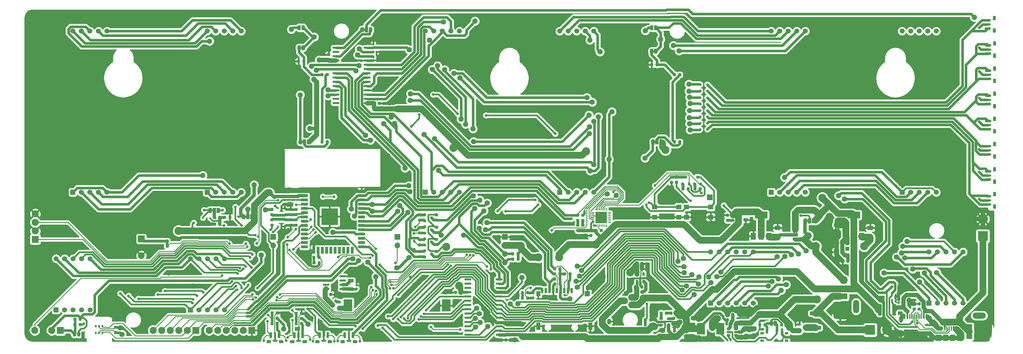
<source format=gtl>
G04 #@! TF.GenerationSoftware,KiCad,Pcbnew,(5.1.6)-1*
G04 #@! TF.CreationDate,2020-08-27T22:54:22+08:00*
G04 #@! TF.ProjectId,ESP32-Wall-Clock,45535033-322d-4576-916c-6c2d436c6f63,1.0a*
G04 #@! TF.SameCoordinates,Original*
G04 #@! TF.FileFunction,Copper,L1,Top*
G04 #@! TF.FilePolarity,Positive*
%FSLAX46Y46*%
G04 Gerber Fmt 4.6, Leading zero omitted, Abs format (unit mm)*
G04 Created by KiCad (PCBNEW (5.1.6)-1) date 2020-08-27 22:54:22*
%MOMM*%
%LPD*%
G01*
G04 APERTURE LIST*
G04 #@! TA.AperFunction,EtchedComponent*
%ADD10C,0.100000*%
G04 #@! TD*
G04 #@! TA.AperFunction,SMDPad,CuDef*
%ADD11C,0.100000*%
G04 #@! TD*
G04 #@! TA.AperFunction,SMDPad,CuDef*
%ADD12R,1.500000X1.000000*%
G04 #@! TD*
G04 #@! TA.AperFunction,ComponentPad*
%ADD13O,1.700000X1.700000*%
G04 #@! TD*
G04 #@! TA.AperFunction,ComponentPad*
%ADD14R,1.700000X1.700000*%
G04 #@! TD*
G04 #@! TA.AperFunction,SMDPad,CuDef*
%ADD15R,1.600000X1.500000*%
G04 #@! TD*
G04 #@! TA.AperFunction,SMDPad,CuDef*
%ADD16R,1.200000X2.200000*%
G04 #@! TD*
G04 #@! TA.AperFunction,SMDPad,CuDef*
%ADD17R,1.200000X1.500000*%
G04 #@! TD*
G04 #@! TA.AperFunction,SMDPad,CuDef*
%ADD18R,0.700000X1.600000*%
G04 #@! TD*
G04 #@! TA.AperFunction,SMDPad,CuDef*
%ADD19R,1.600000X1.400000*%
G04 #@! TD*
G04 #@! TA.AperFunction,ComponentPad*
%ADD20R,4.400000X1.800000*%
G04 #@! TD*
G04 #@! TA.AperFunction,ComponentPad*
%ADD21O,4.000000X1.800000*%
G04 #@! TD*
G04 #@! TA.AperFunction,ComponentPad*
%ADD22O,1.800000X4.000000*%
G04 #@! TD*
G04 #@! TA.AperFunction,ComponentPad*
%ADD23R,1.800000X4.400000*%
G04 #@! TD*
G04 #@! TA.AperFunction,SMDPad,CuDef*
%ADD24R,0.600000X1.450000*%
G04 #@! TD*
G04 #@! TA.AperFunction,SMDPad,CuDef*
%ADD25R,0.300000X1.450000*%
G04 #@! TD*
G04 #@! TA.AperFunction,ComponentPad*
%ADD26O,1.000000X2.100000*%
G04 #@! TD*
G04 #@! TA.AperFunction,ComponentPad*
%ADD27O,1.000000X1.600000*%
G04 #@! TD*
G04 #@! TA.AperFunction,SMDPad,CuDef*
%ADD28R,1.200000X1.900000*%
G04 #@! TD*
G04 #@! TA.AperFunction,ComponentPad*
%ADD29O,1.100000X1.900000*%
G04 #@! TD*
G04 #@! TA.AperFunction,SMDPad,CuDef*
%ADD30R,1.500000X1.900000*%
G04 #@! TD*
G04 #@! TA.AperFunction,ComponentPad*
%ADD31C,1.290000*%
G04 #@! TD*
G04 #@! TA.AperFunction,SMDPad,CuDef*
%ADD32R,0.400000X1.350000*%
G04 #@! TD*
G04 #@! TA.AperFunction,SMDPad,CuDef*
%ADD33R,0.600000X0.450000*%
G04 #@! TD*
G04 #@! TA.AperFunction,SMDPad,CuDef*
%ADD34R,1.000000X1.500000*%
G04 #@! TD*
G04 #@! TA.AperFunction,ComponentPad*
%ADD35C,3.000000*%
G04 #@! TD*
G04 #@! TA.AperFunction,ComponentPad*
%ADD36R,3.000000X3.000000*%
G04 #@! TD*
G04 #@! TA.AperFunction,SMDPad,CuDef*
%ADD37R,1.500000X1.600000*%
G04 #@! TD*
G04 #@! TA.AperFunction,SMDPad,CuDef*
%ADD38R,1.200000X1.200000*%
G04 #@! TD*
G04 #@! TA.AperFunction,SMDPad,CuDef*
%ADD39R,0.500000X0.800000*%
G04 #@! TD*
G04 #@! TA.AperFunction,ComponentPad*
%ADD40C,1.500000*%
G04 #@! TD*
G04 #@! TA.AperFunction,ComponentPad*
%ADD41R,1.500000X1.500000*%
G04 #@! TD*
G04 #@! TA.AperFunction,SMDPad,CuDef*
%ADD42R,2.600000X3.600000*%
G04 #@! TD*
G04 #@! TA.AperFunction,SMDPad,CuDef*
%ADD43R,1.800000X1.000000*%
G04 #@! TD*
G04 #@! TA.AperFunction,SMDPad,CuDef*
%ADD44R,0.900000X0.800000*%
G04 #@! TD*
G04 #@! TA.AperFunction,SMDPad,CuDef*
%ADD45R,1.060000X0.650000*%
G04 #@! TD*
G04 #@! TA.AperFunction,SMDPad,CuDef*
%ADD46R,3.800000X2.000000*%
G04 #@! TD*
G04 #@! TA.AperFunction,SMDPad,CuDef*
%ADD47R,1.500000X2.000000*%
G04 #@! TD*
G04 #@! TA.AperFunction,SMDPad,CuDef*
%ADD48R,0.700000X1.500000*%
G04 #@! TD*
G04 #@! TA.AperFunction,SMDPad,CuDef*
%ADD49R,1.000000X0.800000*%
G04 #@! TD*
G04 #@! TA.AperFunction,SMDPad,CuDef*
%ADD50R,2.350000X3.500000*%
G04 #@! TD*
G04 #@! TA.AperFunction,SMDPad,CuDef*
%ADD51R,3.350000X3.350000*%
G04 #@! TD*
G04 #@! TA.AperFunction,SMDPad,CuDef*
%ADD52R,0.650000X1.060000*%
G04 #@! TD*
G04 #@! TA.AperFunction,ComponentPad*
%ADD53O,1.200000X1.750000*%
G04 #@! TD*
G04 #@! TA.AperFunction,ComponentPad*
%ADD54R,1.050000X1.500000*%
G04 #@! TD*
G04 #@! TA.AperFunction,ComponentPad*
%ADD55O,1.050000X1.500000*%
G04 #@! TD*
G04 #@! TA.AperFunction,SMDPad,CuDef*
%ADD56R,2.000000X0.900000*%
G04 #@! TD*
G04 #@! TA.AperFunction,SMDPad,CuDef*
%ADD57R,0.900000X2.000000*%
G04 #@! TD*
G04 #@! TA.AperFunction,SMDPad,CuDef*
%ADD58R,5.000000X5.000000*%
G04 #@! TD*
G04 #@! TA.AperFunction,SMDPad,CuDef*
%ADD59R,0.800000X0.900000*%
G04 #@! TD*
G04 #@! TA.AperFunction,ComponentPad*
%ADD60C,2.100000*%
G04 #@! TD*
G04 #@! TA.AperFunction,ComponentPad*
%ADD61R,2.100000X2.100000*%
G04 #@! TD*
G04 #@! TA.AperFunction,SMDPad,CuDef*
%ADD62R,0.450000X0.600000*%
G04 #@! TD*
G04 #@! TA.AperFunction,ComponentPad*
%ADD63C,2.000000*%
G04 #@! TD*
G04 #@! TA.AperFunction,ComponentPad*
%ADD64R,2.000000X2.000000*%
G04 #@! TD*
G04 #@! TA.AperFunction,ViaPad*
%ADD65C,1.600000*%
G04 #@! TD*
G04 #@! TA.AperFunction,ViaPad*
%ADD66C,0.800000*%
G04 #@! TD*
G04 #@! TA.AperFunction,ViaPad*
%ADD67C,2.400000*%
G04 #@! TD*
G04 #@! TA.AperFunction,Conductor*
%ADD68C,1.250000*%
G04 #@! TD*
G04 #@! TA.AperFunction,Conductor*
%ADD69C,0.250000*%
G04 #@! TD*
G04 #@! TA.AperFunction,Conductor*
%ADD70C,0.750000*%
G04 #@! TD*
G04 #@! TA.AperFunction,Conductor*
%ADD71C,1.375000*%
G04 #@! TD*
G04 #@! TA.AperFunction,Conductor*
%ADD72C,2.000000*%
G04 #@! TD*
G04 #@! TA.AperFunction,Conductor*
%ADD73C,1.625000*%
G04 #@! TD*
G04 #@! TA.AperFunction,Conductor*
%ADD74C,1.500000*%
G04 #@! TD*
G04 #@! TA.AperFunction,Conductor*
%ADD75C,0.500000*%
G04 #@! TD*
G04 #@! TA.AperFunction,Conductor*
%ADD76C,0.375000*%
G04 #@! TD*
G04 #@! TA.AperFunction,Conductor*
%ADD77C,0.625000*%
G04 #@! TD*
G04 #@! TA.AperFunction,Conductor*
%ADD78C,1.000000*%
G04 #@! TD*
G04 #@! TA.AperFunction,Conductor*
%ADD79C,0.875000*%
G04 #@! TD*
G04 #@! TA.AperFunction,Conductor*
%ADD80C,1.875000*%
G04 #@! TD*
G04 #@! TA.AperFunction,Conductor*
%ADD81C,0.254000*%
G04 #@! TD*
G04 APERTURE END LIST*
D10*
G36*
X240800000Y-116800000D02*
G01*
X240800000Y-117300000D01*
X240400000Y-117300000D01*
X240400000Y-116800000D01*
X240800000Y-116800000D01*
G37*
G36*
X240000000Y-116800000D02*
G01*
X240000000Y-117300000D01*
X239600000Y-117300000D01*
X239600000Y-116800000D01*
X240000000Y-116800000D01*
G37*
G36*
X66200000Y-110100000D02*
G01*
X66700000Y-110100000D01*
X66700000Y-110700000D01*
X66200000Y-110700000D01*
X66200000Y-110100000D01*
G37*
G36*
X252850000Y-116000000D02*
G01*
X252850000Y-115500000D01*
X253250000Y-115500000D01*
X253250000Y-116000000D01*
X252850000Y-116000000D01*
G37*
G36*
X252050000Y-116000000D02*
G01*
X252050000Y-115500000D01*
X252450000Y-115500000D01*
X252450000Y-116000000D01*
X252050000Y-116000000D01*
G37*
G36*
X76200000Y-112000000D02*
G01*
X76700000Y-112000000D01*
X76700000Y-112600000D01*
X76200000Y-112600000D01*
X76200000Y-112000000D01*
G37*
G36*
X243500000Y-113200000D02*
G01*
X244000000Y-113200000D01*
X244000000Y-113800000D01*
X243500000Y-113800000D01*
X243500000Y-113200000D01*
G37*
G36*
X111510000Y-56300000D02*
G01*
X112010000Y-56300000D01*
X112010000Y-56900000D01*
X111510000Y-56900000D01*
X111510000Y-56300000D01*
G37*
G36*
X198100000Y-89700000D02*
G01*
X198600000Y-89700000D01*
X198600000Y-90300000D01*
X198100000Y-90300000D01*
X198100000Y-89700000D01*
G37*
G36*
X197750000Y-63300000D02*
G01*
X198250000Y-63300000D01*
X198250000Y-62700000D01*
X197750000Y-62700000D01*
X197750000Y-63300000D01*
G37*
G36*
X93100000Y-89700000D02*
G01*
X93600000Y-89700000D01*
X93600000Y-90300000D01*
X93100000Y-90300000D01*
X93100000Y-89700000D01*
G37*
G36*
X92750000Y-62300000D02*
G01*
X93250000Y-62300000D01*
X93250000Y-61700000D01*
X92750000Y-61700000D01*
X92750000Y-62300000D01*
G37*
G36*
X233900000Y-143700000D02*
G01*
X233400000Y-143700000D01*
X233400000Y-144300000D01*
X233900000Y-144300000D01*
X233900000Y-143700000D01*
G37*
G04 #@! TA.AperFunction,SMDPad,CuDef*
D11*
G36*
X239450000Y-116950000D02*
G01*
X239450000Y-116400000D01*
X239450602Y-116400000D01*
X239450602Y-116375466D01*
X239455412Y-116326635D01*
X239464984Y-116278510D01*
X239479228Y-116231555D01*
X239498005Y-116186222D01*
X239521136Y-116142949D01*
X239548396Y-116102150D01*
X239579524Y-116064221D01*
X239614221Y-116029524D01*
X239652150Y-115998396D01*
X239692949Y-115971136D01*
X239736222Y-115948005D01*
X239781555Y-115929228D01*
X239828510Y-115914984D01*
X239876635Y-115905412D01*
X239925466Y-115900602D01*
X239950000Y-115900602D01*
X239950000Y-115900000D01*
X240450000Y-115900000D01*
X240450000Y-115900602D01*
X240474534Y-115900602D01*
X240523365Y-115905412D01*
X240571490Y-115914984D01*
X240618445Y-115929228D01*
X240663778Y-115948005D01*
X240707051Y-115971136D01*
X240747850Y-115998396D01*
X240785779Y-116029524D01*
X240820476Y-116064221D01*
X240851604Y-116102150D01*
X240878864Y-116142949D01*
X240901995Y-116186222D01*
X240920772Y-116231555D01*
X240935016Y-116278510D01*
X240944588Y-116326635D01*
X240949398Y-116375466D01*
X240949398Y-116400000D01*
X240950000Y-116400000D01*
X240950000Y-116950000D01*
X239450000Y-116950000D01*
G37*
G04 #@! TD.AperFunction*
D12*
X240200000Y-117700000D03*
G04 #@! TA.AperFunction,SMDPad,CuDef*
D11*
G36*
X240949398Y-119000000D02*
G01*
X240949398Y-119024534D01*
X240944588Y-119073365D01*
X240935016Y-119121490D01*
X240920772Y-119168445D01*
X240901995Y-119213778D01*
X240878864Y-119257051D01*
X240851604Y-119297850D01*
X240820476Y-119335779D01*
X240785779Y-119370476D01*
X240747850Y-119401604D01*
X240707051Y-119428864D01*
X240663778Y-119451995D01*
X240618445Y-119470772D01*
X240571490Y-119485016D01*
X240523365Y-119494588D01*
X240474534Y-119499398D01*
X240450000Y-119499398D01*
X240450000Y-119500000D01*
X239950000Y-119500000D01*
X239950000Y-119499398D01*
X239925466Y-119499398D01*
X239876635Y-119494588D01*
X239828510Y-119485016D01*
X239781555Y-119470772D01*
X239736222Y-119451995D01*
X239692949Y-119428864D01*
X239652150Y-119401604D01*
X239614221Y-119370476D01*
X239579524Y-119335779D01*
X239548396Y-119297850D01*
X239521136Y-119257051D01*
X239498005Y-119213778D01*
X239479228Y-119168445D01*
X239464984Y-119121490D01*
X239455412Y-119073365D01*
X239450602Y-119024534D01*
X239450602Y-119000000D01*
X239450000Y-119000000D01*
X239450000Y-118450000D01*
X240950000Y-118450000D01*
X240950000Y-119000000D01*
X240949398Y-119000000D01*
G37*
G04 #@! TD.AperFunction*
D13*
X84700000Y-120840000D03*
D14*
X84700000Y-118300000D03*
D13*
X153700000Y-125920000D03*
X153700000Y-123380000D03*
X153700000Y-120840000D03*
D14*
X153700000Y-118300000D03*
D13*
X121700000Y-120840000D03*
D14*
X121700000Y-118300000D03*
D15*
X178250000Y-135250000D03*
D16*
X179150000Y-144850000D03*
X163650000Y-144850000D03*
D17*
X163650000Y-135250000D03*
D18*
X164800000Y-134250000D03*
X165900000Y-134250000D03*
X167000000Y-134250000D03*
X168100000Y-134250000D03*
X169200000Y-134250000D03*
X170300000Y-134250000D03*
X171400000Y-134250000D03*
X172500000Y-134250000D03*
X173600000Y-134250000D03*
D19*
X207800000Y-112400000D03*
X215000000Y-112400000D03*
X207800000Y-109400000D03*
X215000000Y-109400000D03*
X198300000Y-112400000D03*
X205500000Y-112400000D03*
X198300000Y-109400000D03*
X205500000Y-109400000D03*
G04 #@! TA.AperFunction,SMDPad,CuDef*
G36*
G01*
X299775000Y-106200000D02*
X299325000Y-106200000D01*
G75*
G02*
X299100000Y-105975000I0J225000D01*
G01*
X299100000Y-105125000D01*
G75*
G02*
X299325000Y-104900000I225000J0D01*
G01*
X299775000Y-104900000D01*
G75*
G02*
X300000000Y-105125000I0J-225000D01*
G01*
X300000000Y-105975000D01*
G75*
G02*
X299775000Y-106200000I-225000J0D01*
G01*
G37*
G04 #@! TD.AperFunction*
G04 #@! TA.AperFunction,SMDPad,CuDef*
G36*
G01*
X299775000Y-109900000D02*
X299325000Y-109900000D01*
G75*
G02*
X299100000Y-109675000I0J225000D01*
G01*
X299100000Y-108825000D01*
G75*
G02*
X299325000Y-108600000I225000J0D01*
G01*
X299775000Y-108600000D01*
G75*
G02*
X300000000Y-108825000I0J-225000D01*
G01*
X300000000Y-109675000D01*
G75*
G02*
X299775000Y-109900000I-225000J0D01*
G01*
G37*
G04 #@! TD.AperFunction*
G04 #@! TA.AperFunction,SMDPad,CuDef*
G36*
G01*
X298350000Y-107700000D02*
X296850000Y-107700000D01*
G75*
G02*
X296700000Y-107550000I0J150000D01*
G01*
X296700000Y-107250000D01*
G75*
G02*
X296850000Y-107100000I150000J0D01*
G01*
X298350000Y-107100000D01*
G75*
G02*
X298500000Y-107250000I0J-150000D01*
G01*
X298500000Y-107550000D01*
G75*
G02*
X298350000Y-107700000I-150000J0D01*
G01*
G37*
G04 #@! TD.AperFunction*
G04 #@! TA.AperFunction,SMDPad,CuDef*
G36*
G01*
X298312500Y-106550000D02*
X296887500Y-106550000D01*
G75*
G02*
X296700000Y-106362500I0J187500D01*
G01*
X296700000Y-105987500D01*
G75*
G02*
X296887500Y-105800000I187500J0D01*
G01*
X298312500Y-105800000D01*
G75*
G02*
X298500000Y-105987500I0J-187500D01*
G01*
X298500000Y-106362500D01*
G75*
G02*
X298312500Y-106550000I-187500J0D01*
G01*
G37*
G04 #@! TD.AperFunction*
G04 #@! TA.AperFunction,SMDPad,CuDef*
G36*
G01*
X298312500Y-109000000D02*
X296887500Y-109000000D01*
G75*
G02*
X296700000Y-108812500I0J187500D01*
G01*
X296700000Y-108437500D01*
G75*
G02*
X296887500Y-108250000I187500J0D01*
G01*
X298312500Y-108250000D01*
G75*
G02*
X298500000Y-108437500I0J-187500D01*
G01*
X298500000Y-108812500D01*
G75*
G02*
X298312500Y-109000000I-187500J0D01*
G01*
G37*
G04 #@! TD.AperFunction*
G04 #@! TA.AperFunction,SMDPad,CuDef*
G36*
G01*
X299775000Y-98800000D02*
X299325000Y-98800000D01*
G75*
G02*
X299100000Y-98575000I0J225000D01*
G01*
X299100000Y-97725000D01*
G75*
G02*
X299325000Y-97500000I225000J0D01*
G01*
X299775000Y-97500000D01*
G75*
G02*
X300000000Y-97725000I0J-225000D01*
G01*
X300000000Y-98575000D01*
G75*
G02*
X299775000Y-98800000I-225000J0D01*
G01*
G37*
G04 #@! TD.AperFunction*
G04 #@! TA.AperFunction,SMDPad,CuDef*
G36*
G01*
X299775000Y-102500000D02*
X299325000Y-102500000D01*
G75*
G02*
X299100000Y-102275000I0J225000D01*
G01*
X299100000Y-101425000D01*
G75*
G02*
X299325000Y-101200000I225000J0D01*
G01*
X299775000Y-101200000D01*
G75*
G02*
X300000000Y-101425000I0J-225000D01*
G01*
X300000000Y-102275000D01*
G75*
G02*
X299775000Y-102500000I-225000J0D01*
G01*
G37*
G04 #@! TD.AperFunction*
G04 #@! TA.AperFunction,SMDPad,CuDef*
G36*
G01*
X298350000Y-100300000D02*
X296850000Y-100300000D01*
G75*
G02*
X296700000Y-100150000I0J150000D01*
G01*
X296700000Y-99850000D01*
G75*
G02*
X296850000Y-99700000I150000J0D01*
G01*
X298350000Y-99700000D01*
G75*
G02*
X298500000Y-99850000I0J-150000D01*
G01*
X298500000Y-100150000D01*
G75*
G02*
X298350000Y-100300000I-150000J0D01*
G01*
G37*
G04 #@! TD.AperFunction*
G04 #@! TA.AperFunction,SMDPad,CuDef*
G36*
G01*
X298312500Y-99150000D02*
X296887500Y-99150000D01*
G75*
G02*
X296700000Y-98962500I0J187500D01*
G01*
X296700000Y-98587500D01*
G75*
G02*
X296887500Y-98400000I187500J0D01*
G01*
X298312500Y-98400000D01*
G75*
G02*
X298500000Y-98587500I0J-187500D01*
G01*
X298500000Y-98962500D01*
G75*
G02*
X298312500Y-99150000I-187500J0D01*
G01*
G37*
G04 #@! TD.AperFunction*
G04 #@! TA.AperFunction,SMDPad,CuDef*
G36*
G01*
X298312500Y-101600000D02*
X296887500Y-101600000D01*
G75*
G02*
X296700000Y-101412500I0J187500D01*
G01*
X296700000Y-101037500D01*
G75*
G02*
X296887500Y-100850000I187500J0D01*
G01*
X298312500Y-100850000D01*
G75*
G02*
X298500000Y-101037500I0J-187500D01*
G01*
X298500000Y-101412500D01*
G75*
G02*
X298312500Y-101600000I-187500J0D01*
G01*
G37*
G04 #@! TD.AperFunction*
G04 #@! TA.AperFunction,SMDPad,CuDef*
G36*
G01*
X299775000Y-91300000D02*
X299325000Y-91300000D01*
G75*
G02*
X299100000Y-91075000I0J225000D01*
G01*
X299100000Y-90225000D01*
G75*
G02*
X299325000Y-90000000I225000J0D01*
G01*
X299775000Y-90000000D01*
G75*
G02*
X300000000Y-90225000I0J-225000D01*
G01*
X300000000Y-91075000D01*
G75*
G02*
X299775000Y-91300000I-225000J0D01*
G01*
G37*
G04 #@! TD.AperFunction*
G04 #@! TA.AperFunction,SMDPad,CuDef*
G36*
G01*
X299775000Y-95000000D02*
X299325000Y-95000000D01*
G75*
G02*
X299100000Y-94775000I0J225000D01*
G01*
X299100000Y-93925000D01*
G75*
G02*
X299325000Y-93700000I225000J0D01*
G01*
X299775000Y-93700000D01*
G75*
G02*
X300000000Y-93925000I0J-225000D01*
G01*
X300000000Y-94775000D01*
G75*
G02*
X299775000Y-95000000I-225000J0D01*
G01*
G37*
G04 #@! TD.AperFunction*
G04 #@! TA.AperFunction,SMDPad,CuDef*
G36*
G01*
X298350000Y-92800000D02*
X296850000Y-92800000D01*
G75*
G02*
X296700000Y-92650000I0J150000D01*
G01*
X296700000Y-92350000D01*
G75*
G02*
X296850000Y-92200000I150000J0D01*
G01*
X298350000Y-92200000D01*
G75*
G02*
X298500000Y-92350000I0J-150000D01*
G01*
X298500000Y-92650000D01*
G75*
G02*
X298350000Y-92800000I-150000J0D01*
G01*
G37*
G04 #@! TD.AperFunction*
G04 #@! TA.AperFunction,SMDPad,CuDef*
G36*
G01*
X298312500Y-91650000D02*
X296887500Y-91650000D01*
G75*
G02*
X296700000Y-91462500I0J187500D01*
G01*
X296700000Y-91087500D01*
G75*
G02*
X296887500Y-90900000I187500J0D01*
G01*
X298312500Y-90900000D01*
G75*
G02*
X298500000Y-91087500I0J-187500D01*
G01*
X298500000Y-91462500D01*
G75*
G02*
X298312500Y-91650000I-187500J0D01*
G01*
G37*
G04 #@! TD.AperFunction*
G04 #@! TA.AperFunction,SMDPad,CuDef*
G36*
G01*
X298312500Y-94100000D02*
X296887500Y-94100000D01*
G75*
G02*
X296700000Y-93912500I0J187500D01*
G01*
X296700000Y-93537500D01*
G75*
G02*
X296887500Y-93350000I187500J0D01*
G01*
X298312500Y-93350000D01*
G75*
G02*
X298500000Y-93537500I0J-187500D01*
G01*
X298500000Y-93912500D01*
G75*
G02*
X298312500Y-94100000I-187500J0D01*
G01*
G37*
G04 #@! TD.AperFunction*
G04 #@! TA.AperFunction,SMDPad,CuDef*
G36*
G01*
X299775000Y-83800000D02*
X299325000Y-83800000D01*
G75*
G02*
X299100000Y-83575000I0J225000D01*
G01*
X299100000Y-82725000D01*
G75*
G02*
X299325000Y-82500000I225000J0D01*
G01*
X299775000Y-82500000D01*
G75*
G02*
X300000000Y-82725000I0J-225000D01*
G01*
X300000000Y-83575000D01*
G75*
G02*
X299775000Y-83800000I-225000J0D01*
G01*
G37*
G04 #@! TD.AperFunction*
G04 #@! TA.AperFunction,SMDPad,CuDef*
G36*
G01*
X299775000Y-87500000D02*
X299325000Y-87500000D01*
G75*
G02*
X299100000Y-87275000I0J225000D01*
G01*
X299100000Y-86425000D01*
G75*
G02*
X299325000Y-86200000I225000J0D01*
G01*
X299775000Y-86200000D01*
G75*
G02*
X300000000Y-86425000I0J-225000D01*
G01*
X300000000Y-87275000D01*
G75*
G02*
X299775000Y-87500000I-225000J0D01*
G01*
G37*
G04 #@! TD.AperFunction*
G04 #@! TA.AperFunction,SMDPad,CuDef*
G36*
G01*
X298350000Y-85300000D02*
X296850000Y-85300000D01*
G75*
G02*
X296700000Y-85150000I0J150000D01*
G01*
X296700000Y-84850000D01*
G75*
G02*
X296850000Y-84700000I150000J0D01*
G01*
X298350000Y-84700000D01*
G75*
G02*
X298500000Y-84850000I0J-150000D01*
G01*
X298500000Y-85150000D01*
G75*
G02*
X298350000Y-85300000I-150000J0D01*
G01*
G37*
G04 #@! TD.AperFunction*
G04 #@! TA.AperFunction,SMDPad,CuDef*
G36*
G01*
X298312500Y-84150000D02*
X296887500Y-84150000D01*
G75*
G02*
X296700000Y-83962500I0J187500D01*
G01*
X296700000Y-83587500D01*
G75*
G02*
X296887500Y-83400000I187500J0D01*
G01*
X298312500Y-83400000D01*
G75*
G02*
X298500000Y-83587500I0J-187500D01*
G01*
X298500000Y-83962500D01*
G75*
G02*
X298312500Y-84150000I-187500J0D01*
G01*
G37*
G04 #@! TD.AperFunction*
G04 #@! TA.AperFunction,SMDPad,CuDef*
G36*
G01*
X298312500Y-86600000D02*
X296887500Y-86600000D01*
G75*
G02*
X296700000Y-86412500I0J187500D01*
G01*
X296700000Y-86037500D01*
G75*
G02*
X296887500Y-85850000I187500J0D01*
G01*
X298312500Y-85850000D01*
G75*
G02*
X298500000Y-86037500I0J-187500D01*
G01*
X298500000Y-86412500D01*
G75*
G02*
X298312500Y-86600000I-187500J0D01*
G01*
G37*
G04 #@! TD.AperFunction*
G04 #@! TA.AperFunction,SMDPad,CuDef*
G36*
G01*
X299775000Y-76300000D02*
X299325000Y-76300000D01*
G75*
G02*
X299100000Y-76075000I0J225000D01*
G01*
X299100000Y-75225000D01*
G75*
G02*
X299325000Y-75000000I225000J0D01*
G01*
X299775000Y-75000000D01*
G75*
G02*
X300000000Y-75225000I0J-225000D01*
G01*
X300000000Y-76075000D01*
G75*
G02*
X299775000Y-76300000I-225000J0D01*
G01*
G37*
G04 #@! TD.AperFunction*
G04 #@! TA.AperFunction,SMDPad,CuDef*
G36*
G01*
X299775000Y-80000000D02*
X299325000Y-80000000D01*
G75*
G02*
X299100000Y-79775000I0J225000D01*
G01*
X299100000Y-78925000D01*
G75*
G02*
X299325000Y-78700000I225000J0D01*
G01*
X299775000Y-78700000D01*
G75*
G02*
X300000000Y-78925000I0J-225000D01*
G01*
X300000000Y-79775000D01*
G75*
G02*
X299775000Y-80000000I-225000J0D01*
G01*
G37*
G04 #@! TD.AperFunction*
G04 #@! TA.AperFunction,SMDPad,CuDef*
G36*
G01*
X298350000Y-77800000D02*
X296850000Y-77800000D01*
G75*
G02*
X296700000Y-77650000I0J150000D01*
G01*
X296700000Y-77350000D01*
G75*
G02*
X296850000Y-77200000I150000J0D01*
G01*
X298350000Y-77200000D01*
G75*
G02*
X298500000Y-77350000I0J-150000D01*
G01*
X298500000Y-77650000D01*
G75*
G02*
X298350000Y-77800000I-150000J0D01*
G01*
G37*
G04 #@! TD.AperFunction*
G04 #@! TA.AperFunction,SMDPad,CuDef*
G36*
G01*
X298312500Y-76650000D02*
X296887500Y-76650000D01*
G75*
G02*
X296700000Y-76462500I0J187500D01*
G01*
X296700000Y-76087500D01*
G75*
G02*
X296887500Y-75900000I187500J0D01*
G01*
X298312500Y-75900000D01*
G75*
G02*
X298500000Y-76087500I0J-187500D01*
G01*
X298500000Y-76462500D01*
G75*
G02*
X298312500Y-76650000I-187500J0D01*
G01*
G37*
G04 #@! TD.AperFunction*
G04 #@! TA.AperFunction,SMDPad,CuDef*
G36*
G01*
X298312500Y-79100000D02*
X296887500Y-79100000D01*
G75*
G02*
X296700000Y-78912500I0J187500D01*
G01*
X296700000Y-78537500D01*
G75*
G02*
X296887500Y-78350000I187500J0D01*
G01*
X298312500Y-78350000D01*
G75*
G02*
X298500000Y-78537500I0J-187500D01*
G01*
X298500000Y-78912500D01*
G75*
G02*
X298312500Y-79100000I-187500J0D01*
G01*
G37*
G04 #@! TD.AperFunction*
G04 #@! TA.AperFunction,SMDPad,CuDef*
G36*
G01*
X299775000Y-68800000D02*
X299325000Y-68800000D01*
G75*
G02*
X299100000Y-68575000I0J225000D01*
G01*
X299100000Y-67725000D01*
G75*
G02*
X299325000Y-67500000I225000J0D01*
G01*
X299775000Y-67500000D01*
G75*
G02*
X300000000Y-67725000I0J-225000D01*
G01*
X300000000Y-68575000D01*
G75*
G02*
X299775000Y-68800000I-225000J0D01*
G01*
G37*
G04 #@! TD.AperFunction*
G04 #@! TA.AperFunction,SMDPad,CuDef*
G36*
G01*
X299775000Y-72500000D02*
X299325000Y-72500000D01*
G75*
G02*
X299100000Y-72275000I0J225000D01*
G01*
X299100000Y-71425000D01*
G75*
G02*
X299325000Y-71200000I225000J0D01*
G01*
X299775000Y-71200000D01*
G75*
G02*
X300000000Y-71425000I0J-225000D01*
G01*
X300000000Y-72275000D01*
G75*
G02*
X299775000Y-72500000I-225000J0D01*
G01*
G37*
G04 #@! TD.AperFunction*
G04 #@! TA.AperFunction,SMDPad,CuDef*
G36*
G01*
X298350000Y-70300000D02*
X296850000Y-70300000D01*
G75*
G02*
X296700000Y-70150000I0J150000D01*
G01*
X296700000Y-69850000D01*
G75*
G02*
X296850000Y-69700000I150000J0D01*
G01*
X298350000Y-69700000D01*
G75*
G02*
X298500000Y-69850000I0J-150000D01*
G01*
X298500000Y-70150000D01*
G75*
G02*
X298350000Y-70300000I-150000J0D01*
G01*
G37*
G04 #@! TD.AperFunction*
G04 #@! TA.AperFunction,SMDPad,CuDef*
G36*
G01*
X298312500Y-69150000D02*
X296887500Y-69150000D01*
G75*
G02*
X296700000Y-68962500I0J187500D01*
G01*
X296700000Y-68587500D01*
G75*
G02*
X296887500Y-68400000I187500J0D01*
G01*
X298312500Y-68400000D01*
G75*
G02*
X298500000Y-68587500I0J-187500D01*
G01*
X298500000Y-68962500D01*
G75*
G02*
X298312500Y-69150000I-187500J0D01*
G01*
G37*
G04 #@! TD.AperFunction*
G04 #@! TA.AperFunction,SMDPad,CuDef*
G36*
G01*
X298312500Y-71600000D02*
X296887500Y-71600000D01*
G75*
G02*
X296700000Y-71412500I0J187500D01*
G01*
X296700000Y-71037500D01*
G75*
G02*
X296887500Y-70850000I187500J0D01*
G01*
X298312500Y-70850000D01*
G75*
G02*
X298500000Y-71037500I0J-187500D01*
G01*
X298500000Y-71412500D01*
G75*
G02*
X298312500Y-71600000I-187500J0D01*
G01*
G37*
G04 #@! TD.AperFunction*
G04 #@! TA.AperFunction,SMDPad,CuDef*
G36*
G01*
X299775000Y-61300000D02*
X299325000Y-61300000D01*
G75*
G02*
X299100000Y-61075000I0J225000D01*
G01*
X299100000Y-60225000D01*
G75*
G02*
X299325000Y-60000000I225000J0D01*
G01*
X299775000Y-60000000D01*
G75*
G02*
X300000000Y-60225000I0J-225000D01*
G01*
X300000000Y-61075000D01*
G75*
G02*
X299775000Y-61300000I-225000J0D01*
G01*
G37*
G04 #@! TD.AperFunction*
G04 #@! TA.AperFunction,SMDPad,CuDef*
G36*
G01*
X299775000Y-65000000D02*
X299325000Y-65000000D01*
G75*
G02*
X299100000Y-64775000I0J225000D01*
G01*
X299100000Y-63925000D01*
G75*
G02*
X299325000Y-63700000I225000J0D01*
G01*
X299775000Y-63700000D01*
G75*
G02*
X300000000Y-63925000I0J-225000D01*
G01*
X300000000Y-64775000D01*
G75*
G02*
X299775000Y-65000000I-225000J0D01*
G01*
G37*
G04 #@! TD.AperFunction*
G04 #@! TA.AperFunction,SMDPad,CuDef*
G36*
G01*
X298350000Y-62800000D02*
X296850000Y-62800000D01*
G75*
G02*
X296700000Y-62650000I0J150000D01*
G01*
X296700000Y-62350000D01*
G75*
G02*
X296850000Y-62200000I150000J0D01*
G01*
X298350000Y-62200000D01*
G75*
G02*
X298500000Y-62350000I0J-150000D01*
G01*
X298500000Y-62650000D01*
G75*
G02*
X298350000Y-62800000I-150000J0D01*
G01*
G37*
G04 #@! TD.AperFunction*
G04 #@! TA.AperFunction,SMDPad,CuDef*
G36*
G01*
X298312500Y-61650000D02*
X296887500Y-61650000D01*
G75*
G02*
X296700000Y-61462500I0J187500D01*
G01*
X296700000Y-61087500D01*
G75*
G02*
X296887500Y-60900000I187500J0D01*
G01*
X298312500Y-60900000D01*
G75*
G02*
X298500000Y-61087500I0J-187500D01*
G01*
X298500000Y-61462500D01*
G75*
G02*
X298312500Y-61650000I-187500J0D01*
G01*
G37*
G04 #@! TD.AperFunction*
G04 #@! TA.AperFunction,SMDPad,CuDef*
G36*
G01*
X298312500Y-64100000D02*
X296887500Y-64100000D01*
G75*
G02*
X296700000Y-63912500I0J187500D01*
G01*
X296700000Y-63537500D01*
G75*
G02*
X296887500Y-63350000I187500J0D01*
G01*
X298312500Y-63350000D01*
G75*
G02*
X298500000Y-63537500I0J-187500D01*
G01*
X298500000Y-63912500D01*
G75*
G02*
X298312500Y-64100000I-187500J0D01*
G01*
G37*
G04 #@! TD.AperFunction*
G04 #@! TA.AperFunction,SMDPad,CuDef*
G36*
G01*
X108400000Y-149725000D02*
X108400000Y-149275000D01*
G75*
G02*
X108625000Y-149050000I225000J0D01*
G01*
X109475000Y-149050000D01*
G75*
G02*
X109700000Y-149275000I0J-225000D01*
G01*
X109700000Y-149725000D01*
G75*
G02*
X109475000Y-149950000I-225000J0D01*
G01*
X108625000Y-149950000D01*
G75*
G02*
X108400000Y-149725000I0J225000D01*
G01*
G37*
G04 #@! TD.AperFunction*
G04 #@! TA.AperFunction,SMDPad,CuDef*
G36*
G01*
X104700000Y-149725000D02*
X104700000Y-149275000D01*
G75*
G02*
X104925000Y-149050000I225000J0D01*
G01*
X105775000Y-149050000D01*
G75*
G02*
X106000000Y-149275000I0J-225000D01*
G01*
X106000000Y-149725000D01*
G75*
G02*
X105775000Y-149950000I-225000J0D01*
G01*
X104925000Y-149950000D01*
G75*
G02*
X104700000Y-149725000I0J225000D01*
G01*
G37*
G04 #@! TD.AperFunction*
G04 #@! TA.AperFunction,SMDPad,CuDef*
G36*
G01*
X106900000Y-148300000D02*
X106900000Y-146800000D01*
G75*
G02*
X107050000Y-146650000I150000J0D01*
G01*
X107350000Y-146650000D01*
G75*
G02*
X107500000Y-146800000I0J-150000D01*
G01*
X107500000Y-148300000D01*
G75*
G02*
X107350000Y-148450000I-150000J0D01*
G01*
X107050000Y-148450000D01*
G75*
G02*
X106900000Y-148300000I0J150000D01*
G01*
G37*
G04 #@! TD.AperFunction*
G04 #@! TA.AperFunction,SMDPad,CuDef*
G36*
G01*
X108050000Y-148262500D02*
X108050000Y-146837500D01*
G75*
G02*
X108237500Y-146650000I187500J0D01*
G01*
X108612500Y-146650000D01*
G75*
G02*
X108800000Y-146837500I0J-187500D01*
G01*
X108800000Y-148262500D01*
G75*
G02*
X108612500Y-148450000I-187500J0D01*
G01*
X108237500Y-148450000D01*
G75*
G02*
X108050000Y-148262500I0J187500D01*
G01*
G37*
G04 #@! TD.AperFunction*
G04 #@! TA.AperFunction,SMDPad,CuDef*
G36*
G01*
X105600000Y-148262500D02*
X105600000Y-146837500D01*
G75*
G02*
X105787500Y-146650000I187500J0D01*
G01*
X106162500Y-146650000D01*
G75*
G02*
X106350000Y-146837500I0J-187500D01*
G01*
X106350000Y-148262500D01*
G75*
G02*
X106162500Y-148450000I-187500J0D01*
G01*
X105787500Y-148450000D01*
G75*
G02*
X105600000Y-148262500I0J187500D01*
G01*
G37*
G04 #@! TD.AperFunction*
G04 #@! TA.AperFunction,SMDPad,CuDef*
G36*
G01*
X299675000Y-53800000D02*
X299225000Y-53800000D01*
G75*
G02*
X299000000Y-53575000I0J225000D01*
G01*
X299000000Y-52725000D01*
G75*
G02*
X299225000Y-52500000I225000J0D01*
G01*
X299675000Y-52500000D01*
G75*
G02*
X299900000Y-52725000I0J-225000D01*
G01*
X299900000Y-53575000D01*
G75*
G02*
X299675000Y-53800000I-225000J0D01*
G01*
G37*
G04 #@! TD.AperFunction*
G04 #@! TA.AperFunction,SMDPad,CuDef*
G36*
G01*
X299675000Y-57500000D02*
X299225000Y-57500000D01*
G75*
G02*
X299000000Y-57275000I0J225000D01*
G01*
X299000000Y-56425000D01*
G75*
G02*
X299225000Y-56200000I225000J0D01*
G01*
X299675000Y-56200000D01*
G75*
G02*
X299900000Y-56425000I0J-225000D01*
G01*
X299900000Y-57275000D01*
G75*
G02*
X299675000Y-57500000I-225000J0D01*
G01*
G37*
G04 #@! TD.AperFunction*
G04 #@! TA.AperFunction,SMDPad,CuDef*
G36*
G01*
X298250000Y-55300000D02*
X296750000Y-55300000D01*
G75*
G02*
X296600000Y-55150000I0J150000D01*
G01*
X296600000Y-54850000D01*
G75*
G02*
X296750000Y-54700000I150000J0D01*
G01*
X298250000Y-54700000D01*
G75*
G02*
X298400000Y-54850000I0J-150000D01*
G01*
X298400000Y-55150000D01*
G75*
G02*
X298250000Y-55300000I-150000J0D01*
G01*
G37*
G04 #@! TD.AperFunction*
G04 #@! TA.AperFunction,SMDPad,CuDef*
G36*
G01*
X298212500Y-54150000D02*
X296787500Y-54150000D01*
G75*
G02*
X296600000Y-53962500I0J187500D01*
G01*
X296600000Y-53587500D01*
G75*
G02*
X296787500Y-53400000I187500J0D01*
G01*
X298212500Y-53400000D01*
G75*
G02*
X298400000Y-53587500I0J-187500D01*
G01*
X298400000Y-53962500D01*
G75*
G02*
X298212500Y-54150000I-187500J0D01*
G01*
G37*
G04 #@! TD.AperFunction*
G04 #@! TA.AperFunction,SMDPad,CuDef*
G36*
G01*
X298212500Y-56600000D02*
X296787500Y-56600000D01*
G75*
G02*
X296600000Y-56412500I0J187500D01*
G01*
X296600000Y-56037500D01*
G75*
G02*
X296787500Y-55850000I187500J0D01*
G01*
X298212500Y-55850000D01*
G75*
G02*
X298400000Y-56037500I0J-187500D01*
G01*
X298400000Y-56412500D01*
G75*
G02*
X298212500Y-56600000I-187500J0D01*
G01*
G37*
G04 #@! TD.AperFunction*
G04 #@! TA.AperFunction,SMDPad,CuDef*
G36*
G01*
X86400000Y-149725000D02*
X86400000Y-149275000D01*
G75*
G02*
X86625000Y-149050000I225000J0D01*
G01*
X87475000Y-149050000D01*
G75*
G02*
X87700000Y-149275000I0J-225000D01*
G01*
X87700000Y-149725000D01*
G75*
G02*
X87475000Y-149950000I-225000J0D01*
G01*
X86625000Y-149950000D01*
G75*
G02*
X86400000Y-149725000I0J225000D01*
G01*
G37*
G04 #@! TD.AperFunction*
G04 #@! TA.AperFunction,SMDPad,CuDef*
G36*
G01*
X82700000Y-149725000D02*
X82700000Y-149275000D01*
G75*
G02*
X82925000Y-149050000I225000J0D01*
G01*
X83775000Y-149050000D01*
G75*
G02*
X84000000Y-149275000I0J-225000D01*
G01*
X84000000Y-149725000D01*
G75*
G02*
X83775000Y-149950000I-225000J0D01*
G01*
X82925000Y-149950000D01*
G75*
G02*
X82700000Y-149725000I0J225000D01*
G01*
G37*
G04 #@! TD.AperFunction*
G04 #@! TA.AperFunction,SMDPad,CuDef*
G36*
G01*
X84900000Y-148300000D02*
X84900000Y-146800000D01*
G75*
G02*
X85050000Y-146650000I150000J0D01*
G01*
X85350000Y-146650000D01*
G75*
G02*
X85500000Y-146800000I0J-150000D01*
G01*
X85500000Y-148300000D01*
G75*
G02*
X85350000Y-148450000I-150000J0D01*
G01*
X85050000Y-148450000D01*
G75*
G02*
X84900000Y-148300000I0J150000D01*
G01*
G37*
G04 #@! TD.AperFunction*
G04 #@! TA.AperFunction,SMDPad,CuDef*
G36*
G01*
X86050000Y-148262500D02*
X86050000Y-146837500D01*
G75*
G02*
X86237500Y-146650000I187500J0D01*
G01*
X86612500Y-146650000D01*
G75*
G02*
X86800000Y-146837500I0J-187500D01*
G01*
X86800000Y-148262500D01*
G75*
G02*
X86612500Y-148450000I-187500J0D01*
G01*
X86237500Y-148450000D01*
G75*
G02*
X86050000Y-148262500I0J187500D01*
G01*
G37*
G04 #@! TD.AperFunction*
G04 #@! TA.AperFunction,SMDPad,CuDef*
G36*
G01*
X83600000Y-148262500D02*
X83600000Y-146837500D01*
G75*
G02*
X83787500Y-146650000I187500J0D01*
G01*
X84162500Y-146650000D01*
G75*
G02*
X84350000Y-146837500I0J-187500D01*
G01*
X84350000Y-148262500D01*
G75*
G02*
X84162500Y-148450000I-187500J0D01*
G01*
X83787500Y-148450000D01*
G75*
G02*
X83600000Y-148262500I0J187500D01*
G01*
G37*
G04 #@! TD.AperFunction*
G04 #@! TA.AperFunction,SMDPad,CuDef*
G36*
G01*
X100900000Y-149725000D02*
X100900000Y-149275000D01*
G75*
G02*
X101125000Y-149050000I225000J0D01*
G01*
X101975000Y-149050000D01*
G75*
G02*
X102200000Y-149275000I0J-225000D01*
G01*
X102200000Y-149725000D01*
G75*
G02*
X101975000Y-149950000I-225000J0D01*
G01*
X101125000Y-149950000D01*
G75*
G02*
X100900000Y-149725000I0J225000D01*
G01*
G37*
G04 #@! TD.AperFunction*
G04 #@! TA.AperFunction,SMDPad,CuDef*
G36*
G01*
X97200000Y-149725000D02*
X97200000Y-149275000D01*
G75*
G02*
X97425000Y-149050000I225000J0D01*
G01*
X98275000Y-149050000D01*
G75*
G02*
X98500000Y-149275000I0J-225000D01*
G01*
X98500000Y-149725000D01*
G75*
G02*
X98275000Y-149950000I-225000J0D01*
G01*
X97425000Y-149950000D01*
G75*
G02*
X97200000Y-149725000I0J225000D01*
G01*
G37*
G04 #@! TD.AperFunction*
G04 #@! TA.AperFunction,SMDPad,CuDef*
G36*
G01*
X99400000Y-148300000D02*
X99400000Y-146800000D01*
G75*
G02*
X99550000Y-146650000I150000J0D01*
G01*
X99850000Y-146650000D01*
G75*
G02*
X100000000Y-146800000I0J-150000D01*
G01*
X100000000Y-148300000D01*
G75*
G02*
X99850000Y-148450000I-150000J0D01*
G01*
X99550000Y-148450000D01*
G75*
G02*
X99400000Y-148300000I0J150000D01*
G01*
G37*
G04 #@! TD.AperFunction*
G04 #@! TA.AperFunction,SMDPad,CuDef*
G36*
G01*
X100550000Y-148262500D02*
X100550000Y-146837500D01*
G75*
G02*
X100737500Y-146650000I187500J0D01*
G01*
X101112500Y-146650000D01*
G75*
G02*
X101300000Y-146837500I0J-187500D01*
G01*
X101300000Y-148262500D01*
G75*
G02*
X101112500Y-148450000I-187500J0D01*
G01*
X100737500Y-148450000D01*
G75*
G02*
X100550000Y-148262500I0J187500D01*
G01*
G37*
G04 #@! TD.AperFunction*
G04 #@! TA.AperFunction,SMDPad,CuDef*
G36*
G01*
X98100000Y-148262500D02*
X98100000Y-146837500D01*
G75*
G02*
X98287500Y-146650000I187500J0D01*
G01*
X98662500Y-146650000D01*
G75*
G02*
X98850000Y-146837500I0J-187500D01*
G01*
X98850000Y-148262500D01*
G75*
G02*
X98662500Y-148450000I-187500J0D01*
G01*
X98287500Y-148450000D01*
G75*
G02*
X98100000Y-148262500I0J187500D01*
G01*
G37*
G04 #@! TD.AperFunction*
G04 #@! TA.AperFunction,SMDPad,CuDef*
G36*
G01*
X93400000Y-149725000D02*
X93400000Y-149275000D01*
G75*
G02*
X93625000Y-149050000I225000J0D01*
G01*
X94475000Y-149050000D01*
G75*
G02*
X94700000Y-149275000I0J-225000D01*
G01*
X94700000Y-149725000D01*
G75*
G02*
X94475000Y-149950000I-225000J0D01*
G01*
X93625000Y-149950000D01*
G75*
G02*
X93400000Y-149725000I0J225000D01*
G01*
G37*
G04 #@! TD.AperFunction*
G04 #@! TA.AperFunction,SMDPad,CuDef*
G36*
G01*
X89700000Y-149725000D02*
X89700000Y-149275000D01*
G75*
G02*
X89925000Y-149050000I225000J0D01*
G01*
X90775000Y-149050000D01*
G75*
G02*
X91000000Y-149275000I0J-225000D01*
G01*
X91000000Y-149725000D01*
G75*
G02*
X90775000Y-149950000I-225000J0D01*
G01*
X89925000Y-149950000D01*
G75*
G02*
X89700000Y-149725000I0J225000D01*
G01*
G37*
G04 #@! TD.AperFunction*
G04 #@! TA.AperFunction,SMDPad,CuDef*
G36*
G01*
X91900000Y-148300000D02*
X91900000Y-146800000D01*
G75*
G02*
X92050000Y-146650000I150000J0D01*
G01*
X92350000Y-146650000D01*
G75*
G02*
X92500000Y-146800000I0J-150000D01*
G01*
X92500000Y-148300000D01*
G75*
G02*
X92350000Y-148450000I-150000J0D01*
G01*
X92050000Y-148450000D01*
G75*
G02*
X91900000Y-148300000I0J150000D01*
G01*
G37*
G04 #@! TD.AperFunction*
G04 #@! TA.AperFunction,SMDPad,CuDef*
G36*
G01*
X93050000Y-148262500D02*
X93050000Y-146837500D01*
G75*
G02*
X93237500Y-146650000I187500J0D01*
G01*
X93612500Y-146650000D01*
G75*
G02*
X93800000Y-146837500I0J-187500D01*
G01*
X93800000Y-148262500D01*
G75*
G02*
X93612500Y-148450000I-187500J0D01*
G01*
X93237500Y-148450000D01*
G75*
G02*
X93050000Y-148262500I0J187500D01*
G01*
G37*
G04 #@! TD.AperFunction*
G04 #@! TA.AperFunction,SMDPad,CuDef*
G36*
G01*
X90600000Y-148262500D02*
X90600000Y-146837500D01*
G75*
G02*
X90787500Y-146650000I187500J0D01*
G01*
X91162500Y-146650000D01*
G75*
G02*
X91350000Y-146837500I0J-187500D01*
G01*
X91350000Y-148262500D01*
G75*
G02*
X91162500Y-148450000I-187500J0D01*
G01*
X90787500Y-148450000D01*
G75*
G02*
X90600000Y-148262500I0J187500D01*
G01*
G37*
G04 #@! TD.AperFunction*
D20*
X253500000Y-136000000D03*
D21*
X253500000Y-141800000D03*
D22*
X258300000Y-139000000D03*
D23*
X292000000Y-146500000D03*
D22*
X297800000Y-146500000D03*
D21*
X295000000Y-141700000D03*
D24*
X279250000Y-141955000D03*
X278450000Y-141955000D03*
X273550000Y-141955000D03*
X272750000Y-141955000D03*
X272750000Y-141955000D03*
X273550000Y-141955000D03*
X278450000Y-141955000D03*
X279250000Y-141955000D03*
D25*
X274250000Y-141955000D03*
X274750000Y-141955000D03*
X275250000Y-141955000D03*
X276250000Y-141955000D03*
X276750000Y-141955000D03*
X277250000Y-141955000D03*
X277750000Y-141955000D03*
X275750000Y-141955000D03*
D26*
X280320000Y-142870000D03*
X271680000Y-142870000D03*
D27*
X271680000Y-147050000D03*
X280320000Y-147050000D03*
D28*
X283100000Y-148337500D03*
X288900000Y-148337500D03*
D29*
X289600000Y-148337500D03*
X282400000Y-148337500D03*
D30*
X285000000Y-148337500D03*
D31*
X288425000Y-145537500D03*
D32*
X286000000Y-145537500D03*
X286650000Y-145537500D03*
X287300000Y-145537500D03*
X284700000Y-145537500D03*
X285350000Y-145537500D03*
D31*
X283575000Y-145537500D03*
D30*
X287000000Y-148337500D03*
G04 #@! TA.AperFunction,SMDPad,CuDef*
G36*
G01*
X71350000Y-112756250D02*
X71350000Y-112243750D01*
G75*
G02*
X71568750Y-112025000I218750J0D01*
G01*
X72006250Y-112025000D01*
G75*
G02*
X72225000Y-112243750I0J-218750D01*
G01*
X72225000Y-112756250D01*
G75*
G02*
X72006250Y-112975000I-218750J0D01*
G01*
X71568750Y-112975000D01*
G75*
G02*
X71350000Y-112756250I0J218750D01*
G01*
G37*
G04 #@! TD.AperFunction*
G04 #@! TA.AperFunction,SMDPad,CuDef*
G36*
G01*
X69775000Y-112756250D02*
X69775000Y-112243750D01*
G75*
G02*
X69993750Y-112025000I218750J0D01*
G01*
X70431250Y-112025000D01*
G75*
G02*
X70650000Y-112243750I0J-218750D01*
G01*
X70650000Y-112756250D01*
G75*
G02*
X70431250Y-112975000I-218750J0D01*
G01*
X69993750Y-112975000D01*
G75*
G02*
X69775000Y-112756250I0J218750D01*
G01*
G37*
G04 #@! TD.AperFunction*
G04 #@! TA.AperFunction,SMDPad,CuDef*
G36*
G01*
X67650000Y-112243750D02*
X67650000Y-112756250D01*
G75*
G02*
X67431250Y-112975000I-218750J0D01*
G01*
X66993750Y-112975000D01*
G75*
G02*
X66775000Y-112756250I0J218750D01*
G01*
X66775000Y-112243750D01*
G75*
G02*
X66993750Y-112025000I218750J0D01*
G01*
X67431250Y-112025000D01*
G75*
G02*
X67650000Y-112243750I0J-218750D01*
G01*
G37*
G04 #@! TD.AperFunction*
G04 #@! TA.AperFunction,SMDPad,CuDef*
G36*
G01*
X69225000Y-112243750D02*
X69225000Y-112756250D01*
G75*
G02*
X69006250Y-112975000I-218750J0D01*
G01*
X68568750Y-112975000D01*
G75*
G02*
X68350000Y-112756250I0J218750D01*
G01*
X68350000Y-112243750D01*
G75*
G02*
X68568750Y-112025000I218750J0D01*
G01*
X69006250Y-112025000D01*
G75*
G02*
X69225000Y-112243750I0J-218750D01*
G01*
G37*
G04 #@! TD.AperFunction*
D33*
X65850000Y-112700000D03*
X63750000Y-112700000D03*
G04 #@! TA.AperFunction,SMDPad,CuDef*
G36*
G01*
X67650000Y-114243750D02*
X67650000Y-114756250D01*
G75*
G02*
X67431250Y-114975000I-218750J0D01*
G01*
X66993750Y-114975000D01*
G75*
G02*
X66775000Y-114756250I0J218750D01*
G01*
X66775000Y-114243750D01*
G75*
G02*
X66993750Y-114025000I218750J0D01*
G01*
X67431250Y-114025000D01*
G75*
G02*
X67650000Y-114243750I0J-218750D01*
G01*
G37*
G04 #@! TD.AperFunction*
G04 #@! TA.AperFunction,SMDPad,CuDef*
G36*
G01*
X69225000Y-114243750D02*
X69225000Y-114756250D01*
G75*
G02*
X69006250Y-114975000I-218750J0D01*
G01*
X68568750Y-114975000D01*
G75*
G02*
X68350000Y-114756250I0J218750D01*
G01*
X68350000Y-114243750D01*
G75*
G02*
X68568750Y-114025000I218750J0D01*
G01*
X69006250Y-114025000D01*
G75*
G02*
X69225000Y-114243750I0J-218750D01*
G01*
G37*
G04 #@! TD.AperFunction*
G04 #@! TA.AperFunction,SMDPad,CuDef*
D11*
G36*
X66350000Y-111150000D02*
G01*
X65800000Y-111150000D01*
X65800000Y-111149398D01*
X65775466Y-111149398D01*
X65726635Y-111144588D01*
X65678510Y-111135016D01*
X65631555Y-111120772D01*
X65586222Y-111101995D01*
X65542949Y-111078864D01*
X65502150Y-111051604D01*
X65464221Y-111020476D01*
X65429524Y-110985779D01*
X65398396Y-110947850D01*
X65371136Y-110907051D01*
X65348005Y-110863778D01*
X65329228Y-110818445D01*
X65314984Y-110771490D01*
X65305412Y-110723365D01*
X65300602Y-110674534D01*
X65300602Y-110650000D01*
X65300000Y-110650000D01*
X65300000Y-110150000D01*
X65300602Y-110150000D01*
X65300602Y-110125466D01*
X65305412Y-110076635D01*
X65314984Y-110028510D01*
X65329228Y-109981555D01*
X65348005Y-109936222D01*
X65371136Y-109892949D01*
X65398396Y-109852150D01*
X65429524Y-109814221D01*
X65464221Y-109779524D01*
X65502150Y-109748396D01*
X65542949Y-109721136D01*
X65586222Y-109698005D01*
X65631555Y-109679228D01*
X65678510Y-109664984D01*
X65726635Y-109655412D01*
X65775466Y-109650602D01*
X65800000Y-109650602D01*
X65800000Y-109650000D01*
X66350000Y-109650000D01*
X66350000Y-111150000D01*
G37*
G04 #@! TD.AperFunction*
D34*
X67100000Y-110400000D03*
G04 #@! TA.AperFunction,SMDPad,CuDef*
D11*
G36*
X68400000Y-109650602D02*
G01*
X68424534Y-109650602D01*
X68473365Y-109655412D01*
X68521490Y-109664984D01*
X68568445Y-109679228D01*
X68613778Y-109698005D01*
X68657051Y-109721136D01*
X68697850Y-109748396D01*
X68735779Y-109779524D01*
X68770476Y-109814221D01*
X68801604Y-109852150D01*
X68828864Y-109892949D01*
X68851995Y-109936222D01*
X68870772Y-109981555D01*
X68885016Y-110028510D01*
X68894588Y-110076635D01*
X68899398Y-110125466D01*
X68899398Y-110150000D01*
X68900000Y-110150000D01*
X68900000Y-110650000D01*
X68899398Y-110650000D01*
X68899398Y-110674534D01*
X68894588Y-110723365D01*
X68885016Y-110771490D01*
X68870772Y-110818445D01*
X68851995Y-110863778D01*
X68828864Y-110907051D01*
X68801604Y-110947850D01*
X68770476Y-110985779D01*
X68735779Y-111020476D01*
X68697850Y-111051604D01*
X68657051Y-111078864D01*
X68613778Y-111101995D01*
X68568445Y-111120772D01*
X68521490Y-111135016D01*
X68473365Y-111144588D01*
X68424534Y-111149398D01*
X68400000Y-111149398D01*
X68400000Y-111150000D01*
X67850000Y-111150000D01*
X67850000Y-109650000D01*
X68400000Y-109650000D01*
X68400000Y-109650602D01*
G37*
G04 #@! TD.AperFunction*
G04 #@! TA.AperFunction,SMDPad,CuDef*
G36*
G01*
X90243750Y-105850000D02*
X90756250Y-105850000D01*
G75*
G02*
X90975000Y-106068750I0J-218750D01*
G01*
X90975000Y-106506250D01*
G75*
G02*
X90756250Y-106725000I-218750J0D01*
G01*
X90243750Y-106725000D01*
G75*
G02*
X90025000Y-106506250I0J218750D01*
G01*
X90025000Y-106068750D01*
G75*
G02*
X90243750Y-105850000I218750J0D01*
G01*
G37*
G04 #@! TD.AperFunction*
G04 #@! TA.AperFunction,SMDPad,CuDef*
G36*
G01*
X90243750Y-104275000D02*
X90756250Y-104275000D01*
G75*
G02*
X90975000Y-104493750I0J-218750D01*
G01*
X90975000Y-104931250D01*
G75*
G02*
X90756250Y-105150000I-218750J0D01*
G01*
X90243750Y-105150000D01*
G75*
G02*
X90025000Y-104931250I0J218750D01*
G01*
X90025000Y-104493750D01*
G75*
G02*
X90243750Y-104275000I218750J0D01*
G01*
G37*
G04 #@! TD.AperFunction*
D35*
X296050000Y-112970000D03*
D36*
X296050000Y-118050000D03*
D37*
X252450000Y-122800000D03*
D38*
X255700000Y-121800000D03*
X255700000Y-123800000D03*
G04 #@! TA.AperFunction,SMDPad,CuDef*
G36*
G01*
X253750000Y-120406250D02*
X253750000Y-119893750D01*
G75*
G02*
X253968750Y-119675000I218750J0D01*
G01*
X254406250Y-119675000D01*
G75*
G02*
X254625000Y-119893750I0J-218750D01*
G01*
X254625000Y-120406250D01*
G75*
G02*
X254406250Y-120625000I-218750J0D01*
G01*
X253968750Y-120625000D01*
G75*
G02*
X253750000Y-120406250I0J218750D01*
G01*
G37*
G04 #@! TD.AperFunction*
G04 #@! TA.AperFunction,SMDPad,CuDef*
G36*
G01*
X252175000Y-120406250D02*
X252175000Y-119893750D01*
G75*
G02*
X252393750Y-119675000I218750J0D01*
G01*
X252831250Y-119675000D01*
G75*
G02*
X253050000Y-119893750I0J-218750D01*
G01*
X253050000Y-120406250D01*
G75*
G02*
X252831250Y-120625000I-218750J0D01*
G01*
X252393750Y-120625000D01*
G75*
G02*
X252175000Y-120406250I0J218750D01*
G01*
G37*
G04 #@! TD.AperFunction*
G04 #@! TA.AperFunction,SMDPad,CuDef*
G36*
G01*
X256100000Y-119893750D02*
X256100000Y-120406250D01*
G75*
G02*
X255881250Y-120625000I-218750J0D01*
G01*
X255443750Y-120625000D01*
G75*
G02*
X255225000Y-120406250I0J218750D01*
G01*
X255225000Y-119893750D01*
G75*
G02*
X255443750Y-119675000I218750J0D01*
G01*
X255881250Y-119675000D01*
G75*
G02*
X256100000Y-119893750I0J-218750D01*
G01*
G37*
G04 #@! TD.AperFunction*
G04 #@! TA.AperFunction,SMDPad,CuDef*
G36*
G01*
X257675000Y-119893750D02*
X257675000Y-120406250D01*
G75*
G02*
X257456250Y-120625000I-218750J0D01*
G01*
X257018750Y-120625000D01*
G75*
G02*
X256800000Y-120406250I0J218750D01*
G01*
X256800000Y-119893750D01*
G75*
G02*
X257018750Y-119675000I218750J0D01*
G01*
X257456250Y-119675000D01*
G75*
G02*
X257675000Y-119893750I0J-218750D01*
G01*
G37*
G04 #@! TD.AperFunction*
G04 #@! TA.AperFunction,SMDPad,CuDef*
D11*
G36*
X253400000Y-115900000D02*
G01*
X253400000Y-116400000D01*
X253399398Y-116400000D01*
X253399398Y-116424534D01*
X253394588Y-116473365D01*
X253385016Y-116521490D01*
X253370772Y-116568445D01*
X253351995Y-116613778D01*
X253328864Y-116657051D01*
X253301604Y-116697850D01*
X253270476Y-116735779D01*
X253235779Y-116770476D01*
X253197850Y-116801604D01*
X253157051Y-116828864D01*
X253113778Y-116851995D01*
X253068445Y-116870772D01*
X253021490Y-116885016D01*
X252973365Y-116894588D01*
X252924534Y-116899398D01*
X252900000Y-116899398D01*
X252900000Y-116900000D01*
X252400000Y-116900000D01*
X252400000Y-116899398D01*
X252375466Y-116899398D01*
X252326635Y-116894588D01*
X252278510Y-116885016D01*
X252231555Y-116870772D01*
X252186222Y-116851995D01*
X252142949Y-116828864D01*
X252102150Y-116801604D01*
X252064221Y-116770476D01*
X252029524Y-116735779D01*
X251998396Y-116697850D01*
X251971136Y-116657051D01*
X251948005Y-116613778D01*
X251929228Y-116568445D01*
X251914984Y-116521490D01*
X251905412Y-116473365D01*
X251900602Y-116424534D01*
X251900602Y-116400000D01*
X251900000Y-116400000D01*
X251900000Y-115900000D01*
X253400000Y-115900000D01*
G37*
G04 #@! TD.AperFunction*
G04 #@! TA.AperFunction,SMDPad,CuDef*
G36*
X251900602Y-115100000D02*
G01*
X251900602Y-115075466D01*
X251905412Y-115026635D01*
X251914984Y-114978510D01*
X251929228Y-114931555D01*
X251948005Y-114886222D01*
X251971136Y-114842949D01*
X251998396Y-114802150D01*
X252029524Y-114764221D01*
X252064221Y-114729524D01*
X252102150Y-114698396D01*
X252142949Y-114671136D01*
X252186222Y-114648005D01*
X252231555Y-114629228D01*
X252278510Y-114614984D01*
X252326635Y-114605412D01*
X252375466Y-114600602D01*
X252400000Y-114600602D01*
X252400000Y-114600000D01*
X252900000Y-114600000D01*
X252900000Y-114600602D01*
X252924534Y-114600602D01*
X252973365Y-114605412D01*
X253021490Y-114614984D01*
X253068445Y-114629228D01*
X253113778Y-114648005D01*
X253157051Y-114671136D01*
X253197850Y-114698396D01*
X253235779Y-114729524D01*
X253270476Y-114764221D01*
X253301604Y-114802150D01*
X253328864Y-114842949D01*
X253351995Y-114886222D01*
X253370772Y-114931555D01*
X253385016Y-114978510D01*
X253394588Y-115026635D01*
X253399398Y-115075466D01*
X253399398Y-115100000D01*
X253400000Y-115100000D01*
X253400000Y-115600000D01*
X251900000Y-115600000D01*
X251900000Y-115100000D01*
X251900602Y-115100000D01*
G37*
G04 #@! TD.AperFunction*
G04 #@! TA.AperFunction,SMDPad,CuDef*
G36*
G01*
X254712500Y-125193750D02*
X254712500Y-125706250D01*
G75*
G02*
X254493750Y-125925000I-218750J0D01*
G01*
X254056250Y-125925000D01*
G75*
G02*
X253837500Y-125706250I0J218750D01*
G01*
X253837500Y-125193750D01*
G75*
G02*
X254056250Y-124975000I218750J0D01*
G01*
X254493750Y-124975000D01*
G75*
G02*
X254712500Y-125193750I0J-218750D01*
G01*
G37*
G04 #@! TD.AperFunction*
G04 #@! TA.AperFunction,SMDPad,CuDef*
G36*
G01*
X256287500Y-125193750D02*
X256287500Y-125706250D01*
G75*
G02*
X256068750Y-125925000I-218750J0D01*
G01*
X255631250Y-125925000D01*
G75*
G02*
X255412500Y-125706250I0J218750D01*
G01*
X255412500Y-125193750D01*
G75*
G02*
X255631250Y-124975000I218750J0D01*
G01*
X256068750Y-124975000D01*
G75*
G02*
X256287500Y-125193750I0J-218750D01*
G01*
G37*
G04 #@! TD.AperFunction*
G04 #@! TA.AperFunction,SMDPad,CuDef*
G36*
G01*
X154256250Y-147837500D02*
X153743750Y-147837500D01*
G75*
G02*
X153525000Y-147618750I0J218750D01*
G01*
X153525000Y-147181250D01*
G75*
G02*
X153743750Y-146962500I218750J0D01*
G01*
X154256250Y-146962500D01*
G75*
G02*
X154475000Y-147181250I0J-218750D01*
G01*
X154475000Y-147618750D01*
G75*
G02*
X154256250Y-147837500I-218750J0D01*
G01*
G37*
G04 #@! TD.AperFunction*
G04 #@! TA.AperFunction,SMDPad,CuDef*
G36*
G01*
X154256250Y-149412500D02*
X153743750Y-149412500D01*
G75*
G02*
X153525000Y-149193750I0J218750D01*
G01*
X153525000Y-148756250D01*
G75*
G02*
X153743750Y-148537500I218750J0D01*
G01*
X154256250Y-148537500D01*
G75*
G02*
X154475000Y-148756250I0J-218750D01*
G01*
X154475000Y-149193750D01*
G75*
G02*
X154256250Y-149412500I-218750J0D01*
G01*
G37*
G04 #@! TD.AperFunction*
G04 #@! TA.AperFunction,SMDPad,CuDef*
G36*
G01*
X115150000Y-78243750D02*
X115150000Y-78756250D01*
G75*
G02*
X114931250Y-78975000I-218750J0D01*
G01*
X114493750Y-78975000D01*
G75*
G02*
X114275000Y-78756250I0J218750D01*
G01*
X114275000Y-78243750D01*
G75*
G02*
X114493750Y-78025000I218750J0D01*
G01*
X114931250Y-78025000D01*
G75*
G02*
X115150000Y-78243750I0J-218750D01*
G01*
G37*
G04 #@! TD.AperFunction*
G04 #@! TA.AperFunction,SMDPad,CuDef*
G36*
G01*
X116725000Y-78243750D02*
X116725000Y-78756250D01*
G75*
G02*
X116506250Y-78975000I-218750J0D01*
G01*
X116068750Y-78975000D01*
G75*
G02*
X115850000Y-78756250I0J218750D01*
G01*
X115850000Y-78243750D01*
G75*
G02*
X116068750Y-78025000I218750J0D01*
G01*
X116506250Y-78025000D01*
G75*
G02*
X116725000Y-78243750I0J-218750D01*
G01*
G37*
G04 #@! TD.AperFunction*
G04 #@! TA.AperFunction,SMDPad,CuDef*
G36*
X76350000Y-113050000D02*
G01*
X75800000Y-113050000D01*
X75800000Y-113049398D01*
X75775466Y-113049398D01*
X75726635Y-113044588D01*
X75678510Y-113035016D01*
X75631555Y-113020772D01*
X75586222Y-113001995D01*
X75542949Y-112978864D01*
X75502150Y-112951604D01*
X75464221Y-112920476D01*
X75429524Y-112885779D01*
X75398396Y-112847850D01*
X75371136Y-112807051D01*
X75348005Y-112763778D01*
X75329228Y-112718445D01*
X75314984Y-112671490D01*
X75305412Y-112623365D01*
X75300602Y-112574534D01*
X75300602Y-112550000D01*
X75300000Y-112550000D01*
X75300000Y-112050000D01*
X75300602Y-112050000D01*
X75300602Y-112025466D01*
X75305412Y-111976635D01*
X75314984Y-111928510D01*
X75329228Y-111881555D01*
X75348005Y-111836222D01*
X75371136Y-111792949D01*
X75398396Y-111752150D01*
X75429524Y-111714221D01*
X75464221Y-111679524D01*
X75502150Y-111648396D01*
X75542949Y-111621136D01*
X75586222Y-111598005D01*
X75631555Y-111579228D01*
X75678510Y-111564984D01*
X75726635Y-111555412D01*
X75775466Y-111550602D01*
X75800000Y-111550602D01*
X75800000Y-111550000D01*
X76350000Y-111550000D01*
X76350000Y-113050000D01*
G37*
G04 #@! TD.AperFunction*
D34*
X77100000Y-112300000D03*
G04 #@! TA.AperFunction,SMDPad,CuDef*
D11*
G36*
X78400000Y-111550602D02*
G01*
X78424534Y-111550602D01*
X78473365Y-111555412D01*
X78521490Y-111564984D01*
X78568445Y-111579228D01*
X78613778Y-111598005D01*
X78657051Y-111621136D01*
X78697850Y-111648396D01*
X78735779Y-111679524D01*
X78770476Y-111714221D01*
X78801604Y-111752150D01*
X78828864Y-111792949D01*
X78851995Y-111836222D01*
X78870772Y-111881555D01*
X78885016Y-111928510D01*
X78894588Y-111976635D01*
X78899398Y-112025466D01*
X78899398Y-112050000D01*
X78900000Y-112050000D01*
X78900000Y-112550000D01*
X78899398Y-112550000D01*
X78899398Y-112574534D01*
X78894588Y-112623365D01*
X78885016Y-112671490D01*
X78870772Y-112718445D01*
X78851995Y-112763778D01*
X78828864Y-112807051D01*
X78801604Y-112847850D01*
X78770476Y-112885779D01*
X78735779Y-112920476D01*
X78697850Y-112951604D01*
X78657051Y-112978864D01*
X78613778Y-113001995D01*
X78568445Y-113020772D01*
X78521490Y-113035016D01*
X78473365Y-113044588D01*
X78424534Y-113049398D01*
X78400000Y-113049398D01*
X78400000Y-113050000D01*
X77850000Y-113050000D01*
X77850000Y-111550000D01*
X78400000Y-111550000D01*
X78400000Y-111550602D01*
G37*
G04 #@! TD.AperFunction*
G04 #@! TA.AperFunction,SMDPad,CuDef*
G36*
X243650000Y-114250000D02*
G01*
X243100000Y-114250000D01*
X243100000Y-114249398D01*
X243075466Y-114249398D01*
X243026635Y-114244588D01*
X242978510Y-114235016D01*
X242931555Y-114220772D01*
X242886222Y-114201995D01*
X242842949Y-114178864D01*
X242802150Y-114151604D01*
X242764221Y-114120476D01*
X242729524Y-114085779D01*
X242698396Y-114047850D01*
X242671136Y-114007051D01*
X242648005Y-113963778D01*
X242629228Y-113918445D01*
X242614984Y-113871490D01*
X242605412Y-113823365D01*
X242600602Y-113774534D01*
X242600602Y-113750000D01*
X242600000Y-113750000D01*
X242600000Y-113250000D01*
X242600602Y-113250000D01*
X242600602Y-113225466D01*
X242605412Y-113176635D01*
X242614984Y-113128510D01*
X242629228Y-113081555D01*
X242648005Y-113036222D01*
X242671136Y-112992949D01*
X242698396Y-112952150D01*
X242729524Y-112914221D01*
X242764221Y-112879524D01*
X242802150Y-112848396D01*
X242842949Y-112821136D01*
X242886222Y-112798005D01*
X242931555Y-112779228D01*
X242978510Y-112764984D01*
X243026635Y-112755412D01*
X243075466Y-112750602D01*
X243100000Y-112750602D01*
X243100000Y-112750000D01*
X243650000Y-112750000D01*
X243650000Y-114250000D01*
G37*
G04 #@! TD.AperFunction*
D34*
X244400000Y-113500000D03*
G04 #@! TA.AperFunction,SMDPad,CuDef*
D11*
G36*
X245700000Y-112750602D02*
G01*
X245724534Y-112750602D01*
X245773365Y-112755412D01*
X245821490Y-112764984D01*
X245868445Y-112779228D01*
X245913778Y-112798005D01*
X245957051Y-112821136D01*
X245997850Y-112848396D01*
X246035779Y-112879524D01*
X246070476Y-112914221D01*
X246101604Y-112952150D01*
X246128864Y-112992949D01*
X246151995Y-113036222D01*
X246170772Y-113081555D01*
X246185016Y-113128510D01*
X246194588Y-113176635D01*
X246199398Y-113225466D01*
X246199398Y-113250000D01*
X246200000Y-113250000D01*
X246200000Y-113750000D01*
X246199398Y-113750000D01*
X246199398Y-113774534D01*
X246194588Y-113823365D01*
X246185016Y-113871490D01*
X246170772Y-113918445D01*
X246151995Y-113963778D01*
X246128864Y-114007051D01*
X246101604Y-114047850D01*
X246070476Y-114085779D01*
X246035779Y-114120476D01*
X245997850Y-114151604D01*
X245957051Y-114178864D01*
X245913778Y-114201995D01*
X245868445Y-114220772D01*
X245821490Y-114235016D01*
X245773365Y-114244588D01*
X245724534Y-114249398D01*
X245700000Y-114249398D01*
X245700000Y-114250000D01*
X245150000Y-114250000D01*
X245150000Y-112750000D01*
X245700000Y-112750000D01*
X245700000Y-112750602D01*
G37*
G04 #@! TD.AperFunction*
G04 #@! TA.AperFunction,SMDPad,CuDef*
G36*
G01*
X168962500Y-132043750D02*
X168962500Y-132556250D01*
G75*
G02*
X168743750Y-132775000I-218750J0D01*
G01*
X168306250Y-132775000D01*
G75*
G02*
X168087500Y-132556250I0J218750D01*
G01*
X168087500Y-132043750D01*
G75*
G02*
X168306250Y-131825000I218750J0D01*
G01*
X168743750Y-131825000D01*
G75*
G02*
X168962500Y-132043750I0J-218750D01*
G01*
G37*
G04 #@! TD.AperFunction*
G04 #@! TA.AperFunction,SMDPad,CuDef*
G36*
G01*
X170537500Y-132043750D02*
X170537500Y-132556250D01*
G75*
G02*
X170318750Y-132775000I-218750J0D01*
G01*
X169881250Y-132775000D01*
G75*
G02*
X169662500Y-132556250I0J218750D01*
G01*
X169662500Y-132043750D01*
G75*
G02*
X169881250Y-131825000I218750J0D01*
G01*
X170318750Y-131825000D01*
G75*
G02*
X170537500Y-132043750I0J-218750D01*
G01*
G37*
G04 #@! TD.AperFunction*
G04 #@! TA.AperFunction,SMDPad,CuDef*
G36*
X111660000Y-57350000D02*
G01*
X111110000Y-57350000D01*
X111110000Y-57349398D01*
X111085466Y-57349398D01*
X111036635Y-57344588D01*
X110988510Y-57335016D01*
X110941555Y-57320772D01*
X110896222Y-57301995D01*
X110852949Y-57278864D01*
X110812150Y-57251604D01*
X110774221Y-57220476D01*
X110739524Y-57185779D01*
X110708396Y-57147850D01*
X110681136Y-57107051D01*
X110658005Y-57063778D01*
X110639228Y-57018445D01*
X110624984Y-56971490D01*
X110615412Y-56923365D01*
X110610602Y-56874534D01*
X110610602Y-56850000D01*
X110610000Y-56850000D01*
X110610000Y-56350000D01*
X110610602Y-56350000D01*
X110610602Y-56325466D01*
X110615412Y-56276635D01*
X110624984Y-56228510D01*
X110639228Y-56181555D01*
X110658005Y-56136222D01*
X110681136Y-56092949D01*
X110708396Y-56052150D01*
X110739524Y-56014221D01*
X110774221Y-55979524D01*
X110812150Y-55948396D01*
X110852949Y-55921136D01*
X110896222Y-55898005D01*
X110941555Y-55879228D01*
X110988510Y-55864984D01*
X111036635Y-55855412D01*
X111085466Y-55850602D01*
X111110000Y-55850602D01*
X111110000Y-55850000D01*
X111660000Y-55850000D01*
X111660000Y-57350000D01*
G37*
G04 #@! TD.AperFunction*
D34*
X112410000Y-56600000D03*
G04 #@! TA.AperFunction,SMDPad,CuDef*
D11*
G36*
X113710000Y-55850602D02*
G01*
X113734534Y-55850602D01*
X113783365Y-55855412D01*
X113831490Y-55864984D01*
X113878445Y-55879228D01*
X113923778Y-55898005D01*
X113967051Y-55921136D01*
X114007850Y-55948396D01*
X114045779Y-55979524D01*
X114080476Y-56014221D01*
X114111604Y-56052150D01*
X114138864Y-56092949D01*
X114161995Y-56136222D01*
X114180772Y-56181555D01*
X114195016Y-56228510D01*
X114204588Y-56276635D01*
X114209398Y-56325466D01*
X114209398Y-56350000D01*
X114210000Y-56350000D01*
X114210000Y-56850000D01*
X114209398Y-56850000D01*
X114209398Y-56874534D01*
X114204588Y-56923365D01*
X114195016Y-56971490D01*
X114180772Y-57018445D01*
X114161995Y-57063778D01*
X114138864Y-57107051D01*
X114111604Y-57147850D01*
X114080476Y-57185779D01*
X114045779Y-57220476D01*
X114007850Y-57251604D01*
X113967051Y-57278864D01*
X113923778Y-57301995D01*
X113878445Y-57320772D01*
X113831490Y-57335016D01*
X113783365Y-57344588D01*
X113734534Y-57349398D01*
X113710000Y-57349398D01*
X113710000Y-57350000D01*
X113160000Y-57350000D01*
X113160000Y-55850000D01*
X113710000Y-55850000D01*
X113710000Y-55850602D01*
G37*
G04 #@! TD.AperFunction*
D33*
X211850000Y-86300000D03*
X213950000Y-86300000D03*
X211850000Y-84400000D03*
X213950000Y-84400000D03*
X211850000Y-82500000D03*
X213950000Y-82500000D03*
X211850000Y-80600000D03*
X213950000Y-80600000D03*
X211850000Y-78700000D03*
X213950000Y-78700000D03*
X211850000Y-76800000D03*
X213950000Y-76800000D03*
X211850000Y-74800000D03*
X213950000Y-74800000D03*
X211850000Y-72900000D03*
X213950000Y-72900000D03*
G04 #@! TA.AperFunction,SMDPad,CuDef*
G36*
G01*
X172650000Y-129556250D02*
X172650000Y-129043750D01*
G75*
G02*
X172868750Y-128825000I218750J0D01*
G01*
X173306250Y-128825000D01*
G75*
G02*
X173525000Y-129043750I0J-218750D01*
G01*
X173525000Y-129556250D01*
G75*
G02*
X173306250Y-129775000I-218750J0D01*
G01*
X172868750Y-129775000D01*
G75*
G02*
X172650000Y-129556250I0J218750D01*
G01*
G37*
G04 #@! TD.AperFunction*
G04 #@! TA.AperFunction,SMDPad,CuDef*
G36*
G01*
X171075000Y-129556250D02*
X171075000Y-129043750D01*
G75*
G02*
X171293750Y-128825000I218750J0D01*
G01*
X171731250Y-128825000D01*
G75*
G02*
X171950000Y-129043750I0J-218750D01*
G01*
X171950000Y-129556250D01*
G75*
G02*
X171731250Y-129775000I-218750J0D01*
G01*
X171293750Y-129775000D01*
G75*
G02*
X171075000Y-129556250I0J218750D01*
G01*
G37*
G04 #@! TD.AperFunction*
D39*
X31800000Y-144900000D03*
X32800000Y-144900000D03*
X33800000Y-144900000D03*
X33800000Y-146900000D03*
X32800000Y-146900000D03*
X31800000Y-146900000D03*
D40*
X272000000Y-57000000D03*
X274540000Y-57000000D03*
X277080000Y-57000000D03*
X279620000Y-57000000D03*
X282160000Y-57000000D03*
X282160000Y-105000000D03*
X279620000Y-105000000D03*
X277080000Y-105000000D03*
X274540000Y-105000000D03*
D41*
X272000000Y-105000000D03*
D40*
X233000000Y-57000000D03*
X235540000Y-57000000D03*
X238080000Y-57000000D03*
X240620000Y-57000000D03*
X243160000Y-57000000D03*
X243160000Y-105000000D03*
X240620000Y-105000000D03*
X238080000Y-105000000D03*
X235540000Y-105000000D03*
D41*
X233000000Y-105000000D03*
D40*
X170000000Y-57000000D03*
X172540000Y-57000000D03*
X175080000Y-57000000D03*
X177620000Y-57000000D03*
X180160000Y-57000000D03*
X180160000Y-105000000D03*
X177620000Y-105000000D03*
X175080000Y-105000000D03*
X172540000Y-105000000D03*
D41*
X170000000Y-105000000D03*
D40*
X130000000Y-57000000D03*
X132540000Y-57000000D03*
X135080000Y-57000000D03*
X137620000Y-57000000D03*
X140160000Y-57000000D03*
X140160000Y-105000000D03*
X137620000Y-105000000D03*
X135080000Y-105000000D03*
X132540000Y-105000000D03*
D41*
X130000000Y-105000000D03*
D40*
X65000000Y-57000000D03*
X67540000Y-57000000D03*
X70080000Y-57000000D03*
X72620000Y-57000000D03*
X75160000Y-57000000D03*
X75160000Y-105000000D03*
X72620000Y-105000000D03*
X70080000Y-105000000D03*
X67540000Y-105000000D03*
D41*
X65000000Y-105000000D03*
D40*
X25000000Y-57000000D03*
X27540000Y-57000000D03*
X30080000Y-57000000D03*
X32620000Y-57000000D03*
X35160000Y-57000000D03*
X35160000Y-105000000D03*
X32620000Y-105000000D03*
X30080000Y-105000000D03*
X27540000Y-105000000D03*
D41*
X25000000Y-105000000D03*
D40*
X60000000Y-124760000D03*
X62540000Y-124760000D03*
X65080000Y-124760000D03*
X67620000Y-124760000D03*
X70160000Y-124760000D03*
X70160000Y-140000000D03*
X67620000Y-140000000D03*
X65080000Y-140000000D03*
X62540000Y-140000000D03*
D41*
X60000000Y-140000000D03*
D40*
X20000000Y-124760000D03*
X22540000Y-124760000D03*
X25080000Y-124760000D03*
X27620000Y-124760000D03*
X30160000Y-124760000D03*
X30160000Y-140000000D03*
X27620000Y-140000000D03*
X25080000Y-140000000D03*
X22540000Y-140000000D03*
D41*
X20000000Y-140000000D03*
D40*
X280000000Y-122760000D03*
X282540000Y-122760000D03*
X285080000Y-122760000D03*
X287620000Y-122760000D03*
X290160000Y-122760000D03*
X290160000Y-138000000D03*
X287620000Y-138000000D03*
X285080000Y-138000000D03*
X282540000Y-138000000D03*
D41*
X280000000Y-138000000D03*
D42*
X106950000Y-138700000D03*
X136250000Y-138700000D03*
D43*
X107800000Y-133850000D03*
X107800000Y-131350000D03*
D41*
X215000000Y-138000000D03*
D40*
X217540000Y-138000000D03*
X220080000Y-138000000D03*
X222620000Y-138000000D03*
X225160000Y-138000000D03*
X227700000Y-138000000D03*
X227700000Y-122760000D03*
X225160000Y-122760000D03*
X222620000Y-122760000D03*
X220080000Y-122760000D03*
X217540000Y-122760000D03*
X215000000Y-122760000D03*
G04 #@! TA.AperFunction,SMDPad,CuDef*
G36*
G01*
X101400000Y-133655000D02*
X101400000Y-133955000D01*
G75*
G02*
X101250000Y-134105000I-150000J0D01*
G01*
X99600000Y-134105000D01*
G75*
G02*
X99450000Y-133955000I0J150000D01*
G01*
X99450000Y-133655000D01*
G75*
G02*
X99600000Y-133505000I150000J0D01*
G01*
X101250000Y-133505000D01*
G75*
G02*
X101400000Y-133655000I0J-150000D01*
G01*
G37*
G04 #@! TD.AperFunction*
G04 #@! TA.AperFunction,SMDPad,CuDef*
G36*
G01*
X101400000Y-132385000D02*
X101400000Y-132685000D01*
G75*
G02*
X101250000Y-132835000I-150000J0D01*
G01*
X99600000Y-132835000D01*
G75*
G02*
X99450000Y-132685000I0J150000D01*
G01*
X99450000Y-132385000D01*
G75*
G02*
X99600000Y-132235000I150000J0D01*
G01*
X101250000Y-132235000D01*
G75*
G02*
X101400000Y-132385000I0J-150000D01*
G01*
G37*
G04 #@! TD.AperFunction*
G04 #@! TA.AperFunction,SMDPad,CuDef*
G36*
G01*
X101400000Y-131115000D02*
X101400000Y-131415000D01*
G75*
G02*
X101250000Y-131565000I-150000J0D01*
G01*
X99600000Y-131565000D01*
G75*
G02*
X99450000Y-131415000I0J150000D01*
G01*
X99450000Y-131115000D01*
G75*
G02*
X99600000Y-130965000I150000J0D01*
G01*
X101250000Y-130965000D01*
G75*
G02*
X101400000Y-131115000I0J-150000D01*
G01*
G37*
G04 #@! TD.AperFunction*
G04 #@! TA.AperFunction,SMDPad,CuDef*
G36*
G01*
X101400000Y-129845000D02*
X101400000Y-130145000D01*
G75*
G02*
X101250000Y-130295000I-150000J0D01*
G01*
X99600000Y-130295000D01*
G75*
G02*
X99450000Y-130145000I0J150000D01*
G01*
X99450000Y-129845000D01*
G75*
G02*
X99600000Y-129695000I150000J0D01*
G01*
X101250000Y-129695000D01*
G75*
G02*
X101400000Y-129845000I0J-150000D01*
G01*
G37*
G04 #@! TD.AperFunction*
G04 #@! TA.AperFunction,SMDPad,CuDef*
G36*
G01*
X106350000Y-129845000D02*
X106350000Y-130145000D01*
G75*
G02*
X106200000Y-130295000I-150000J0D01*
G01*
X104550000Y-130295000D01*
G75*
G02*
X104400000Y-130145000I0J150000D01*
G01*
X104400000Y-129845000D01*
G75*
G02*
X104550000Y-129695000I150000J0D01*
G01*
X106200000Y-129695000D01*
G75*
G02*
X106350000Y-129845000I0J-150000D01*
G01*
G37*
G04 #@! TD.AperFunction*
G04 #@! TA.AperFunction,SMDPad,CuDef*
G36*
G01*
X106350000Y-131115000D02*
X106350000Y-131415000D01*
G75*
G02*
X106200000Y-131565000I-150000J0D01*
G01*
X104550000Y-131565000D01*
G75*
G02*
X104400000Y-131415000I0J150000D01*
G01*
X104400000Y-131115000D01*
G75*
G02*
X104550000Y-130965000I150000J0D01*
G01*
X106200000Y-130965000D01*
G75*
G02*
X106350000Y-131115000I0J-150000D01*
G01*
G37*
G04 #@! TD.AperFunction*
G04 #@! TA.AperFunction,SMDPad,CuDef*
G36*
G01*
X106350000Y-132385000D02*
X106350000Y-132685000D01*
G75*
G02*
X106200000Y-132835000I-150000J0D01*
G01*
X104550000Y-132835000D01*
G75*
G02*
X104400000Y-132685000I0J150000D01*
G01*
X104400000Y-132385000D01*
G75*
G02*
X104550000Y-132235000I150000J0D01*
G01*
X106200000Y-132235000D01*
G75*
G02*
X106350000Y-132385000I0J-150000D01*
G01*
G37*
G04 #@! TD.AperFunction*
G04 #@! TA.AperFunction,SMDPad,CuDef*
G36*
G01*
X106350000Y-133655000D02*
X106350000Y-133955000D01*
G75*
G02*
X106200000Y-134105000I-150000J0D01*
G01*
X104550000Y-134105000D01*
G75*
G02*
X104400000Y-133955000I0J150000D01*
G01*
X104400000Y-133655000D01*
G75*
G02*
X104550000Y-133505000I150000J0D01*
G01*
X106200000Y-133505000D01*
G75*
G02*
X106350000Y-133655000I0J-150000D01*
G01*
G37*
G04 #@! TD.AperFunction*
G04 #@! TA.AperFunction,SMDPad,CuDef*
G36*
G01*
X150925000Y-131095000D02*
X150925000Y-130795000D01*
G75*
G02*
X151075000Y-130645000I150000J0D01*
G01*
X152825000Y-130645000D01*
G75*
G02*
X152975000Y-130795000I0J-150000D01*
G01*
X152975000Y-131095000D01*
G75*
G02*
X152825000Y-131245000I-150000J0D01*
G01*
X151075000Y-131245000D01*
G75*
G02*
X150925000Y-131095000I0J150000D01*
G01*
G37*
G04 #@! TD.AperFunction*
G04 #@! TA.AperFunction,SMDPad,CuDef*
G36*
G01*
X150925000Y-132365000D02*
X150925000Y-132065000D01*
G75*
G02*
X151075000Y-131915000I150000J0D01*
G01*
X152825000Y-131915000D01*
G75*
G02*
X152975000Y-132065000I0J-150000D01*
G01*
X152975000Y-132365000D01*
G75*
G02*
X152825000Y-132515000I-150000J0D01*
G01*
X151075000Y-132515000D01*
G75*
G02*
X150925000Y-132365000I0J150000D01*
G01*
G37*
G04 #@! TD.AperFunction*
G04 #@! TA.AperFunction,SMDPad,CuDef*
G36*
G01*
X150925000Y-133635000D02*
X150925000Y-133335000D01*
G75*
G02*
X151075000Y-133185000I150000J0D01*
G01*
X152825000Y-133185000D01*
G75*
G02*
X152975000Y-133335000I0J-150000D01*
G01*
X152975000Y-133635000D01*
G75*
G02*
X152825000Y-133785000I-150000J0D01*
G01*
X151075000Y-133785000D01*
G75*
G02*
X150925000Y-133635000I0J150000D01*
G01*
G37*
G04 #@! TD.AperFunction*
G04 #@! TA.AperFunction,SMDPad,CuDef*
G36*
G01*
X150925000Y-134905000D02*
X150925000Y-134605000D01*
G75*
G02*
X151075000Y-134455000I150000J0D01*
G01*
X152825000Y-134455000D01*
G75*
G02*
X152975000Y-134605000I0J-150000D01*
G01*
X152975000Y-134905000D01*
G75*
G02*
X152825000Y-135055000I-150000J0D01*
G01*
X151075000Y-135055000D01*
G75*
G02*
X150925000Y-134905000I0J150000D01*
G01*
G37*
G04 #@! TD.AperFunction*
G04 #@! TA.AperFunction,SMDPad,CuDef*
G36*
G01*
X150925000Y-136175000D02*
X150925000Y-135875000D01*
G75*
G02*
X151075000Y-135725000I150000J0D01*
G01*
X152825000Y-135725000D01*
G75*
G02*
X152975000Y-135875000I0J-150000D01*
G01*
X152975000Y-136175000D01*
G75*
G02*
X152825000Y-136325000I-150000J0D01*
G01*
X151075000Y-136325000D01*
G75*
G02*
X150925000Y-136175000I0J150000D01*
G01*
G37*
G04 #@! TD.AperFunction*
G04 #@! TA.AperFunction,SMDPad,CuDef*
G36*
G01*
X150925000Y-137445000D02*
X150925000Y-137145000D01*
G75*
G02*
X151075000Y-136995000I150000J0D01*
G01*
X152825000Y-136995000D01*
G75*
G02*
X152975000Y-137145000I0J-150000D01*
G01*
X152975000Y-137445000D01*
G75*
G02*
X152825000Y-137595000I-150000J0D01*
G01*
X151075000Y-137595000D01*
G75*
G02*
X150925000Y-137445000I0J150000D01*
G01*
G37*
G04 #@! TD.AperFunction*
G04 #@! TA.AperFunction,SMDPad,CuDef*
G36*
G01*
X150925000Y-138715000D02*
X150925000Y-138415000D01*
G75*
G02*
X151075000Y-138265000I150000J0D01*
G01*
X152825000Y-138265000D01*
G75*
G02*
X152975000Y-138415000I0J-150000D01*
G01*
X152975000Y-138715000D01*
G75*
G02*
X152825000Y-138865000I-150000J0D01*
G01*
X151075000Y-138865000D01*
G75*
G02*
X150925000Y-138715000I0J150000D01*
G01*
G37*
G04 #@! TD.AperFunction*
G04 #@! TA.AperFunction,SMDPad,CuDef*
G36*
G01*
X150925000Y-139985000D02*
X150925000Y-139685000D01*
G75*
G02*
X151075000Y-139535000I150000J0D01*
G01*
X152825000Y-139535000D01*
G75*
G02*
X152975000Y-139685000I0J-150000D01*
G01*
X152975000Y-139985000D01*
G75*
G02*
X152825000Y-140135000I-150000J0D01*
G01*
X151075000Y-140135000D01*
G75*
G02*
X150925000Y-139985000I0J150000D01*
G01*
G37*
G04 #@! TD.AperFunction*
G04 #@! TA.AperFunction,SMDPad,CuDef*
G36*
G01*
X150925000Y-141255000D02*
X150925000Y-140955000D01*
G75*
G02*
X151075000Y-140805000I150000J0D01*
G01*
X152825000Y-140805000D01*
G75*
G02*
X152975000Y-140955000I0J-150000D01*
G01*
X152975000Y-141255000D01*
G75*
G02*
X152825000Y-141405000I-150000J0D01*
G01*
X151075000Y-141405000D01*
G75*
G02*
X150925000Y-141255000I0J150000D01*
G01*
G37*
G04 #@! TD.AperFunction*
G04 #@! TA.AperFunction,SMDPad,CuDef*
G36*
G01*
X150925000Y-142525000D02*
X150925000Y-142225000D01*
G75*
G02*
X151075000Y-142075000I150000J0D01*
G01*
X152825000Y-142075000D01*
G75*
G02*
X152975000Y-142225000I0J-150000D01*
G01*
X152975000Y-142525000D01*
G75*
G02*
X152825000Y-142675000I-150000J0D01*
G01*
X151075000Y-142675000D01*
G75*
G02*
X150925000Y-142525000I0J150000D01*
G01*
G37*
G04 #@! TD.AperFunction*
G04 #@! TA.AperFunction,SMDPad,CuDef*
G36*
G01*
X150925000Y-143795000D02*
X150925000Y-143495000D01*
G75*
G02*
X151075000Y-143345000I150000J0D01*
G01*
X152825000Y-143345000D01*
G75*
G02*
X152975000Y-143495000I0J-150000D01*
G01*
X152975000Y-143795000D01*
G75*
G02*
X152825000Y-143945000I-150000J0D01*
G01*
X151075000Y-143945000D01*
G75*
G02*
X150925000Y-143795000I0J150000D01*
G01*
G37*
G04 #@! TD.AperFunction*
G04 #@! TA.AperFunction,SMDPad,CuDef*
G36*
G01*
X150925000Y-145065000D02*
X150925000Y-144765000D01*
G75*
G02*
X151075000Y-144615000I150000J0D01*
G01*
X152825000Y-144615000D01*
G75*
G02*
X152975000Y-144765000I0J-150000D01*
G01*
X152975000Y-145065000D01*
G75*
G02*
X152825000Y-145215000I-150000J0D01*
G01*
X151075000Y-145215000D01*
G75*
G02*
X150925000Y-145065000I0J150000D01*
G01*
G37*
G04 #@! TD.AperFunction*
G04 #@! TA.AperFunction,SMDPad,CuDef*
G36*
G01*
X150925000Y-146335000D02*
X150925000Y-146035000D01*
G75*
G02*
X151075000Y-145885000I150000J0D01*
G01*
X152825000Y-145885000D01*
G75*
G02*
X152975000Y-146035000I0J-150000D01*
G01*
X152975000Y-146335000D01*
G75*
G02*
X152825000Y-146485000I-150000J0D01*
G01*
X151075000Y-146485000D01*
G75*
G02*
X150925000Y-146335000I0J150000D01*
G01*
G37*
G04 #@! TD.AperFunction*
G04 #@! TA.AperFunction,SMDPad,CuDef*
G36*
G01*
X150925000Y-147605000D02*
X150925000Y-147305000D01*
G75*
G02*
X151075000Y-147155000I150000J0D01*
G01*
X152825000Y-147155000D01*
G75*
G02*
X152975000Y-147305000I0J-150000D01*
G01*
X152975000Y-147605000D01*
G75*
G02*
X152825000Y-147755000I-150000J0D01*
G01*
X151075000Y-147755000D01*
G75*
G02*
X150925000Y-147605000I0J150000D01*
G01*
G37*
G04 #@! TD.AperFunction*
G04 #@! TA.AperFunction,SMDPad,CuDef*
G36*
G01*
X141625000Y-147605000D02*
X141625000Y-147305000D01*
G75*
G02*
X141775000Y-147155000I150000J0D01*
G01*
X143525000Y-147155000D01*
G75*
G02*
X143675000Y-147305000I0J-150000D01*
G01*
X143675000Y-147605000D01*
G75*
G02*
X143525000Y-147755000I-150000J0D01*
G01*
X141775000Y-147755000D01*
G75*
G02*
X141625000Y-147605000I0J150000D01*
G01*
G37*
G04 #@! TD.AperFunction*
G04 #@! TA.AperFunction,SMDPad,CuDef*
G36*
G01*
X141625000Y-146335000D02*
X141625000Y-146035000D01*
G75*
G02*
X141775000Y-145885000I150000J0D01*
G01*
X143525000Y-145885000D01*
G75*
G02*
X143675000Y-146035000I0J-150000D01*
G01*
X143675000Y-146335000D01*
G75*
G02*
X143525000Y-146485000I-150000J0D01*
G01*
X141775000Y-146485000D01*
G75*
G02*
X141625000Y-146335000I0J150000D01*
G01*
G37*
G04 #@! TD.AperFunction*
G04 #@! TA.AperFunction,SMDPad,CuDef*
G36*
G01*
X141625000Y-145065000D02*
X141625000Y-144765000D01*
G75*
G02*
X141775000Y-144615000I150000J0D01*
G01*
X143525000Y-144615000D01*
G75*
G02*
X143675000Y-144765000I0J-150000D01*
G01*
X143675000Y-145065000D01*
G75*
G02*
X143525000Y-145215000I-150000J0D01*
G01*
X141775000Y-145215000D01*
G75*
G02*
X141625000Y-145065000I0J150000D01*
G01*
G37*
G04 #@! TD.AperFunction*
G04 #@! TA.AperFunction,SMDPad,CuDef*
G36*
G01*
X141625000Y-143795000D02*
X141625000Y-143495000D01*
G75*
G02*
X141775000Y-143345000I150000J0D01*
G01*
X143525000Y-143345000D01*
G75*
G02*
X143675000Y-143495000I0J-150000D01*
G01*
X143675000Y-143795000D01*
G75*
G02*
X143525000Y-143945000I-150000J0D01*
G01*
X141775000Y-143945000D01*
G75*
G02*
X141625000Y-143795000I0J150000D01*
G01*
G37*
G04 #@! TD.AperFunction*
G04 #@! TA.AperFunction,SMDPad,CuDef*
G36*
G01*
X141625000Y-142525000D02*
X141625000Y-142225000D01*
G75*
G02*
X141775000Y-142075000I150000J0D01*
G01*
X143525000Y-142075000D01*
G75*
G02*
X143675000Y-142225000I0J-150000D01*
G01*
X143675000Y-142525000D01*
G75*
G02*
X143525000Y-142675000I-150000J0D01*
G01*
X141775000Y-142675000D01*
G75*
G02*
X141625000Y-142525000I0J150000D01*
G01*
G37*
G04 #@! TD.AperFunction*
G04 #@! TA.AperFunction,SMDPad,CuDef*
G36*
G01*
X141625000Y-141255000D02*
X141625000Y-140955000D01*
G75*
G02*
X141775000Y-140805000I150000J0D01*
G01*
X143525000Y-140805000D01*
G75*
G02*
X143675000Y-140955000I0J-150000D01*
G01*
X143675000Y-141255000D01*
G75*
G02*
X143525000Y-141405000I-150000J0D01*
G01*
X141775000Y-141405000D01*
G75*
G02*
X141625000Y-141255000I0J150000D01*
G01*
G37*
G04 #@! TD.AperFunction*
G04 #@! TA.AperFunction,SMDPad,CuDef*
G36*
G01*
X141625000Y-139985000D02*
X141625000Y-139685000D01*
G75*
G02*
X141775000Y-139535000I150000J0D01*
G01*
X143525000Y-139535000D01*
G75*
G02*
X143675000Y-139685000I0J-150000D01*
G01*
X143675000Y-139985000D01*
G75*
G02*
X143525000Y-140135000I-150000J0D01*
G01*
X141775000Y-140135000D01*
G75*
G02*
X141625000Y-139985000I0J150000D01*
G01*
G37*
G04 #@! TD.AperFunction*
G04 #@! TA.AperFunction,SMDPad,CuDef*
G36*
G01*
X141625000Y-138715000D02*
X141625000Y-138415000D01*
G75*
G02*
X141775000Y-138265000I150000J0D01*
G01*
X143525000Y-138265000D01*
G75*
G02*
X143675000Y-138415000I0J-150000D01*
G01*
X143675000Y-138715000D01*
G75*
G02*
X143525000Y-138865000I-150000J0D01*
G01*
X141775000Y-138865000D01*
G75*
G02*
X141625000Y-138715000I0J150000D01*
G01*
G37*
G04 #@! TD.AperFunction*
G04 #@! TA.AperFunction,SMDPad,CuDef*
G36*
G01*
X141625000Y-137445000D02*
X141625000Y-137145000D01*
G75*
G02*
X141775000Y-136995000I150000J0D01*
G01*
X143525000Y-136995000D01*
G75*
G02*
X143675000Y-137145000I0J-150000D01*
G01*
X143675000Y-137445000D01*
G75*
G02*
X143525000Y-137595000I-150000J0D01*
G01*
X141775000Y-137595000D01*
G75*
G02*
X141625000Y-137445000I0J150000D01*
G01*
G37*
G04 #@! TD.AperFunction*
G04 #@! TA.AperFunction,SMDPad,CuDef*
G36*
G01*
X141625000Y-136175000D02*
X141625000Y-135875000D01*
G75*
G02*
X141775000Y-135725000I150000J0D01*
G01*
X143525000Y-135725000D01*
G75*
G02*
X143675000Y-135875000I0J-150000D01*
G01*
X143675000Y-136175000D01*
G75*
G02*
X143525000Y-136325000I-150000J0D01*
G01*
X141775000Y-136325000D01*
G75*
G02*
X141625000Y-136175000I0J150000D01*
G01*
G37*
G04 #@! TD.AperFunction*
G04 #@! TA.AperFunction,SMDPad,CuDef*
G36*
G01*
X141625000Y-134905000D02*
X141625000Y-134605000D01*
G75*
G02*
X141775000Y-134455000I150000J0D01*
G01*
X143525000Y-134455000D01*
G75*
G02*
X143675000Y-134605000I0J-150000D01*
G01*
X143675000Y-134905000D01*
G75*
G02*
X143525000Y-135055000I-150000J0D01*
G01*
X141775000Y-135055000D01*
G75*
G02*
X141625000Y-134905000I0J150000D01*
G01*
G37*
G04 #@! TD.AperFunction*
G04 #@! TA.AperFunction,SMDPad,CuDef*
G36*
G01*
X141625000Y-133635000D02*
X141625000Y-133335000D01*
G75*
G02*
X141775000Y-133185000I150000J0D01*
G01*
X143525000Y-133185000D01*
G75*
G02*
X143675000Y-133335000I0J-150000D01*
G01*
X143675000Y-133635000D01*
G75*
G02*
X143525000Y-133785000I-150000J0D01*
G01*
X141775000Y-133785000D01*
G75*
G02*
X141625000Y-133635000I0J150000D01*
G01*
G37*
G04 #@! TD.AperFunction*
G04 #@! TA.AperFunction,SMDPad,CuDef*
G36*
G01*
X141625000Y-132365000D02*
X141625000Y-132065000D01*
G75*
G02*
X141775000Y-131915000I150000J0D01*
G01*
X143525000Y-131915000D01*
G75*
G02*
X143675000Y-132065000I0J-150000D01*
G01*
X143675000Y-132365000D01*
G75*
G02*
X143525000Y-132515000I-150000J0D01*
G01*
X141775000Y-132515000D01*
G75*
G02*
X141625000Y-132365000I0J150000D01*
G01*
G37*
G04 #@! TD.AperFunction*
G04 #@! TA.AperFunction,SMDPad,CuDef*
G36*
G01*
X141625000Y-131095000D02*
X141625000Y-130795000D01*
G75*
G02*
X141775000Y-130645000I150000J0D01*
G01*
X143525000Y-130645000D01*
G75*
G02*
X143675000Y-130795000I0J-150000D01*
G01*
X143675000Y-131095000D01*
G75*
G02*
X143525000Y-131245000I-150000J0D01*
G01*
X141775000Y-131245000D01*
G75*
G02*
X141625000Y-131095000I0J150000D01*
G01*
G37*
G04 #@! TD.AperFunction*
G04 #@! TA.AperFunction,SMDPad,CuDef*
G36*
G01*
X111625000Y-62095000D02*
X111625000Y-61795000D01*
G75*
G02*
X111775000Y-61645000I150000J0D01*
G01*
X113525000Y-61645000D01*
G75*
G02*
X113675000Y-61795000I0J-150000D01*
G01*
X113675000Y-62095000D01*
G75*
G02*
X113525000Y-62245000I-150000J0D01*
G01*
X111775000Y-62245000D01*
G75*
G02*
X111625000Y-62095000I0J150000D01*
G01*
G37*
G04 #@! TD.AperFunction*
G04 #@! TA.AperFunction,SMDPad,CuDef*
G36*
G01*
X111625000Y-63365000D02*
X111625000Y-63065000D01*
G75*
G02*
X111775000Y-62915000I150000J0D01*
G01*
X113525000Y-62915000D01*
G75*
G02*
X113675000Y-63065000I0J-150000D01*
G01*
X113675000Y-63365000D01*
G75*
G02*
X113525000Y-63515000I-150000J0D01*
G01*
X111775000Y-63515000D01*
G75*
G02*
X111625000Y-63365000I0J150000D01*
G01*
G37*
G04 #@! TD.AperFunction*
G04 #@! TA.AperFunction,SMDPad,CuDef*
G36*
G01*
X111625000Y-64635000D02*
X111625000Y-64335000D01*
G75*
G02*
X111775000Y-64185000I150000J0D01*
G01*
X113525000Y-64185000D01*
G75*
G02*
X113675000Y-64335000I0J-150000D01*
G01*
X113675000Y-64635000D01*
G75*
G02*
X113525000Y-64785000I-150000J0D01*
G01*
X111775000Y-64785000D01*
G75*
G02*
X111625000Y-64635000I0J150000D01*
G01*
G37*
G04 #@! TD.AperFunction*
G04 #@! TA.AperFunction,SMDPad,CuDef*
G36*
G01*
X111625000Y-65905000D02*
X111625000Y-65605000D01*
G75*
G02*
X111775000Y-65455000I150000J0D01*
G01*
X113525000Y-65455000D01*
G75*
G02*
X113675000Y-65605000I0J-150000D01*
G01*
X113675000Y-65905000D01*
G75*
G02*
X113525000Y-66055000I-150000J0D01*
G01*
X111775000Y-66055000D01*
G75*
G02*
X111625000Y-65905000I0J150000D01*
G01*
G37*
G04 #@! TD.AperFunction*
G04 #@! TA.AperFunction,SMDPad,CuDef*
G36*
G01*
X111625000Y-67175000D02*
X111625000Y-66875000D01*
G75*
G02*
X111775000Y-66725000I150000J0D01*
G01*
X113525000Y-66725000D01*
G75*
G02*
X113675000Y-66875000I0J-150000D01*
G01*
X113675000Y-67175000D01*
G75*
G02*
X113525000Y-67325000I-150000J0D01*
G01*
X111775000Y-67325000D01*
G75*
G02*
X111625000Y-67175000I0J150000D01*
G01*
G37*
G04 #@! TD.AperFunction*
G04 #@! TA.AperFunction,SMDPad,CuDef*
G36*
G01*
X111625000Y-68445000D02*
X111625000Y-68145000D01*
G75*
G02*
X111775000Y-67995000I150000J0D01*
G01*
X113525000Y-67995000D01*
G75*
G02*
X113675000Y-68145000I0J-150000D01*
G01*
X113675000Y-68445000D01*
G75*
G02*
X113525000Y-68595000I-150000J0D01*
G01*
X111775000Y-68595000D01*
G75*
G02*
X111625000Y-68445000I0J150000D01*
G01*
G37*
G04 #@! TD.AperFunction*
G04 #@! TA.AperFunction,SMDPad,CuDef*
G36*
G01*
X111625000Y-69715000D02*
X111625000Y-69415000D01*
G75*
G02*
X111775000Y-69265000I150000J0D01*
G01*
X113525000Y-69265000D01*
G75*
G02*
X113675000Y-69415000I0J-150000D01*
G01*
X113675000Y-69715000D01*
G75*
G02*
X113525000Y-69865000I-150000J0D01*
G01*
X111775000Y-69865000D01*
G75*
G02*
X111625000Y-69715000I0J150000D01*
G01*
G37*
G04 #@! TD.AperFunction*
G04 #@! TA.AperFunction,SMDPad,CuDef*
G36*
G01*
X111625000Y-70985000D02*
X111625000Y-70685000D01*
G75*
G02*
X111775000Y-70535000I150000J0D01*
G01*
X113525000Y-70535000D01*
G75*
G02*
X113675000Y-70685000I0J-150000D01*
G01*
X113675000Y-70985000D01*
G75*
G02*
X113525000Y-71135000I-150000J0D01*
G01*
X111775000Y-71135000D01*
G75*
G02*
X111625000Y-70985000I0J150000D01*
G01*
G37*
G04 #@! TD.AperFunction*
G04 #@! TA.AperFunction,SMDPad,CuDef*
G36*
G01*
X111625000Y-72255000D02*
X111625000Y-71955000D01*
G75*
G02*
X111775000Y-71805000I150000J0D01*
G01*
X113525000Y-71805000D01*
G75*
G02*
X113675000Y-71955000I0J-150000D01*
G01*
X113675000Y-72255000D01*
G75*
G02*
X113525000Y-72405000I-150000J0D01*
G01*
X111775000Y-72405000D01*
G75*
G02*
X111625000Y-72255000I0J150000D01*
G01*
G37*
G04 #@! TD.AperFunction*
G04 #@! TA.AperFunction,SMDPad,CuDef*
G36*
G01*
X111625000Y-73525000D02*
X111625000Y-73225000D01*
G75*
G02*
X111775000Y-73075000I150000J0D01*
G01*
X113525000Y-73075000D01*
G75*
G02*
X113675000Y-73225000I0J-150000D01*
G01*
X113675000Y-73525000D01*
G75*
G02*
X113525000Y-73675000I-150000J0D01*
G01*
X111775000Y-73675000D01*
G75*
G02*
X111625000Y-73525000I0J150000D01*
G01*
G37*
G04 #@! TD.AperFunction*
G04 #@! TA.AperFunction,SMDPad,CuDef*
G36*
G01*
X111625000Y-74795000D02*
X111625000Y-74495000D01*
G75*
G02*
X111775000Y-74345000I150000J0D01*
G01*
X113525000Y-74345000D01*
G75*
G02*
X113675000Y-74495000I0J-150000D01*
G01*
X113675000Y-74795000D01*
G75*
G02*
X113525000Y-74945000I-150000J0D01*
G01*
X111775000Y-74945000D01*
G75*
G02*
X111625000Y-74795000I0J150000D01*
G01*
G37*
G04 #@! TD.AperFunction*
G04 #@! TA.AperFunction,SMDPad,CuDef*
G36*
G01*
X111625000Y-76065000D02*
X111625000Y-75765000D01*
G75*
G02*
X111775000Y-75615000I150000J0D01*
G01*
X113525000Y-75615000D01*
G75*
G02*
X113675000Y-75765000I0J-150000D01*
G01*
X113675000Y-76065000D01*
G75*
G02*
X113525000Y-76215000I-150000J0D01*
G01*
X111775000Y-76215000D01*
G75*
G02*
X111625000Y-76065000I0J150000D01*
G01*
G37*
G04 #@! TD.AperFunction*
G04 #@! TA.AperFunction,SMDPad,CuDef*
G36*
G01*
X111625000Y-77335000D02*
X111625000Y-77035000D01*
G75*
G02*
X111775000Y-76885000I150000J0D01*
G01*
X113525000Y-76885000D01*
G75*
G02*
X113675000Y-77035000I0J-150000D01*
G01*
X113675000Y-77335000D01*
G75*
G02*
X113525000Y-77485000I-150000J0D01*
G01*
X111775000Y-77485000D01*
G75*
G02*
X111625000Y-77335000I0J150000D01*
G01*
G37*
G04 #@! TD.AperFunction*
G04 #@! TA.AperFunction,SMDPad,CuDef*
G36*
G01*
X111625000Y-78605000D02*
X111625000Y-78305000D01*
G75*
G02*
X111775000Y-78155000I150000J0D01*
G01*
X113525000Y-78155000D01*
G75*
G02*
X113675000Y-78305000I0J-150000D01*
G01*
X113675000Y-78605000D01*
G75*
G02*
X113525000Y-78755000I-150000J0D01*
G01*
X111775000Y-78755000D01*
G75*
G02*
X111625000Y-78605000I0J150000D01*
G01*
G37*
G04 #@! TD.AperFunction*
G04 #@! TA.AperFunction,SMDPad,CuDef*
G36*
G01*
X102325000Y-78605000D02*
X102325000Y-78305000D01*
G75*
G02*
X102475000Y-78155000I150000J0D01*
G01*
X104225000Y-78155000D01*
G75*
G02*
X104375000Y-78305000I0J-150000D01*
G01*
X104375000Y-78605000D01*
G75*
G02*
X104225000Y-78755000I-150000J0D01*
G01*
X102475000Y-78755000D01*
G75*
G02*
X102325000Y-78605000I0J150000D01*
G01*
G37*
G04 #@! TD.AperFunction*
G04 #@! TA.AperFunction,SMDPad,CuDef*
G36*
G01*
X102325000Y-77335000D02*
X102325000Y-77035000D01*
G75*
G02*
X102475000Y-76885000I150000J0D01*
G01*
X104225000Y-76885000D01*
G75*
G02*
X104375000Y-77035000I0J-150000D01*
G01*
X104375000Y-77335000D01*
G75*
G02*
X104225000Y-77485000I-150000J0D01*
G01*
X102475000Y-77485000D01*
G75*
G02*
X102325000Y-77335000I0J150000D01*
G01*
G37*
G04 #@! TD.AperFunction*
G04 #@! TA.AperFunction,SMDPad,CuDef*
G36*
G01*
X102325000Y-76065000D02*
X102325000Y-75765000D01*
G75*
G02*
X102475000Y-75615000I150000J0D01*
G01*
X104225000Y-75615000D01*
G75*
G02*
X104375000Y-75765000I0J-150000D01*
G01*
X104375000Y-76065000D01*
G75*
G02*
X104225000Y-76215000I-150000J0D01*
G01*
X102475000Y-76215000D01*
G75*
G02*
X102325000Y-76065000I0J150000D01*
G01*
G37*
G04 #@! TD.AperFunction*
G04 #@! TA.AperFunction,SMDPad,CuDef*
G36*
G01*
X102325000Y-74795000D02*
X102325000Y-74495000D01*
G75*
G02*
X102475000Y-74345000I150000J0D01*
G01*
X104225000Y-74345000D01*
G75*
G02*
X104375000Y-74495000I0J-150000D01*
G01*
X104375000Y-74795000D01*
G75*
G02*
X104225000Y-74945000I-150000J0D01*
G01*
X102475000Y-74945000D01*
G75*
G02*
X102325000Y-74795000I0J150000D01*
G01*
G37*
G04 #@! TD.AperFunction*
G04 #@! TA.AperFunction,SMDPad,CuDef*
G36*
G01*
X102325000Y-73525000D02*
X102325000Y-73225000D01*
G75*
G02*
X102475000Y-73075000I150000J0D01*
G01*
X104225000Y-73075000D01*
G75*
G02*
X104375000Y-73225000I0J-150000D01*
G01*
X104375000Y-73525000D01*
G75*
G02*
X104225000Y-73675000I-150000J0D01*
G01*
X102475000Y-73675000D01*
G75*
G02*
X102325000Y-73525000I0J150000D01*
G01*
G37*
G04 #@! TD.AperFunction*
G04 #@! TA.AperFunction,SMDPad,CuDef*
G36*
G01*
X102325000Y-72255000D02*
X102325000Y-71955000D01*
G75*
G02*
X102475000Y-71805000I150000J0D01*
G01*
X104225000Y-71805000D01*
G75*
G02*
X104375000Y-71955000I0J-150000D01*
G01*
X104375000Y-72255000D01*
G75*
G02*
X104225000Y-72405000I-150000J0D01*
G01*
X102475000Y-72405000D01*
G75*
G02*
X102325000Y-72255000I0J150000D01*
G01*
G37*
G04 #@! TD.AperFunction*
G04 #@! TA.AperFunction,SMDPad,CuDef*
G36*
G01*
X102325000Y-70985000D02*
X102325000Y-70685000D01*
G75*
G02*
X102475000Y-70535000I150000J0D01*
G01*
X104225000Y-70535000D01*
G75*
G02*
X104375000Y-70685000I0J-150000D01*
G01*
X104375000Y-70985000D01*
G75*
G02*
X104225000Y-71135000I-150000J0D01*
G01*
X102475000Y-71135000D01*
G75*
G02*
X102325000Y-70985000I0J150000D01*
G01*
G37*
G04 #@! TD.AperFunction*
G04 #@! TA.AperFunction,SMDPad,CuDef*
G36*
G01*
X102325000Y-69715000D02*
X102325000Y-69415000D01*
G75*
G02*
X102475000Y-69265000I150000J0D01*
G01*
X104225000Y-69265000D01*
G75*
G02*
X104375000Y-69415000I0J-150000D01*
G01*
X104375000Y-69715000D01*
G75*
G02*
X104225000Y-69865000I-150000J0D01*
G01*
X102475000Y-69865000D01*
G75*
G02*
X102325000Y-69715000I0J150000D01*
G01*
G37*
G04 #@! TD.AperFunction*
G04 #@! TA.AperFunction,SMDPad,CuDef*
G36*
G01*
X102325000Y-68445000D02*
X102325000Y-68145000D01*
G75*
G02*
X102475000Y-67995000I150000J0D01*
G01*
X104225000Y-67995000D01*
G75*
G02*
X104375000Y-68145000I0J-150000D01*
G01*
X104375000Y-68445000D01*
G75*
G02*
X104225000Y-68595000I-150000J0D01*
G01*
X102475000Y-68595000D01*
G75*
G02*
X102325000Y-68445000I0J150000D01*
G01*
G37*
G04 #@! TD.AperFunction*
G04 #@! TA.AperFunction,SMDPad,CuDef*
G36*
G01*
X102325000Y-67175000D02*
X102325000Y-66875000D01*
G75*
G02*
X102475000Y-66725000I150000J0D01*
G01*
X104225000Y-66725000D01*
G75*
G02*
X104375000Y-66875000I0J-150000D01*
G01*
X104375000Y-67175000D01*
G75*
G02*
X104225000Y-67325000I-150000J0D01*
G01*
X102475000Y-67325000D01*
G75*
G02*
X102325000Y-67175000I0J150000D01*
G01*
G37*
G04 #@! TD.AperFunction*
G04 #@! TA.AperFunction,SMDPad,CuDef*
G36*
G01*
X102325000Y-65905000D02*
X102325000Y-65605000D01*
G75*
G02*
X102475000Y-65455000I150000J0D01*
G01*
X104225000Y-65455000D01*
G75*
G02*
X104375000Y-65605000I0J-150000D01*
G01*
X104375000Y-65905000D01*
G75*
G02*
X104225000Y-66055000I-150000J0D01*
G01*
X102475000Y-66055000D01*
G75*
G02*
X102325000Y-65905000I0J150000D01*
G01*
G37*
G04 #@! TD.AperFunction*
G04 #@! TA.AperFunction,SMDPad,CuDef*
G36*
G01*
X102325000Y-64635000D02*
X102325000Y-64335000D01*
G75*
G02*
X102475000Y-64185000I150000J0D01*
G01*
X104225000Y-64185000D01*
G75*
G02*
X104375000Y-64335000I0J-150000D01*
G01*
X104375000Y-64635000D01*
G75*
G02*
X104225000Y-64785000I-150000J0D01*
G01*
X102475000Y-64785000D01*
G75*
G02*
X102325000Y-64635000I0J150000D01*
G01*
G37*
G04 #@! TD.AperFunction*
G04 #@! TA.AperFunction,SMDPad,CuDef*
G36*
G01*
X102325000Y-63365000D02*
X102325000Y-63065000D01*
G75*
G02*
X102475000Y-62915000I150000J0D01*
G01*
X104225000Y-62915000D01*
G75*
G02*
X104375000Y-63065000I0J-150000D01*
G01*
X104375000Y-63365000D01*
G75*
G02*
X104225000Y-63515000I-150000J0D01*
G01*
X102475000Y-63515000D01*
G75*
G02*
X102325000Y-63365000I0J150000D01*
G01*
G37*
G04 #@! TD.AperFunction*
G04 #@! TA.AperFunction,SMDPad,CuDef*
G36*
G01*
X102325000Y-62095000D02*
X102325000Y-61795000D01*
G75*
G02*
X102475000Y-61645000I150000J0D01*
G01*
X104225000Y-61645000D01*
G75*
G02*
X104375000Y-61795000I0J-150000D01*
G01*
X104375000Y-62095000D01*
G75*
G02*
X104225000Y-62245000I-150000J0D01*
G01*
X102475000Y-62245000D01*
G75*
G02*
X102325000Y-62095000I0J150000D01*
G01*
G37*
G04 #@! TD.AperFunction*
G04 #@! TA.AperFunction,SMDPad,CuDef*
G36*
G01*
X198562500Y-67256250D02*
X198562500Y-66743750D01*
G75*
G02*
X198781250Y-66525000I218750J0D01*
G01*
X199218750Y-66525000D01*
G75*
G02*
X199437500Y-66743750I0J-218750D01*
G01*
X199437500Y-67256250D01*
G75*
G02*
X199218750Y-67475000I-218750J0D01*
G01*
X198781250Y-67475000D01*
G75*
G02*
X198562500Y-67256250I0J218750D01*
G01*
G37*
G04 #@! TD.AperFunction*
G04 #@! TA.AperFunction,SMDPad,CuDef*
G36*
G01*
X196987500Y-67256250D02*
X196987500Y-66743750D01*
G75*
G02*
X197206250Y-66525000I218750J0D01*
G01*
X197643750Y-66525000D01*
G75*
G02*
X197862500Y-66743750I0J-218750D01*
G01*
X197862500Y-67256250D01*
G75*
G02*
X197643750Y-67475000I-218750J0D01*
G01*
X197206250Y-67475000D01*
G75*
G02*
X196987500Y-67256250I0J218750D01*
G01*
G37*
G04 #@! TD.AperFunction*
G04 #@! TA.AperFunction,SMDPad,CuDef*
G36*
G01*
X133043750Y-123750000D02*
X133556250Y-123750000D01*
G75*
G02*
X133775000Y-123968750I0J-218750D01*
G01*
X133775000Y-124406250D01*
G75*
G02*
X133556250Y-124625000I-218750J0D01*
G01*
X133043750Y-124625000D01*
G75*
G02*
X132825000Y-124406250I0J218750D01*
G01*
X132825000Y-123968750D01*
G75*
G02*
X133043750Y-123750000I218750J0D01*
G01*
G37*
G04 #@! TD.AperFunction*
G04 #@! TA.AperFunction,SMDPad,CuDef*
G36*
G01*
X133043750Y-122175000D02*
X133556250Y-122175000D01*
G75*
G02*
X133775000Y-122393750I0J-218750D01*
G01*
X133775000Y-122831250D01*
G75*
G02*
X133556250Y-123050000I-218750J0D01*
G01*
X133043750Y-123050000D01*
G75*
G02*
X132825000Y-122831250I0J218750D01*
G01*
X132825000Y-122393750D01*
G75*
G02*
X133043750Y-122175000I218750J0D01*
G01*
G37*
G04 #@! TD.AperFunction*
G04 #@! TA.AperFunction,SMDPad,CuDef*
G36*
G01*
X133043750Y-120150000D02*
X133556250Y-120150000D01*
G75*
G02*
X133775000Y-120368750I0J-218750D01*
G01*
X133775000Y-120806250D01*
G75*
G02*
X133556250Y-121025000I-218750J0D01*
G01*
X133043750Y-121025000D01*
G75*
G02*
X132825000Y-120806250I0J218750D01*
G01*
X132825000Y-120368750D01*
G75*
G02*
X133043750Y-120150000I218750J0D01*
G01*
G37*
G04 #@! TD.AperFunction*
G04 #@! TA.AperFunction,SMDPad,CuDef*
G36*
G01*
X133043750Y-118575000D02*
X133556250Y-118575000D01*
G75*
G02*
X133775000Y-118793750I0J-218750D01*
G01*
X133775000Y-119231250D01*
G75*
G02*
X133556250Y-119450000I-218750J0D01*
G01*
X133043750Y-119450000D01*
G75*
G02*
X132825000Y-119231250I0J218750D01*
G01*
X132825000Y-118793750D01*
G75*
G02*
X133043750Y-118575000I218750J0D01*
G01*
G37*
G04 #@! TD.AperFunction*
G04 #@! TA.AperFunction,SMDPad,CuDef*
G36*
G01*
X133143750Y-116550000D02*
X133656250Y-116550000D01*
G75*
G02*
X133875000Y-116768750I0J-218750D01*
G01*
X133875000Y-117206250D01*
G75*
G02*
X133656250Y-117425000I-218750J0D01*
G01*
X133143750Y-117425000D01*
G75*
G02*
X132925000Y-117206250I0J218750D01*
G01*
X132925000Y-116768750D01*
G75*
G02*
X133143750Y-116550000I218750J0D01*
G01*
G37*
G04 #@! TD.AperFunction*
G04 #@! TA.AperFunction,SMDPad,CuDef*
G36*
G01*
X133143750Y-114975000D02*
X133656250Y-114975000D01*
G75*
G02*
X133875000Y-115193750I0J-218750D01*
G01*
X133875000Y-115631250D01*
G75*
G02*
X133656250Y-115850000I-218750J0D01*
G01*
X133143750Y-115850000D01*
G75*
G02*
X132925000Y-115631250I0J218750D01*
G01*
X132925000Y-115193750D01*
G75*
G02*
X133143750Y-114975000I218750J0D01*
G01*
G37*
G04 #@! TD.AperFunction*
G04 #@! TA.AperFunction,SMDPad,CuDef*
G36*
G01*
X133043750Y-112850000D02*
X133556250Y-112850000D01*
G75*
G02*
X133775000Y-113068750I0J-218750D01*
G01*
X133775000Y-113506250D01*
G75*
G02*
X133556250Y-113725000I-218750J0D01*
G01*
X133043750Y-113725000D01*
G75*
G02*
X132825000Y-113506250I0J218750D01*
G01*
X132825000Y-113068750D01*
G75*
G02*
X133043750Y-112850000I218750J0D01*
G01*
G37*
G04 #@! TD.AperFunction*
G04 #@! TA.AperFunction,SMDPad,CuDef*
G36*
G01*
X133043750Y-111275000D02*
X133556250Y-111275000D01*
G75*
G02*
X133775000Y-111493750I0J-218750D01*
G01*
X133775000Y-111931250D01*
G75*
G02*
X133556250Y-112150000I-218750J0D01*
G01*
X133043750Y-112150000D01*
G75*
G02*
X132825000Y-111931250I0J218750D01*
G01*
X132825000Y-111493750D01*
G75*
G02*
X133043750Y-111275000I218750J0D01*
G01*
G37*
G04 #@! TD.AperFunction*
G04 #@! TA.AperFunction,SMDPad,CuDef*
G36*
G01*
X93350000Y-66256250D02*
X93350000Y-65743750D01*
G75*
G02*
X93568750Y-65525000I218750J0D01*
G01*
X94006250Y-65525000D01*
G75*
G02*
X94225000Y-65743750I0J-218750D01*
G01*
X94225000Y-66256250D01*
G75*
G02*
X94006250Y-66475000I-218750J0D01*
G01*
X93568750Y-66475000D01*
G75*
G02*
X93350000Y-66256250I0J218750D01*
G01*
G37*
G04 #@! TD.AperFunction*
G04 #@! TA.AperFunction,SMDPad,CuDef*
G36*
G01*
X91775000Y-66256250D02*
X91775000Y-65743750D01*
G75*
G02*
X91993750Y-65525000I218750J0D01*
G01*
X92431250Y-65525000D01*
G75*
G02*
X92650000Y-65743750I0J-218750D01*
G01*
X92650000Y-66256250D01*
G75*
G02*
X92431250Y-66475000I-218750J0D01*
G01*
X91993750Y-66475000D01*
G75*
G02*
X91775000Y-66256250I0J218750D01*
G01*
G37*
G04 #@! TD.AperFunction*
G04 #@! TA.AperFunction,SMDPad,CuDef*
G36*
G01*
X128043750Y-123762500D02*
X128556250Y-123762500D01*
G75*
G02*
X128775000Y-123981250I0J-218750D01*
G01*
X128775000Y-124418750D01*
G75*
G02*
X128556250Y-124637500I-218750J0D01*
G01*
X128043750Y-124637500D01*
G75*
G02*
X127825000Y-124418750I0J218750D01*
G01*
X127825000Y-123981250D01*
G75*
G02*
X128043750Y-123762500I218750J0D01*
G01*
G37*
G04 #@! TD.AperFunction*
G04 #@! TA.AperFunction,SMDPad,CuDef*
G36*
G01*
X128043750Y-122187500D02*
X128556250Y-122187500D01*
G75*
G02*
X128775000Y-122406250I0J-218750D01*
G01*
X128775000Y-122843750D01*
G75*
G02*
X128556250Y-123062500I-218750J0D01*
G01*
X128043750Y-123062500D01*
G75*
G02*
X127825000Y-122843750I0J218750D01*
G01*
X127825000Y-122406250D01*
G75*
G02*
X128043750Y-122187500I218750J0D01*
G01*
G37*
G04 #@! TD.AperFunction*
G04 #@! TA.AperFunction,SMDPad,CuDef*
G36*
G01*
X128043750Y-120250000D02*
X128556250Y-120250000D01*
G75*
G02*
X128775000Y-120468750I0J-218750D01*
G01*
X128775000Y-120906250D01*
G75*
G02*
X128556250Y-121125000I-218750J0D01*
G01*
X128043750Y-121125000D01*
G75*
G02*
X127825000Y-120906250I0J218750D01*
G01*
X127825000Y-120468750D01*
G75*
G02*
X128043750Y-120250000I218750J0D01*
G01*
G37*
G04 #@! TD.AperFunction*
G04 #@! TA.AperFunction,SMDPad,CuDef*
G36*
G01*
X128043750Y-118675000D02*
X128556250Y-118675000D01*
G75*
G02*
X128775000Y-118893750I0J-218750D01*
G01*
X128775000Y-119331250D01*
G75*
G02*
X128556250Y-119550000I-218750J0D01*
G01*
X128043750Y-119550000D01*
G75*
G02*
X127825000Y-119331250I0J218750D01*
G01*
X127825000Y-118893750D01*
G75*
G02*
X128043750Y-118675000I218750J0D01*
G01*
G37*
G04 #@! TD.AperFunction*
G04 #@! TA.AperFunction,SMDPad,CuDef*
G36*
G01*
X128043750Y-116650000D02*
X128556250Y-116650000D01*
G75*
G02*
X128775000Y-116868750I0J-218750D01*
G01*
X128775000Y-117306250D01*
G75*
G02*
X128556250Y-117525000I-218750J0D01*
G01*
X128043750Y-117525000D01*
G75*
G02*
X127825000Y-117306250I0J218750D01*
G01*
X127825000Y-116868750D01*
G75*
G02*
X128043750Y-116650000I218750J0D01*
G01*
G37*
G04 #@! TD.AperFunction*
G04 #@! TA.AperFunction,SMDPad,CuDef*
G36*
G01*
X128043750Y-115075000D02*
X128556250Y-115075000D01*
G75*
G02*
X128775000Y-115293750I0J-218750D01*
G01*
X128775000Y-115731250D01*
G75*
G02*
X128556250Y-115950000I-218750J0D01*
G01*
X128043750Y-115950000D01*
G75*
G02*
X127825000Y-115731250I0J218750D01*
G01*
X127825000Y-115293750D01*
G75*
G02*
X128043750Y-115075000I218750J0D01*
G01*
G37*
G04 #@! TD.AperFunction*
G04 #@! TA.AperFunction,SMDPad,CuDef*
G36*
G01*
X128043750Y-112862500D02*
X128556250Y-112862500D01*
G75*
G02*
X128775000Y-113081250I0J-218750D01*
G01*
X128775000Y-113518750D01*
G75*
G02*
X128556250Y-113737500I-218750J0D01*
G01*
X128043750Y-113737500D01*
G75*
G02*
X127825000Y-113518750I0J218750D01*
G01*
X127825000Y-113081250D01*
G75*
G02*
X128043750Y-112862500I218750J0D01*
G01*
G37*
G04 #@! TD.AperFunction*
G04 #@! TA.AperFunction,SMDPad,CuDef*
G36*
G01*
X128043750Y-111287500D02*
X128556250Y-111287500D01*
G75*
G02*
X128775000Y-111506250I0J-218750D01*
G01*
X128775000Y-111943750D01*
G75*
G02*
X128556250Y-112162500I-218750J0D01*
G01*
X128043750Y-112162500D01*
G75*
G02*
X127825000Y-111943750I0J218750D01*
G01*
X127825000Y-111506250D01*
G75*
G02*
X128043750Y-111287500I218750J0D01*
G01*
G37*
G04 #@! TD.AperFunction*
D44*
X131800000Y-123400000D03*
X129800000Y-124350000D03*
X129800000Y-122450000D03*
X131800000Y-119800000D03*
X129800000Y-120750000D03*
X129800000Y-118850000D03*
X131809000Y-116200000D03*
X129809000Y-117150000D03*
X129809000Y-115250000D03*
X131800000Y-112600000D03*
X129800000Y-113550000D03*
X129800000Y-111650000D03*
G04 #@! TA.AperFunction,SMDPad,CuDef*
D11*
G36*
X198250000Y-90750000D02*
G01*
X197700000Y-90750000D01*
X197700000Y-90749398D01*
X197675466Y-90749398D01*
X197626635Y-90744588D01*
X197578510Y-90735016D01*
X197531555Y-90720772D01*
X197486222Y-90701995D01*
X197442949Y-90678864D01*
X197402150Y-90651604D01*
X197364221Y-90620476D01*
X197329524Y-90585779D01*
X197298396Y-90547850D01*
X197271136Y-90507051D01*
X197248005Y-90463778D01*
X197229228Y-90418445D01*
X197214984Y-90371490D01*
X197205412Y-90323365D01*
X197200602Y-90274534D01*
X197200602Y-90250000D01*
X197200000Y-90250000D01*
X197200000Y-89750000D01*
X197200602Y-89750000D01*
X197200602Y-89725466D01*
X197205412Y-89676635D01*
X197214984Y-89628510D01*
X197229228Y-89581555D01*
X197248005Y-89536222D01*
X197271136Y-89492949D01*
X197298396Y-89452150D01*
X197329524Y-89414221D01*
X197364221Y-89379524D01*
X197402150Y-89348396D01*
X197442949Y-89321136D01*
X197486222Y-89298005D01*
X197531555Y-89279228D01*
X197578510Y-89264984D01*
X197626635Y-89255412D01*
X197675466Y-89250602D01*
X197700000Y-89250602D01*
X197700000Y-89250000D01*
X198250000Y-89250000D01*
X198250000Y-90750000D01*
G37*
G04 #@! TD.AperFunction*
D34*
X199000000Y-90000000D03*
G04 #@! TA.AperFunction,SMDPad,CuDef*
D11*
G36*
X200300000Y-89250602D02*
G01*
X200324534Y-89250602D01*
X200373365Y-89255412D01*
X200421490Y-89264984D01*
X200468445Y-89279228D01*
X200513778Y-89298005D01*
X200557051Y-89321136D01*
X200597850Y-89348396D01*
X200635779Y-89379524D01*
X200670476Y-89414221D01*
X200701604Y-89452150D01*
X200728864Y-89492949D01*
X200751995Y-89536222D01*
X200770772Y-89581555D01*
X200785016Y-89628510D01*
X200794588Y-89676635D01*
X200799398Y-89725466D01*
X200799398Y-89750000D01*
X200800000Y-89750000D01*
X200800000Y-90250000D01*
X200799398Y-90250000D01*
X200799398Y-90274534D01*
X200794588Y-90323365D01*
X200785016Y-90371490D01*
X200770772Y-90418445D01*
X200751995Y-90463778D01*
X200728864Y-90507051D01*
X200701604Y-90547850D01*
X200670476Y-90585779D01*
X200635779Y-90620476D01*
X200597850Y-90651604D01*
X200557051Y-90678864D01*
X200513778Y-90701995D01*
X200468445Y-90720772D01*
X200421490Y-90735016D01*
X200373365Y-90744588D01*
X200324534Y-90749398D01*
X200300000Y-90749398D01*
X200300000Y-90750000D01*
X199750000Y-90750000D01*
X199750000Y-89250000D01*
X200300000Y-89250000D01*
X200300000Y-89250602D01*
G37*
G04 #@! TD.AperFunction*
G04 #@! TA.AperFunction,SMDPad,CuDef*
G36*
X198150000Y-62250000D02*
G01*
X198650000Y-62250000D01*
X198650000Y-62250602D01*
X198674534Y-62250602D01*
X198723365Y-62255412D01*
X198771490Y-62264984D01*
X198818445Y-62279228D01*
X198863778Y-62298005D01*
X198907051Y-62321136D01*
X198947850Y-62348396D01*
X198985779Y-62379524D01*
X199020476Y-62414221D01*
X199051604Y-62452150D01*
X199078864Y-62492949D01*
X199101995Y-62536222D01*
X199120772Y-62581555D01*
X199135016Y-62628510D01*
X199144588Y-62676635D01*
X199149398Y-62725466D01*
X199149398Y-62750000D01*
X199150000Y-62750000D01*
X199150000Y-63250000D01*
X199149398Y-63250000D01*
X199149398Y-63274534D01*
X199144588Y-63323365D01*
X199135016Y-63371490D01*
X199120772Y-63418445D01*
X199101995Y-63463778D01*
X199078864Y-63507051D01*
X199051604Y-63547850D01*
X199020476Y-63585779D01*
X198985779Y-63620476D01*
X198947850Y-63651604D01*
X198907051Y-63678864D01*
X198863778Y-63701995D01*
X198818445Y-63720772D01*
X198771490Y-63735016D01*
X198723365Y-63744588D01*
X198674534Y-63749398D01*
X198650000Y-63749398D01*
X198650000Y-63750000D01*
X198150000Y-63750000D01*
X198150000Y-62250000D01*
G37*
G04 #@! TD.AperFunction*
G04 #@! TA.AperFunction,SMDPad,CuDef*
G36*
X197350000Y-63749398D02*
G01*
X197325466Y-63749398D01*
X197276635Y-63744588D01*
X197228510Y-63735016D01*
X197181555Y-63720772D01*
X197136222Y-63701995D01*
X197092949Y-63678864D01*
X197052150Y-63651604D01*
X197014221Y-63620476D01*
X196979524Y-63585779D01*
X196948396Y-63547850D01*
X196921136Y-63507051D01*
X196898005Y-63463778D01*
X196879228Y-63418445D01*
X196864984Y-63371490D01*
X196855412Y-63323365D01*
X196850602Y-63274534D01*
X196850602Y-63250000D01*
X196850000Y-63250000D01*
X196850000Y-62750000D01*
X196850602Y-62750000D01*
X196850602Y-62725466D01*
X196855412Y-62676635D01*
X196864984Y-62628510D01*
X196879228Y-62581555D01*
X196898005Y-62536222D01*
X196921136Y-62492949D01*
X196948396Y-62452150D01*
X196979524Y-62414221D01*
X197014221Y-62379524D01*
X197052150Y-62348396D01*
X197092949Y-62321136D01*
X197136222Y-62298005D01*
X197181555Y-62279228D01*
X197228510Y-62264984D01*
X197276635Y-62255412D01*
X197325466Y-62250602D01*
X197350000Y-62250602D01*
X197350000Y-62250000D01*
X197850000Y-62250000D01*
X197850000Y-63750000D01*
X197350000Y-63750000D01*
X197350000Y-63749398D01*
G37*
G04 #@! TD.AperFunction*
G04 #@! TA.AperFunction,SMDPad,CuDef*
G36*
X197350000Y-56749398D02*
G01*
X197325466Y-56749398D01*
X197276635Y-56744588D01*
X197228510Y-56735016D01*
X197181555Y-56720772D01*
X197136222Y-56701995D01*
X197092949Y-56678864D01*
X197052150Y-56651604D01*
X197014221Y-56620476D01*
X196979524Y-56585779D01*
X196948396Y-56547850D01*
X196921136Y-56507051D01*
X196898005Y-56463778D01*
X196879228Y-56418445D01*
X196864984Y-56371490D01*
X196855412Y-56323365D01*
X196850602Y-56274534D01*
X196850602Y-56250000D01*
X196850000Y-56250000D01*
X196850000Y-55750000D01*
X196850602Y-55750000D01*
X196850602Y-55725466D01*
X196855412Y-55676635D01*
X196864984Y-55628510D01*
X196879228Y-55581555D01*
X196898005Y-55536222D01*
X196921136Y-55492949D01*
X196948396Y-55452150D01*
X196979524Y-55414221D01*
X197014221Y-55379524D01*
X197052150Y-55348396D01*
X197092949Y-55321136D01*
X197136222Y-55298005D01*
X197181555Y-55279228D01*
X197228510Y-55264984D01*
X197276635Y-55255412D01*
X197325466Y-55250602D01*
X197350000Y-55250602D01*
X197350000Y-55250000D01*
X197850000Y-55250000D01*
X197850000Y-56750000D01*
X197350000Y-56750000D01*
X197350000Y-56749398D01*
G37*
G04 #@! TD.AperFunction*
G04 #@! TA.AperFunction,SMDPad,CuDef*
G36*
X198150000Y-55250000D02*
G01*
X198650000Y-55250000D01*
X198650000Y-55250602D01*
X198674534Y-55250602D01*
X198723365Y-55255412D01*
X198771490Y-55264984D01*
X198818445Y-55279228D01*
X198863778Y-55298005D01*
X198907051Y-55321136D01*
X198947850Y-55348396D01*
X198985779Y-55379524D01*
X199020476Y-55414221D01*
X199051604Y-55452150D01*
X199078864Y-55492949D01*
X199101995Y-55536222D01*
X199120772Y-55581555D01*
X199135016Y-55628510D01*
X199144588Y-55676635D01*
X199149398Y-55725466D01*
X199149398Y-55750000D01*
X199150000Y-55750000D01*
X199150000Y-56250000D01*
X199149398Y-56250000D01*
X199149398Y-56274534D01*
X199144588Y-56323365D01*
X199135016Y-56371490D01*
X199120772Y-56418445D01*
X199101995Y-56463778D01*
X199078864Y-56507051D01*
X199051604Y-56547850D01*
X199020476Y-56585779D01*
X198985779Y-56620476D01*
X198947850Y-56651604D01*
X198907051Y-56678864D01*
X198863778Y-56701995D01*
X198818445Y-56720772D01*
X198771490Y-56735016D01*
X198723365Y-56744588D01*
X198674534Y-56749398D01*
X198650000Y-56749398D01*
X198650000Y-56750000D01*
X198150000Y-56750000D01*
X198150000Y-55250000D01*
G37*
G04 #@! TD.AperFunction*
G04 #@! TA.AperFunction,SMDPad,CuDef*
G36*
X93250000Y-90750000D02*
G01*
X92700000Y-90750000D01*
X92700000Y-90749398D01*
X92675466Y-90749398D01*
X92626635Y-90744588D01*
X92578510Y-90735016D01*
X92531555Y-90720772D01*
X92486222Y-90701995D01*
X92442949Y-90678864D01*
X92402150Y-90651604D01*
X92364221Y-90620476D01*
X92329524Y-90585779D01*
X92298396Y-90547850D01*
X92271136Y-90507051D01*
X92248005Y-90463778D01*
X92229228Y-90418445D01*
X92214984Y-90371490D01*
X92205412Y-90323365D01*
X92200602Y-90274534D01*
X92200602Y-90250000D01*
X92200000Y-90250000D01*
X92200000Y-89750000D01*
X92200602Y-89750000D01*
X92200602Y-89725466D01*
X92205412Y-89676635D01*
X92214984Y-89628510D01*
X92229228Y-89581555D01*
X92248005Y-89536222D01*
X92271136Y-89492949D01*
X92298396Y-89452150D01*
X92329524Y-89414221D01*
X92364221Y-89379524D01*
X92402150Y-89348396D01*
X92442949Y-89321136D01*
X92486222Y-89298005D01*
X92531555Y-89279228D01*
X92578510Y-89264984D01*
X92626635Y-89255412D01*
X92675466Y-89250602D01*
X92700000Y-89250602D01*
X92700000Y-89250000D01*
X93250000Y-89250000D01*
X93250000Y-90750000D01*
G37*
G04 #@! TD.AperFunction*
D34*
X94000000Y-90000000D03*
G04 #@! TA.AperFunction,SMDPad,CuDef*
D11*
G36*
X95300000Y-89250602D02*
G01*
X95324534Y-89250602D01*
X95373365Y-89255412D01*
X95421490Y-89264984D01*
X95468445Y-89279228D01*
X95513778Y-89298005D01*
X95557051Y-89321136D01*
X95597850Y-89348396D01*
X95635779Y-89379524D01*
X95670476Y-89414221D01*
X95701604Y-89452150D01*
X95728864Y-89492949D01*
X95751995Y-89536222D01*
X95770772Y-89581555D01*
X95785016Y-89628510D01*
X95794588Y-89676635D01*
X95799398Y-89725466D01*
X95799398Y-89750000D01*
X95800000Y-89750000D01*
X95800000Y-90250000D01*
X95799398Y-90250000D01*
X95799398Y-90274534D01*
X95794588Y-90323365D01*
X95785016Y-90371490D01*
X95770772Y-90418445D01*
X95751995Y-90463778D01*
X95728864Y-90507051D01*
X95701604Y-90547850D01*
X95670476Y-90585779D01*
X95635779Y-90620476D01*
X95597850Y-90651604D01*
X95557051Y-90678864D01*
X95513778Y-90701995D01*
X95468445Y-90720772D01*
X95421490Y-90735016D01*
X95373365Y-90744588D01*
X95324534Y-90749398D01*
X95300000Y-90749398D01*
X95300000Y-90750000D01*
X94750000Y-90750000D01*
X94750000Y-89250000D01*
X95300000Y-89250000D01*
X95300000Y-89250602D01*
G37*
G04 #@! TD.AperFunction*
G04 #@! TA.AperFunction,SMDPad,CuDef*
G36*
X93150000Y-61250000D02*
G01*
X93650000Y-61250000D01*
X93650000Y-61250602D01*
X93674534Y-61250602D01*
X93723365Y-61255412D01*
X93771490Y-61264984D01*
X93818445Y-61279228D01*
X93863778Y-61298005D01*
X93907051Y-61321136D01*
X93947850Y-61348396D01*
X93985779Y-61379524D01*
X94020476Y-61414221D01*
X94051604Y-61452150D01*
X94078864Y-61492949D01*
X94101995Y-61536222D01*
X94120772Y-61581555D01*
X94135016Y-61628510D01*
X94144588Y-61676635D01*
X94149398Y-61725466D01*
X94149398Y-61750000D01*
X94150000Y-61750000D01*
X94150000Y-62250000D01*
X94149398Y-62250000D01*
X94149398Y-62274534D01*
X94144588Y-62323365D01*
X94135016Y-62371490D01*
X94120772Y-62418445D01*
X94101995Y-62463778D01*
X94078864Y-62507051D01*
X94051604Y-62547850D01*
X94020476Y-62585779D01*
X93985779Y-62620476D01*
X93947850Y-62651604D01*
X93907051Y-62678864D01*
X93863778Y-62701995D01*
X93818445Y-62720772D01*
X93771490Y-62735016D01*
X93723365Y-62744588D01*
X93674534Y-62749398D01*
X93650000Y-62749398D01*
X93650000Y-62750000D01*
X93150000Y-62750000D01*
X93150000Y-61250000D01*
G37*
G04 #@! TD.AperFunction*
G04 #@! TA.AperFunction,SMDPad,CuDef*
G36*
X92350000Y-62749398D02*
G01*
X92325466Y-62749398D01*
X92276635Y-62744588D01*
X92228510Y-62735016D01*
X92181555Y-62720772D01*
X92136222Y-62701995D01*
X92092949Y-62678864D01*
X92052150Y-62651604D01*
X92014221Y-62620476D01*
X91979524Y-62585779D01*
X91948396Y-62547850D01*
X91921136Y-62507051D01*
X91898005Y-62463778D01*
X91879228Y-62418445D01*
X91864984Y-62371490D01*
X91855412Y-62323365D01*
X91850602Y-62274534D01*
X91850602Y-62250000D01*
X91850000Y-62250000D01*
X91850000Y-61750000D01*
X91850602Y-61750000D01*
X91850602Y-61725466D01*
X91855412Y-61676635D01*
X91864984Y-61628510D01*
X91879228Y-61581555D01*
X91898005Y-61536222D01*
X91921136Y-61492949D01*
X91948396Y-61452150D01*
X91979524Y-61414221D01*
X92014221Y-61379524D01*
X92052150Y-61348396D01*
X92092949Y-61321136D01*
X92136222Y-61298005D01*
X92181555Y-61279228D01*
X92228510Y-61264984D01*
X92276635Y-61255412D01*
X92325466Y-61250602D01*
X92350000Y-61250602D01*
X92350000Y-61250000D01*
X92850000Y-61250000D01*
X92850000Y-62750000D01*
X92350000Y-62750000D01*
X92350000Y-62749398D01*
G37*
G04 #@! TD.AperFunction*
G04 #@! TA.AperFunction,SMDPad,CuDef*
G36*
X92350000Y-56749398D02*
G01*
X92325466Y-56749398D01*
X92276635Y-56744588D01*
X92228510Y-56735016D01*
X92181555Y-56720772D01*
X92136222Y-56701995D01*
X92092949Y-56678864D01*
X92052150Y-56651604D01*
X92014221Y-56620476D01*
X91979524Y-56585779D01*
X91948396Y-56547850D01*
X91921136Y-56507051D01*
X91898005Y-56463778D01*
X91879228Y-56418445D01*
X91864984Y-56371490D01*
X91855412Y-56323365D01*
X91850602Y-56274534D01*
X91850602Y-56250000D01*
X91850000Y-56250000D01*
X91850000Y-55750000D01*
X91850602Y-55750000D01*
X91850602Y-55725466D01*
X91855412Y-55676635D01*
X91864984Y-55628510D01*
X91879228Y-55581555D01*
X91898005Y-55536222D01*
X91921136Y-55492949D01*
X91948396Y-55452150D01*
X91979524Y-55414221D01*
X92014221Y-55379524D01*
X92052150Y-55348396D01*
X92092949Y-55321136D01*
X92136222Y-55298005D01*
X92181555Y-55279228D01*
X92228510Y-55264984D01*
X92276635Y-55255412D01*
X92325466Y-55250602D01*
X92350000Y-55250602D01*
X92350000Y-55250000D01*
X92850000Y-55250000D01*
X92850000Y-56750000D01*
X92350000Y-56750000D01*
X92350000Y-56749398D01*
G37*
G04 #@! TD.AperFunction*
G04 #@! TA.AperFunction,SMDPad,CuDef*
G36*
X93150000Y-55250000D02*
G01*
X93650000Y-55250000D01*
X93650000Y-55250602D01*
X93674534Y-55250602D01*
X93723365Y-55255412D01*
X93771490Y-55264984D01*
X93818445Y-55279228D01*
X93863778Y-55298005D01*
X93907051Y-55321136D01*
X93947850Y-55348396D01*
X93985779Y-55379524D01*
X94020476Y-55414221D01*
X94051604Y-55452150D01*
X94078864Y-55492949D01*
X94101995Y-55536222D01*
X94120772Y-55581555D01*
X94135016Y-55628510D01*
X94144588Y-55676635D01*
X94149398Y-55725466D01*
X94149398Y-55750000D01*
X94150000Y-55750000D01*
X94150000Y-56250000D01*
X94149398Y-56250000D01*
X94149398Y-56274534D01*
X94144588Y-56323365D01*
X94135016Y-56371490D01*
X94120772Y-56418445D01*
X94101995Y-56463778D01*
X94078864Y-56507051D01*
X94051604Y-56547850D01*
X94020476Y-56585779D01*
X93985779Y-56620476D01*
X93947850Y-56651604D01*
X93907051Y-56678864D01*
X93863778Y-56701995D01*
X93818445Y-56720772D01*
X93771490Y-56735016D01*
X93723365Y-56744588D01*
X93674534Y-56749398D01*
X93650000Y-56749398D01*
X93650000Y-56750000D01*
X93150000Y-56750000D01*
X93150000Y-55250000D01*
G37*
G04 #@! TD.AperFunction*
G04 #@! TA.AperFunction,SMDPad,CuDef*
G36*
G01*
X205350000Y-90256250D02*
X205350000Y-89743750D01*
G75*
G02*
X205568750Y-89525000I218750J0D01*
G01*
X206006250Y-89525000D01*
G75*
G02*
X206225000Y-89743750I0J-218750D01*
G01*
X206225000Y-90256250D01*
G75*
G02*
X206006250Y-90475000I-218750J0D01*
G01*
X205568750Y-90475000D01*
G75*
G02*
X205350000Y-90256250I0J218750D01*
G01*
G37*
G04 #@! TD.AperFunction*
G04 #@! TA.AperFunction,SMDPad,CuDef*
G36*
G01*
X203775000Y-90256250D02*
X203775000Y-89743750D01*
G75*
G02*
X203993750Y-89525000I218750J0D01*
G01*
X204431250Y-89525000D01*
G75*
G02*
X204650000Y-89743750I0J-218750D01*
G01*
X204650000Y-90256250D01*
G75*
G02*
X204431250Y-90475000I-218750J0D01*
G01*
X203993750Y-90475000D01*
G75*
G02*
X203775000Y-90256250I0J218750D01*
G01*
G37*
G04 #@! TD.AperFunction*
G04 #@! TA.AperFunction,SMDPad,CuDef*
G36*
G01*
X205350000Y-70256250D02*
X205350000Y-69743750D01*
G75*
G02*
X205568750Y-69525000I218750J0D01*
G01*
X206006250Y-69525000D01*
G75*
G02*
X206225000Y-69743750I0J-218750D01*
G01*
X206225000Y-70256250D01*
G75*
G02*
X206006250Y-70475000I-218750J0D01*
G01*
X205568750Y-70475000D01*
G75*
G02*
X205350000Y-70256250I0J218750D01*
G01*
G37*
G04 #@! TD.AperFunction*
G04 #@! TA.AperFunction,SMDPad,CuDef*
G36*
G01*
X203775000Y-70256250D02*
X203775000Y-69743750D01*
G75*
G02*
X203993750Y-69525000I218750J0D01*
G01*
X204431250Y-69525000D01*
G75*
G02*
X204650000Y-69743750I0J-218750D01*
G01*
X204650000Y-70256250D01*
G75*
G02*
X204431250Y-70475000I-218750J0D01*
G01*
X203993750Y-70475000D01*
G75*
G02*
X203775000Y-70256250I0J218750D01*
G01*
G37*
G04 #@! TD.AperFunction*
G04 #@! TA.AperFunction,SMDPad,CuDef*
G36*
G01*
X100350000Y-90256250D02*
X100350000Y-89743750D01*
G75*
G02*
X100568750Y-89525000I218750J0D01*
G01*
X101006250Y-89525000D01*
G75*
G02*
X101225000Y-89743750I0J-218750D01*
G01*
X101225000Y-90256250D01*
G75*
G02*
X101006250Y-90475000I-218750J0D01*
G01*
X100568750Y-90475000D01*
G75*
G02*
X100350000Y-90256250I0J218750D01*
G01*
G37*
G04 #@! TD.AperFunction*
G04 #@! TA.AperFunction,SMDPad,CuDef*
G36*
G01*
X98775000Y-90256250D02*
X98775000Y-89743750D01*
G75*
G02*
X98993750Y-89525000I218750J0D01*
G01*
X99431250Y-89525000D01*
G75*
G02*
X99650000Y-89743750I0J-218750D01*
G01*
X99650000Y-90256250D01*
G75*
G02*
X99431250Y-90475000I-218750J0D01*
G01*
X98993750Y-90475000D01*
G75*
G02*
X98775000Y-90256250I0J218750D01*
G01*
G37*
G04 #@! TD.AperFunction*
G04 #@! TA.AperFunction,SMDPad,CuDef*
G36*
G01*
X100350000Y-70256250D02*
X100350000Y-69743750D01*
G75*
G02*
X100568750Y-69525000I218750J0D01*
G01*
X101006250Y-69525000D01*
G75*
G02*
X101225000Y-69743750I0J-218750D01*
G01*
X101225000Y-70256250D01*
G75*
G02*
X101006250Y-70475000I-218750J0D01*
G01*
X100568750Y-70475000D01*
G75*
G02*
X100350000Y-70256250I0J218750D01*
G01*
G37*
G04 #@! TD.AperFunction*
G04 #@! TA.AperFunction,SMDPad,CuDef*
G36*
G01*
X98775000Y-70256250D02*
X98775000Y-69743750D01*
G75*
G02*
X98993750Y-69525000I218750J0D01*
G01*
X99431250Y-69525000D01*
G75*
G02*
X99650000Y-69743750I0J-218750D01*
G01*
X99650000Y-70256250D01*
G75*
G02*
X99431250Y-70475000I-218750J0D01*
G01*
X98993750Y-70475000D01*
G75*
G02*
X98775000Y-70256250I0J218750D01*
G01*
G37*
G04 #@! TD.AperFunction*
D44*
X102400000Y-138600000D03*
X104400000Y-137650000D03*
X104400000Y-139550000D03*
G04 #@! TA.AperFunction,SMDPad,CuDef*
G36*
G01*
X153627500Y-134305000D02*
X153972500Y-134305000D01*
G75*
G02*
X154120000Y-134452500I0J-147500D01*
G01*
X154120000Y-134747500D01*
G75*
G02*
X153972500Y-134895000I-147500J0D01*
G01*
X153627500Y-134895000D01*
G75*
G02*
X153480000Y-134747500I0J147500D01*
G01*
X153480000Y-134452500D01*
G75*
G02*
X153627500Y-134305000I147500J0D01*
G01*
G37*
G04 #@! TD.AperFunction*
G04 #@! TA.AperFunction,SMDPad,CuDef*
G36*
G01*
X153627500Y-133335000D02*
X153972500Y-133335000D01*
G75*
G02*
X154120000Y-133482500I0J-147500D01*
G01*
X154120000Y-133777500D01*
G75*
G02*
X153972500Y-133925000I-147500J0D01*
G01*
X153627500Y-133925000D01*
G75*
G02*
X153480000Y-133777500I0J147500D01*
G01*
X153480000Y-133482500D01*
G75*
G02*
X153627500Y-133335000I147500J0D01*
G01*
G37*
G04 #@! TD.AperFunction*
G04 #@! TA.AperFunction,SMDPad,CuDef*
G36*
G01*
X114327500Y-65390000D02*
X114672500Y-65390000D01*
G75*
G02*
X114820000Y-65537500I0J-147500D01*
G01*
X114820000Y-65832500D01*
G75*
G02*
X114672500Y-65980000I-147500J0D01*
G01*
X114327500Y-65980000D01*
G75*
G02*
X114180000Y-65832500I0J147500D01*
G01*
X114180000Y-65537500D01*
G75*
G02*
X114327500Y-65390000I147500J0D01*
G01*
G37*
G04 #@! TD.AperFunction*
G04 #@! TA.AperFunction,SMDPad,CuDef*
G36*
G01*
X114327500Y-64420000D02*
X114672500Y-64420000D01*
G75*
G02*
X114820000Y-64567500I0J-147500D01*
G01*
X114820000Y-64862500D01*
G75*
G02*
X114672500Y-65010000I-147500J0D01*
G01*
X114327500Y-65010000D01*
G75*
G02*
X114180000Y-64862500I0J147500D01*
G01*
X114180000Y-64567500D01*
G75*
G02*
X114327500Y-64420000I147500J0D01*
G01*
G37*
G04 #@! TD.AperFunction*
G04 #@! TA.AperFunction,SMDPad,CuDef*
G36*
G01*
X115105000Y-63372500D02*
X115105000Y-63027500D01*
G75*
G02*
X115252500Y-62880000I147500J0D01*
G01*
X115547500Y-62880000D01*
G75*
G02*
X115695000Y-63027500I0J-147500D01*
G01*
X115695000Y-63372500D01*
G75*
G02*
X115547500Y-63520000I-147500J0D01*
G01*
X115252500Y-63520000D01*
G75*
G02*
X115105000Y-63372500I0J147500D01*
G01*
G37*
G04 #@! TD.AperFunction*
G04 #@! TA.AperFunction,SMDPad,CuDef*
G36*
G01*
X114135000Y-63372500D02*
X114135000Y-63027500D01*
G75*
G02*
X114282500Y-62880000I147500J0D01*
G01*
X114577500Y-62880000D01*
G75*
G02*
X114725000Y-63027500I0J-147500D01*
G01*
X114725000Y-63372500D01*
G75*
G02*
X114577500Y-63520000I-147500J0D01*
G01*
X114282500Y-63520000D01*
G75*
G02*
X114135000Y-63372500I0J147500D01*
G01*
G37*
G04 #@! TD.AperFunction*
G04 #@! TA.AperFunction,SMDPad,CuDef*
G36*
G01*
X114672500Y-61195000D02*
X114327500Y-61195000D01*
G75*
G02*
X114180000Y-61047500I0J147500D01*
G01*
X114180000Y-60752500D01*
G75*
G02*
X114327500Y-60605000I147500J0D01*
G01*
X114672500Y-60605000D01*
G75*
G02*
X114820000Y-60752500I0J-147500D01*
G01*
X114820000Y-61047500D01*
G75*
G02*
X114672500Y-61195000I-147500J0D01*
G01*
G37*
G04 #@! TD.AperFunction*
G04 #@! TA.AperFunction,SMDPad,CuDef*
G36*
G01*
X114672500Y-62165000D02*
X114327500Y-62165000D01*
G75*
G02*
X114180000Y-62017500I0J147500D01*
G01*
X114180000Y-61722500D01*
G75*
G02*
X114327500Y-61575000I147500J0D01*
G01*
X114672500Y-61575000D01*
G75*
G02*
X114820000Y-61722500I0J-147500D01*
G01*
X114820000Y-62017500D01*
G75*
G02*
X114672500Y-62165000I-147500J0D01*
G01*
G37*
G04 #@! TD.AperFunction*
G04 #@! TA.AperFunction,SMDPad,CuDef*
G36*
G01*
X101362500Y-135656250D02*
X101362500Y-135143750D01*
G75*
G02*
X101581250Y-134925000I218750J0D01*
G01*
X102018750Y-134925000D01*
G75*
G02*
X102237500Y-135143750I0J-218750D01*
G01*
X102237500Y-135656250D01*
G75*
G02*
X102018750Y-135875000I-218750J0D01*
G01*
X101581250Y-135875000D01*
G75*
G02*
X101362500Y-135656250I0J218750D01*
G01*
G37*
G04 #@! TD.AperFunction*
G04 #@! TA.AperFunction,SMDPad,CuDef*
G36*
G01*
X99787500Y-135656250D02*
X99787500Y-135143750D01*
G75*
G02*
X100006250Y-134925000I218750J0D01*
G01*
X100443750Y-134925000D01*
G75*
G02*
X100662500Y-135143750I0J-218750D01*
G01*
X100662500Y-135656250D01*
G75*
G02*
X100443750Y-135875000I-218750J0D01*
G01*
X100006250Y-135875000D01*
G75*
G02*
X99787500Y-135656250I0J218750D01*
G01*
G37*
G04 #@! TD.AperFunction*
G04 #@! TA.AperFunction,SMDPad,CuDef*
G36*
G01*
X109327500Y-133390000D02*
X109672500Y-133390000D01*
G75*
G02*
X109820000Y-133537500I0J-147500D01*
G01*
X109820000Y-133832500D01*
G75*
G02*
X109672500Y-133980000I-147500J0D01*
G01*
X109327500Y-133980000D01*
G75*
G02*
X109180000Y-133832500I0J147500D01*
G01*
X109180000Y-133537500D01*
G75*
G02*
X109327500Y-133390000I147500J0D01*
G01*
G37*
G04 #@! TD.AperFunction*
G04 #@! TA.AperFunction,SMDPad,CuDef*
G36*
G01*
X109327500Y-132420000D02*
X109672500Y-132420000D01*
G75*
G02*
X109820000Y-132567500I0J-147500D01*
G01*
X109820000Y-132862500D01*
G75*
G02*
X109672500Y-133010000I-147500J0D01*
G01*
X109327500Y-133010000D01*
G75*
G02*
X109180000Y-132862500I0J147500D01*
G01*
X109180000Y-132567500D01*
G75*
G02*
X109327500Y-132420000I147500J0D01*
G01*
G37*
G04 #@! TD.AperFunction*
G04 #@! TA.AperFunction,SMDPad,CuDef*
G36*
G01*
X140150000Y-135056250D02*
X140150000Y-134543750D01*
G75*
G02*
X140368750Y-134325000I218750J0D01*
G01*
X140806250Y-134325000D01*
G75*
G02*
X141025000Y-134543750I0J-218750D01*
G01*
X141025000Y-135056250D01*
G75*
G02*
X140806250Y-135275000I-218750J0D01*
G01*
X140368750Y-135275000D01*
G75*
G02*
X140150000Y-135056250I0J218750D01*
G01*
G37*
G04 #@! TD.AperFunction*
G04 #@! TA.AperFunction,SMDPad,CuDef*
G36*
G01*
X138575000Y-135056250D02*
X138575000Y-134543750D01*
G75*
G02*
X138793750Y-134325000I218750J0D01*
G01*
X139231250Y-134325000D01*
G75*
G02*
X139450000Y-134543750I0J-218750D01*
G01*
X139450000Y-135056250D01*
G75*
G02*
X139231250Y-135275000I-218750J0D01*
G01*
X138793750Y-135275000D01*
G75*
G02*
X138575000Y-135056250I0J218750D01*
G01*
G37*
G04 #@! TD.AperFunction*
G04 #@! TA.AperFunction,SMDPad,CuDef*
G36*
G01*
X100943750Y-65150000D02*
X101456250Y-65150000D01*
G75*
G02*
X101675000Y-65368750I0J-218750D01*
G01*
X101675000Y-65806250D01*
G75*
G02*
X101456250Y-66025000I-218750J0D01*
G01*
X100943750Y-66025000D01*
G75*
G02*
X100725000Y-65806250I0J218750D01*
G01*
X100725000Y-65368750D01*
G75*
G02*
X100943750Y-65150000I218750J0D01*
G01*
G37*
G04 #@! TD.AperFunction*
G04 #@! TA.AperFunction,SMDPad,CuDef*
G36*
G01*
X100943750Y-63575000D02*
X101456250Y-63575000D01*
G75*
G02*
X101675000Y-63793750I0J-218750D01*
G01*
X101675000Y-64231250D01*
G75*
G02*
X101456250Y-64450000I-218750J0D01*
G01*
X100943750Y-64450000D01*
G75*
G02*
X100725000Y-64231250I0J218750D01*
G01*
X100725000Y-63793750D01*
G75*
G02*
X100943750Y-63575000I218750J0D01*
G01*
G37*
G04 #@! TD.AperFunction*
G04 #@! TA.AperFunction,SMDPad,CuDef*
G36*
G01*
X177156250Y-116825000D02*
X176643750Y-116825000D01*
G75*
G02*
X176425000Y-116606250I0J218750D01*
G01*
X176425000Y-116168750D01*
G75*
G02*
X176643750Y-115950000I218750J0D01*
G01*
X177156250Y-115950000D01*
G75*
G02*
X177375000Y-116168750I0J-218750D01*
G01*
X177375000Y-116606250D01*
G75*
G02*
X177156250Y-116825000I-218750J0D01*
G01*
G37*
G04 #@! TD.AperFunction*
G04 #@! TA.AperFunction,SMDPad,CuDef*
G36*
G01*
X177156250Y-115250000D02*
X176643750Y-115250000D01*
G75*
G02*
X176425000Y-115031250I0J218750D01*
G01*
X176425000Y-114593750D01*
G75*
G02*
X176643750Y-114375000I218750J0D01*
G01*
X177156250Y-114375000D01*
G75*
G02*
X177375000Y-114593750I0J-218750D01*
G01*
X177375000Y-115031250D01*
G75*
G02*
X177156250Y-115250000I-218750J0D01*
G01*
G37*
G04 #@! TD.AperFunction*
G04 #@! TA.AperFunction,SMDPad,CuDef*
G36*
G01*
X175656250Y-116825000D02*
X175143750Y-116825000D01*
G75*
G02*
X174925000Y-116606250I0J218750D01*
G01*
X174925000Y-116168750D01*
G75*
G02*
X175143750Y-115950000I218750J0D01*
G01*
X175656250Y-115950000D01*
G75*
G02*
X175875000Y-116168750I0J-218750D01*
G01*
X175875000Y-116606250D01*
G75*
G02*
X175656250Y-116825000I-218750J0D01*
G01*
G37*
G04 #@! TD.AperFunction*
G04 #@! TA.AperFunction,SMDPad,CuDef*
G36*
G01*
X175656250Y-115250000D02*
X175143750Y-115250000D01*
G75*
G02*
X174925000Y-115031250I0J218750D01*
G01*
X174925000Y-114593750D01*
G75*
G02*
X175143750Y-114375000I218750J0D01*
G01*
X175656250Y-114375000D01*
G75*
G02*
X175875000Y-114593750I0J-218750D01*
G01*
X175875000Y-115031250D01*
G75*
G02*
X175656250Y-115250000I-218750J0D01*
G01*
G37*
G04 #@! TD.AperFunction*
G04 #@! TA.AperFunction,SMDPad,CuDef*
G36*
G01*
X176643750Y-111387500D02*
X177156250Y-111387500D01*
G75*
G02*
X177375000Y-111606250I0J-218750D01*
G01*
X177375000Y-112043750D01*
G75*
G02*
X177156250Y-112262500I-218750J0D01*
G01*
X176643750Y-112262500D01*
G75*
G02*
X176425000Y-112043750I0J218750D01*
G01*
X176425000Y-111606250D01*
G75*
G02*
X176643750Y-111387500I218750J0D01*
G01*
G37*
G04 #@! TD.AperFunction*
G04 #@! TA.AperFunction,SMDPad,CuDef*
G36*
G01*
X176643750Y-112962500D02*
X177156250Y-112962500D01*
G75*
G02*
X177375000Y-113181250I0J-218750D01*
G01*
X177375000Y-113618750D01*
G75*
G02*
X177156250Y-113837500I-218750J0D01*
G01*
X176643750Y-113837500D01*
G75*
G02*
X176425000Y-113618750I0J218750D01*
G01*
X176425000Y-113181250D01*
G75*
G02*
X176643750Y-112962500I218750J0D01*
G01*
G37*
G04 #@! TD.AperFunction*
G04 #@! TA.AperFunction,SMDPad,CuDef*
G36*
G01*
X175143750Y-111375000D02*
X175656250Y-111375000D01*
G75*
G02*
X175875000Y-111593750I0J-218750D01*
G01*
X175875000Y-112031250D01*
G75*
G02*
X175656250Y-112250000I-218750J0D01*
G01*
X175143750Y-112250000D01*
G75*
G02*
X174925000Y-112031250I0J218750D01*
G01*
X174925000Y-111593750D01*
G75*
G02*
X175143750Y-111375000I218750J0D01*
G01*
G37*
G04 #@! TD.AperFunction*
G04 #@! TA.AperFunction,SMDPad,CuDef*
G36*
G01*
X175143750Y-112950000D02*
X175656250Y-112950000D01*
G75*
G02*
X175875000Y-113168750I0J-218750D01*
G01*
X175875000Y-113606250D01*
G75*
G02*
X175656250Y-113825000I-218750J0D01*
G01*
X175143750Y-113825000D01*
G75*
G02*
X174925000Y-113606250I0J218750D01*
G01*
X174925000Y-113168750D01*
G75*
G02*
X175143750Y-112950000I218750J0D01*
G01*
G37*
G04 #@! TD.AperFunction*
G04 #@! TA.AperFunction,SMDPad,CuDef*
G36*
G01*
X221215000Y-148827500D02*
X221215000Y-149172500D01*
G75*
G02*
X221067500Y-149320000I-147500J0D01*
G01*
X220772500Y-149320000D01*
G75*
G02*
X220625000Y-149172500I0J147500D01*
G01*
X220625000Y-148827500D01*
G75*
G02*
X220772500Y-148680000I147500J0D01*
G01*
X221067500Y-148680000D01*
G75*
G02*
X221215000Y-148827500I0J-147500D01*
G01*
G37*
G04 #@! TD.AperFunction*
G04 #@! TA.AperFunction,SMDPad,CuDef*
G36*
G01*
X220245000Y-148827500D02*
X220245000Y-149172500D01*
G75*
G02*
X220097500Y-149320000I-147500J0D01*
G01*
X219802500Y-149320000D01*
G75*
G02*
X219655000Y-149172500I0J147500D01*
G01*
X219655000Y-148827500D01*
G75*
G02*
X219802500Y-148680000I147500J0D01*
G01*
X220097500Y-148680000D01*
G75*
G02*
X220245000Y-148827500I0J-147500D01*
G01*
G37*
G04 #@! TD.AperFunction*
G04 #@! TA.AperFunction,SMDPad,CuDef*
G36*
G01*
X264800000Y-141450001D02*
X264800000Y-138549999D01*
G75*
G02*
X265049999Y-138300000I249999J0D01*
G01*
X265675001Y-138300000D01*
G75*
G02*
X265925000Y-138549999I0J-249999D01*
G01*
X265925000Y-141450001D01*
G75*
G02*
X265675001Y-141700000I-249999J0D01*
G01*
X265049999Y-141700000D01*
G75*
G02*
X264800000Y-141450001I0J249999D01*
G01*
G37*
G04 #@! TD.AperFunction*
G04 #@! TA.AperFunction,SMDPad,CuDef*
G36*
G01*
X269075000Y-141450001D02*
X269075000Y-138549999D01*
G75*
G02*
X269324999Y-138300000I249999J0D01*
G01*
X269950001Y-138300000D01*
G75*
G02*
X270200000Y-138549999I0J-249999D01*
G01*
X270200000Y-141450001D01*
G75*
G02*
X269950001Y-141700000I-249999J0D01*
G01*
X269324999Y-141700000D01*
G75*
G02*
X269075000Y-141450001I0J249999D01*
G01*
G37*
G04 #@! TD.AperFunction*
D45*
X222500000Y-147600000D03*
X222500000Y-146650000D03*
X222500000Y-145700000D03*
X220300000Y-145700000D03*
X220300000Y-147600000D03*
X220300000Y-146650000D03*
D46*
X257600000Y-111800000D03*
D47*
X257600000Y-118100000D03*
X259900000Y-118100000D03*
X255300000Y-118100000D03*
D48*
X231700000Y-146320000D03*
X234700000Y-146320000D03*
X236200000Y-146320000D03*
D49*
X230300000Y-149180000D03*
X237600000Y-149180000D03*
X237600000Y-146970000D03*
X230300000Y-146970000D03*
G04 #@! TA.AperFunction,SMDPad,CuDef*
G36*
G01*
X221975000Y-141143750D02*
X221975000Y-141656250D01*
G75*
G02*
X221756250Y-141875000I-218750J0D01*
G01*
X221318750Y-141875000D01*
G75*
G02*
X221100000Y-141656250I0J218750D01*
G01*
X221100000Y-141143750D01*
G75*
G02*
X221318750Y-140925000I218750J0D01*
G01*
X221756250Y-140925000D01*
G75*
G02*
X221975000Y-141143750I0J-218750D01*
G01*
G37*
G04 #@! TD.AperFunction*
G04 #@! TA.AperFunction,SMDPad,CuDef*
G36*
G01*
X220400000Y-141143750D02*
X220400000Y-141656250D01*
G75*
G02*
X220181250Y-141875000I-218750J0D01*
G01*
X219743750Y-141875000D01*
G75*
G02*
X219525000Y-141656250I0J218750D01*
G01*
X219525000Y-141143750D01*
G75*
G02*
X219743750Y-140925000I218750J0D01*
G01*
X220181250Y-140925000D01*
G75*
G02*
X220400000Y-141143750I0J-218750D01*
G01*
G37*
G04 #@! TD.AperFunction*
G04 #@! TA.AperFunction,SMDPad,CuDef*
G36*
G01*
X219525000Y-143256250D02*
X219525000Y-142743750D01*
G75*
G02*
X219743750Y-142525000I218750J0D01*
G01*
X220181250Y-142525000D01*
G75*
G02*
X220400000Y-142743750I0J-218750D01*
G01*
X220400000Y-143256250D01*
G75*
G02*
X220181250Y-143475000I-218750J0D01*
G01*
X219743750Y-143475000D01*
G75*
G02*
X219525000Y-143256250I0J218750D01*
G01*
G37*
G04 #@! TD.AperFunction*
G04 #@! TA.AperFunction,SMDPad,CuDef*
G36*
G01*
X221100000Y-143256250D02*
X221100000Y-142743750D01*
G75*
G02*
X221318750Y-142525000I218750J0D01*
G01*
X221756250Y-142525000D01*
G75*
G02*
X221975000Y-142743750I0J-218750D01*
G01*
X221975000Y-143256250D01*
G75*
G02*
X221756250Y-143475000I-218750J0D01*
G01*
X221318750Y-143475000D01*
G75*
G02*
X221100000Y-143256250I0J218750D01*
G01*
G37*
G04 #@! TD.AperFunction*
G04 #@! TA.AperFunction,SMDPad,CuDef*
G36*
G01*
X231625000Y-144243750D02*
X231625000Y-144756250D01*
G75*
G02*
X231406250Y-144975000I-218750J0D01*
G01*
X230968750Y-144975000D01*
G75*
G02*
X230750000Y-144756250I0J218750D01*
G01*
X230750000Y-144243750D01*
G75*
G02*
X230968750Y-144025000I218750J0D01*
G01*
X231406250Y-144025000D01*
G75*
G02*
X231625000Y-144243750I0J-218750D01*
G01*
G37*
G04 #@! TD.AperFunction*
G04 #@! TA.AperFunction,SMDPad,CuDef*
G36*
G01*
X230050000Y-144243750D02*
X230050000Y-144756250D01*
G75*
G02*
X229831250Y-144975000I-218750J0D01*
G01*
X229393750Y-144975000D01*
G75*
G02*
X229175000Y-144756250I0J218750D01*
G01*
X229175000Y-144243750D01*
G75*
G02*
X229393750Y-144025000I218750J0D01*
G01*
X229831250Y-144025000D01*
G75*
G02*
X230050000Y-144243750I0J-218750D01*
G01*
G37*
G04 #@! TD.AperFunction*
G04 #@! TA.AperFunction,SMDPad,CuDef*
G36*
G01*
X238125000Y-144243750D02*
X238125000Y-144756250D01*
G75*
G02*
X237906250Y-144975000I-218750J0D01*
G01*
X237468750Y-144975000D01*
G75*
G02*
X237250000Y-144756250I0J218750D01*
G01*
X237250000Y-144243750D01*
G75*
G02*
X237468750Y-144025000I218750J0D01*
G01*
X237906250Y-144025000D01*
G75*
G02*
X238125000Y-144243750I0J-218750D01*
G01*
G37*
G04 #@! TD.AperFunction*
G04 #@! TA.AperFunction,SMDPad,CuDef*
G36*
G01*
X236550000Y-144243750D02*
X236550000Y-144756250D01*
G75*
G02*
X236331250Y-144975000I-218750J0D01*
G01*
X235893750Y-144975000D01*
G75*
G02*
X235675000Y-144756250I0J218750D01*
G01*
X235675000Y-144243750D01*
G75*
G02*
X235893750Y-144025000I218750J0D01*
G01*
X236331250Y-144025000D01*
G75*
G02*
X236550000Y-144243750I0J-218750D01*
G01*
G37*
G04 #@! TD.AperFunction*
D50*
X217875000Y-145600000D03*
X212125000Y-145600000D03*
G04 #@! TA.AperFunction,SMDPad,CuDef*
D11*
G36*
X234300000Y-143250602D02*
G01*
X234324534Y-143250602D01*
X234373365Y-143255412D01*
X234421490Y-143264984D01*
X234468445Y-143279228D01*
X234513778Y-143298005D01*
X234557051Y-143321136D01*
X234597850Y-143348396D01*
X234635779Y-143379524D01*
X234670476Y-143414221D01*
X234701604Y-143452150D01*
X234728864Y-143492949D01*
X234751995Y-143536222D01*
X234770772Y-143581555D01*
X234785016Y-143628510D01*
X234794588Y-143676635D01*
X234799398Y-143725466D01*
X234799398Y-143750000D01*
X234800000Y-143750000D01*
X234800000Y-144250000D01*
X234799398Y-144250000D01*
X234799398Y-144274534D01*
X234794588Y-144323365D01*
X234785016Y-144371490D01*
X234770772Y-144418445D01*
X234751995Y-144463778D01*
X234728864Y-144507051D01*
X234701604Y-144547850D01*
X234670476Y-144585779D01*
X234635779Y-144620476D01*
X234597850Y-144651604D01*
X234557051Y-144678864D01*
X234513778Y-144701995D01*
X234468445Y-144720772D01*
X234421490Y-144735016D01*
X234373365Y-144744588D01*
X234324534Y-144749398D01*
X234300000Y-144749398D01*
X234300000Y-144750000D01*
X233800000Y-144750000D01*
X233800000Y-143250000D01*
X234300000Y-143250000D01*
X234300000Y-143250602D01*
G37*
G04 #@! TD.AperFunction*
G04 #@! TA.AperFunction,SMDPad,CuDef*
G36*
X233500000Y-144750000D02*
G01*
X233000000Y-144750000D01*
X233000000Y-144749398D01*
X232975466Y-144749398D01*
X232926635Y-144744588D01*
X232878510Y-144735016D01*
X232831555Y-144720772D01*
X232786222Y-144701995D01*
X232742949Y-144678864D01*
X232702150Y-144651604D01*
X232664221Y-144620476D01*
X232629524Y-144585779D01*
X232598396Y-144547850D01*
X232571136Y-144507051D01*
X232548005Y-144463778D01*
X232529228Y-144418445D01*
X232514984Y-144371490D01*
X232505412Y-144323365D01*
X232500602Y-144274534D01*
X232500602Y-144250000D01*
X232500000Y-144250000D01*
X232500000Y-143750000D01*
X232500602Y-143750000D01*
X232500602Y-143725466D01*
X232505412Y-143676635D01*
X232514984Y-143628510D01*
X232529228Y-143581555D01*
X232548005Y-143536222D01*
X232571136Y-143492949D01*
X232598396Y-143452150D01*
X232629524Y-143414221D01*
X232664221Y-143379524D01*
X232702150Y-143348396D01*
X232742949Y-143321136D01*
X232786222Y-143298005D01*
X232831555Y-143279228D01*
X232878510Y-143264984D01*
X232926635Y-143255412D01*
X232975466Y-143250602D01*
X233000000Y-143250602D01*
X233000000Y-143250000D01*
X233500000Y-143250000D01*
X233500000Y-144750000D01*
G37*
G04 #@! TD.AperFunction*
G04 #@! TA.AperFunction,SMDPad,CuDef*
G36*
G01*
X207243750Y-145475000D02*
X208156250Y-145475000D01*
G75*
G02*
X208400000Y-145718750I0J-243750D01*
G01*
X208400000Y-146206250D01*
G75*
G02*
X208156250Y-146450000I-243750J0D01*
G01*
X207243750Y-146450000D01*
G75*
G02*
X207000000Y-146206250I0J243750D01*
G01*
X207000000Y-145718750D01*
G75*
G02*
X207243750Y-145475000I243750J0D01*
G01*
G37*
G04 #@! TD.AperFunction*
G04 #@! TA.AperFunction,SMDPad,CuDef*
G36*
G01*
X207243750Y-147350000D02*
X208156250Y-147350000D01*
G75*
G02*
X208400000Y-147593750I0J-243750D01*
G01*
X208400000Y-148081250D01*
G75*
G02*
X208156250Y-148325000I-243750J0D01*
G01*
X207243750Y-148325000D01*
G75*
G02*
X207000000Y-148081250I0J243750D01*
G01*
X207000000Y-147593750D01*
G75*
G02*
X207243750Y-147350000I243750J0D01*
G01*
G37*
G04 #@! TD.AperFunction*
G04 #@! TA.AperFunction,SMDPad,CuDef*
G36*
G01*
X210156250Y-144825000D02*
X209243750Y-144825000D01*
G75*
G02*
X209000000Y-144581250I0J243750D01*
G01*
X209000000Y-144093750D01*
G75*
G02*
X209243750Y-143850000I243750J0D01*
G01*
X210156250Y-143850000D01*
G75*
G02*
X210400000Y-144093750I0J-243750D01*
G01*
X210400000Y-144581250D01*
G75*
G02*
X210156250Y-144825000I-243750J0D01*
G01*
G37*
G04 #@! TD.AperFunction*
G04 #@! TA.AperFunction,SMDPad,CuDef*
G36*
G01*
X210156250Y-142950000D02*
X209243750Y-142950000D01*
G75*
G02*
X209000000Y-142706250I0J243750D01*
G01*
X209000000Y-142218750D01*
G75*
G02*
X209243750Y-141975000I243750J0D01*
G01*
X210156250Y-141975000D01*
G75*
G02*
X210400000Y-142218750I0J-243750D01*
G01*
X210400000Y-142706250D01*
G75*
G02*
X210156250Y-142950000I-243750J0D01*
G01*
G37*
G04 #@! TD.AperFunction*
G04 #@! TA.AperFunction,SMDPad,CuDef*
G36*
G01*
X209243750Y-145475000D02*
X210156250Y-145475000D01*
G75*
G02*
X210400000Y-145718750I0J-243750D01*
G01*
X210400000Y-146206250D01*
G75*
G02*
X210156250Y-146450000I-243750J0D01*
G01*
X209243750Y-146450000D01*
G75*
G02*
X209000000Y-146206250I0J243750D01*
G01*
X209000000Y-145718750D01*
G75*
G02*
X209243750Y-145475000I243750J0D01*
G01*
G37*
G04 #@! TD.AperFunction*
G04 #@! TA.AperFunction,SMDPad,CuDef*
G36*
G01*
X209243750Y-147350000D02*
X210156250Y-147350000D01*
G75*
G02*
X210400000Y-147593750I0J-243750D01*
G01*
X210400000Y-148081250D01*
G75*
G02*
X210156250Y-148325000I-243750J0D01*
G01*
X209243750Y-148325000D01*
G75*
G02*
X209000000Y-148081250I0J243750D01*
G01*
X209000000Y-147593750D01*
G75*
G02*
X209243750Y-147350000I243750J0D01*
G01*
G37*
G04 #@! TD.AperFunction*
G04 #@! TA.AperFunction,SMDPad,CuDef*
G36*
G01*
X219420000Y-144472500D02*
X219420000Y-144127500D01*
G75*
G02*
X219567500Y-143980000I147500J0D01*
G01*
X219862500Y-143980000D01*
G75*
G02*
X220010000Y-144127500I0J-147500D01*
G01*
X220010000Y-144472500D01*
G75*
G02*
X219862500Y-144620000I-147500J0D01*
G01*
X219567500Y-144620000D01*
G75*
G02*
X219420000Y-144472500I0J147500D01*
G01*
G37*
G04 #@! TD.AperFunction*
G04 #@! TA.AperFunction,SMDPad,CuDef*
G36*
G01*
X220390000Y-144472500D02*
X220390000Y-144127500D01*
G75*
G02*
X220537500Y-143980000I147500J0D01*
G01*
X220832500Y-143980000D01*
G75*
G02*
X220980000Y-144127500I0J-147500D01*
G01*
X220980000Y-144472500D01*
G75*
G02*
X220832500Y-144620000I-147500J0D01*
G01*
X220537500Y-144620000D01*
G75*
G02*
X220390000Y-144472500I0J147500D01*
G01*
G37*
G04 #@! TD.AperFunction*
G04 #@! TA.AperFunction,SMDPad,CuDef*
G36*
G01*
X224375000Y-144525000D02*
X223125000Y-144525000D01*
G75*
G02*
X222875000Y-144275000I0J250000D01*
G01*
X222875000Y-143525000D01*
G75*
G02*
X223125000Y-143275000I250000J0D01*
G01*
X224375000Y-143275000D01*
G75*
G02*
X224625000Y-143525000I0J-250000D01*
G01*
X224625000Y-144275000D01*
G75*
G02*
X224375000Y-144525000I-250000J0D01*
G01*
G37*
G04 #@! TD.AperFunction*
G04 #@! TA.AperFunction,SMDPad,CuDef*
G36*
G01*
X224375000Y-141725000D02*
X223125000Y-141725000D01*
G75*
G02*
X222875000Y-141475000I0J250000D01*
G01*
X222875000Y-140725000D01*
G75*
G02*
X223125000Y-140475000I250000J0D01*
G01*
X224375000Y-140475000D01*
G75*
G02*
X224625000Y-140725000I0J-250000D01*
G01*
X224625000Y-141475000D01*
G75*
G02*
X224375000Y-141725000I-250000J0D01*
G01*
G37*
G04 #@! TD.AperFunction*
G04 #@! TA.AperFunction,SMDPad,CuDef*
G36*
G01*
X226675000Y-144525000D02*
X225425000Y-144525000D01*
G75*
G02*
X225175000Y-144275000I0J250000D01*
G01*
X225175000Y-143525000D01*
G75*
G02*
X225425000Y-143275000I250000J0D01*
G01*
X226675000Y-143275000D01*
G75*
G02*
X226925000Y-143525000I0J-250000D01*
G01*
X226925000Y-144275000D01*
G75*
G02*
X226675000Y-144525000I-250000J0D01*
G01*
G37*
G04 #@! TD.AperFunction*
G04 #@! TA.AperFunction,SMDPad,CuDef*
G36*
G01*
X226675000Y-141725000D02*
X225425000Y-141725000D01*
G75*
G02*
X225175000Y-141475000I0J250000D01*
G01*
X225175000Y-140725000D01*
G75*
G02*
X225425000Y-140475000I250000J0D01*
G01*
X226675000Y-140475000D01*
G75*
G02*
X226925000Y-140725000I0J-250000D01*
G01*
X226925000Y-141475000D01*
G75*
G02*
X226675000Y-141725000I-250000J0D01*
G01*
G37*
G04 #@! TD.AperFunction*
G04 #@! TA.AperFunction,SMDPad,CuDef*
G36*
G01*
X252443750Y-110875000D02*
X253356250Y-110875000D01*
G75*
G02*
X253600000Y-111118750I0J-243750D01*
G01*
X253600000Y-111606250D01*
G75*
G02*
X253356250Y-111850000I-243750J0D01*
G01*
X252443750Y-111850000D01*
G75*
G02*
X252200000Y-111606250I0J243750D01*
G01*
X252200000Y-111118750D01*
G75*
G02*
X252443750Y-110875000I243750J0D01*
G01*
G37*
G04 #@! TD.AperFunction*
G04 #@! TA.AperFunction,SMDPad,CuDef*
G36*
G01*
X252443750Y-112750000D02*
X253356250Y-112750000D01*
G75*
G02*
X253600000Y-112993750I0J-243750D01*
G01*
X253600000Y-113481250D01*
G75*
G02*
X253356250Y-113725000I-243750J0D01*
G01*
X252443750Y-113725000D01*
G75*
G02*
X252200000Y-113481250I0J243750D01*
G01*
X252200000Y-112993750D01*
G75*
G02*
X252443750Y-112750000I243750J0D01*
G01*
G37*
G04 #@! TD.AperFunction*
G04 #@! TA.AperFunction,SMDPad,CuDef*
G36*
G01*
X263125000Y-119025000D02*
X261875000Y-119025000D01*
G75*
G02*
X261625000Y-118775000I0J250000D01*
G01*
X261625000Y-118025000D01*
G75*
G02*
X261875000Y-117775000I250000J0D01*
G01*
X263125000Y-117775000D01*
G75*
G02*
X263375000Y-118025000I0J-250000D01*
G01*
X263375000Y-118775000D01*
G75*
G02*
X263125000Y-119025000I-250000J0D01*
G01*
G37*
G04 #@! TD.AperFunction*
G04 #@! TA.AperFunction,SMDPad,CuDef*
G36*
G01*
X263125000Y-116225000D02*
X261875000Y-116225000D01*
G75*
G02*
X261625000Y-115975000I0J250000D01*
G01*
X261625000Y-115225000D01*
G75*
G02*
X261875000Y-114975000I250000J0D01*
G01*
X263125000Y-114975000D01*
G75*
G02*
X263375000Y-115225000I0J-250000D01*
G01*
X263375000Y-115975000D01*
G75*
G02*
X263125000Y-116225000I-250000J0D01*
G01*
G37*
G04 #@! TD.AperFunction*
D46*
X230000000Y-111800000D03*
D47*
X230000000Y-118100000D03*
X232300000Y-118100000D03*
X227700000Y-118100000D03*
G04 #@! TA.AperFunction,SMDPad,CuDef*
G36*
G01*
X247650001Y-145900000D02*
X244749999Y-145900000D01*
G75*
G02*
X244500000Y-145650001I0J249999D01*
G01*
X244500000Y-145024999D01*
G75*
G02*
X244749999Y-144775000I249999J0D01*
G01*
X247650001Y-144775000D01*
G75*
G02*
X247900000Y-145024999I0J-249999D01*
G01*
X247900000Y-145650001D01*
G75*
G02*
X247650001Y-145900000I-249999J0D01*
G01*
G37*
G04 #@! TD.AperFunction*
G04 #@! TA.AperFunction,SMDPad,CuDef*
G36*
G01*
X247650001Y-141625000D02*
X244749999Y-141625000D01*
G75*
G02*
X244500000Y-141375001I0J249999D01*
G01*
X244500000Y-140749999D01*
G75*
G02*
X244749999Y-140500000I249999J0D01*
G01*
X247650001Y-140500000D01*
G75*
G02*
X247900000Y-140749999I0J-249999D01*
G01*
X247900000Y-141375001D01*
G75*
G02*
X247650001Y-141625000I-249999J0D01*
G01*
G37*
G04 #@! TD.AperFunction*
G04 #@! TA.AperFunction,SMDPad,CuDef*
G36*
G01*
X179550000Y-111062500D02*
X179550000Y-110937500D01*
G75*
G02*
X179612500Y-110875000I62500J0D01*
G01*
X180287500Y-110875000D01*
G75*
G02*
X180350000Y-110937500I0J-62500D01*
G01*
X180350000Y-111062500D01*
G75*
G02*
X180287500Y-111125000I-62500J0D01*
G01*
X179612500Y-111125000D01*
G75*
G02*
X179550000Y-111062500I0J62500D01*
G01*
G37*
G04 #@! TD.AperFunction*
G04 #@! TA.AperFunction,SMDPad,CuDef*
G36*
G01*
X179550000Y-111562500D02*
X179550000Y-111437500D01*
G75*
G02*
X179612500Y-111375000I62500J0D01*
G01*
X180287500Y-111375000D01*
G75*
G02*
X180350000Y-111437500I0J-62500D01*
G01*
X180350000Y-111562500D01*
G75*
G02*
X180287500Y-111625000I-62500J0D01*
G01*
X179612500Y-111625000D01*
G75*
G02*
X179550000Y-111562500I0J62500D01*
G01*
G37*
G04 #@! TD.AperFunction*
G04 #@! TA.AperFunction,SMDPad,CuDef*
G36*
G01*
X179550000Y-112062500D02*
X179550000Y-111937500D01*
G75*
G02*
X179612500Y-111875000I62500J0D01*
G01*
X180287500Y-111875000D01*
G75*
G02*
X180350000Y-111937500I0J-62500D01*
G01*
X180350000Y-112062500D01*
G75*
G02*
X180287500Y-112125000I-62500J0D01*
G01*
X179612500Y-112125000D01*
G75*
G02*
X179550000Y-112062500I0J62500D01*
G01*
G37*
G04 #@! TD.AperFunction*
G04 #@! TA.AperFunction,SMDPad,CuDef*
G36*
G01*
X179550000Y-112562500D02*
X179550000Y-112437500D01*
G75*
G02*
X179612500Y-112375000I62500J0D01*
G01*
X180287500Y-112375000D01*
G75*
G02*
X180350000Y-112437500I0J-62500D01*
G01*
X180350000Y-112562500D01*
G75*
G02*
X180287500Y-112625000I-62500J0D01*
G01*
X179612500Y-112625000D01*
G75*
G02*
X179550000Y-112562500I0J62500D01*
G01*
G37*
G04 #@! TD.AperFunction*
G04 #@! TA.AperFunction,SMDPad,CuDef*
G36*
G01*
X179550000Y-113062500D02*
X179550000Y-112937500D01*
G75*
G02*
X179612500Y-112875000I62500J0D01*
G01*
X180287500Y-112875000D01*
G75*
G02*
X180350000Y-112937500I0J-62500D01*
G01*
X180350000Y-113062500D01*
G75*
G02*
X180287500Y-113125000I-62500J0D01*
G01*
X179612500Y-113125000D01*
G75*
G02*
X179550000Y-113062500I0J62500D01*
G01*
G37*
G04 #@! TD.AperFunction*
G04 #@! TA.AperFunction,SMDPad,CuDef*
G36*
G01*
X179550000Y-113562500D02*
X179550000Y-113437500D01*
G75*
G02*
X179612500Y-113375000I62500J0D01*
G01*
X180287500Y-113375000D01*
G75*
G02*
X180350000Y-113437500I0J-62500D01*
G01*
X180350000Y-113562500D01*
G75*
G02*
X180287500Y-113625000I-62500J0D01*
G01*
X179612500Y-113625000D01*
G75*
G02*
X179550000Y-113562500I0J62500D01*
G01*
G37*
G04 #@! TD.AperFunction*
G04 #@! TA.AperFunction,SMDPad,CuDef*
G36*
G01*
X179550000Y-114062500D02*
X179550000Y-113937500D01*
G75*
G02*
X179612500Y-113875000I62500J0D01*
G01*
X180287500Y-113875000D01*
G75*
G02*
X180350000Y-113937500I0J-62500D01*
G01*
X180350000Y-114062500D01*
G75*
G02*
X180287500Y-114125000I-62500J0D01*
G01*
X179612500Y-114125000D01*
G75*
G02*
X179550000Y-114062500I0J62500D01*
G01*
G37*
G04 #@! TD.AperFunction*
G04 #@! TA.AperFunction,SMDPad,CuDef*
G36*
G01*
X180775000Y-115287500D02*
X180775000Y-114612500D01*
G75*
G02*
X180837500Y-114550000I62500J0D01*
G01*
X180962500Y-114550000D01*
G75*
G02*
X181025000Y-114612500I0J-62500D01*
G01*
X181025000Y-115287500D01*
G75*
G02*
X180962500Y-115350000I-62500J0D01*
G01*
X180837500Y-115350000D01*
G75*
G02*
X180775000Y-115287500I0J62500D01*
G01*
G37*
G04 #@! TD.AperFunction*
G04 #@! TA.AperFunction,SMDPad,CuDef*
G36*
G01*
X181275000Y-115287500D02*
X181275000Y-114612500D01*
G75*
G02*
X181337500Y-114550000I62500J0D01*
G01*
X181462500Y-114550000D01*
G75*
G02*
X181525000Y-114612500I0J-62500D01*
G01*
X181525000Y-115287500D01*
G75*
G02*
X181462500Y-115350000I-62500J0D01*
G01*
X181337500Y-115350000D01*
G75*
G02*
X181275000Y-115287500I0J62500D01*
G01*
G37*
G04 #@! TD.AperFunction*
G04 #@! TA.AperFunction,SMDPad,CuDef*
G36*
G01*
X181775000Y-115287500D02*
X181775000Y-114612500D01*
G75*
G02*
X181837500Y-114550000I62500J0D01*
G01*
X181962500Y-114550000D01*
G75*
G02*
X182025000Y-114612500I0J-62500D01*
G01*
X182025000Y-115287500D01*
G75*
G02*
X181962500Y-115350000I-62500J0D01*
G01*
X181837500Y-115350000D01*
G75*
G02*
X181775000Y-115287500I0J62500D01*
G01*
G37*
G04 #@! TD.AperFunction*
G04 #@! TA.AperFunction,SMDPad,CuDef*
G36*
G01*
X182275000Y-115287500D02*
X182275000Y-114612500D01*
G75*
G02*
X182337500Y-114550000I62500J0D01*
G01*
X182462500Y-114550000D01*
G75*
G02*
X182525000Y-114612500I0J-62500D01*
G01*
X182525000Y-115287500D01*
G75*
G02*
X182462500Y-115350000I-62500J0D01*
G01*
X182337500Y-115350000D01*
G75*
G02*
X182275000Y-115287500I0J62500D01*
G01*
G37*
G04 #@! TD.AperFunction*
G04 #@! TA.AperFunction,SMDPad,CuDef*
G36*
G01*
X182775000Y-115287500D02*
X182775000Y-114612500D01*
G75*
G02*
X182837500Y-114550000I62500J0D01*
G01*
X182962500Y-114550000D01*
G75*
G02*
X183025000Y-114612500I0J-62500D01*
G01*
X183025000Y-115287500D01*
G75*
G02*
X182962500Y-115350000I-62500J0D01*
G01*
X182837500Y-115350000D01*
G75*
G02*
X182775000Y-115287500I0J62500D01*
G01*
G37*
G04 #@! TD.AperFunction*
G04 #@! TA.AperFunction,SMDPad,CuDef*
G36*
G01*
X183275000Y-115287500D02*
X183275000Y-114612500D01*
G75*
G02*
X183337500Y-114550000I62500J0D01*
G01*
X183462500Y-114550000D01*
G75*
G02*
X183525000Y-114612500I0J-62500D01*
G01*
X183525000Y-115287500D01*
G75*
G02*
X183462500Y-115350000I-62500J0D01*
G01*
X183337500Y-115350000D01*
G75*
G02*
X183275000Y-115287500I0J62500D01*
G01*
G37*
G04 #@! TD.AperFunction*
G04 #@! TA.AperFunction,SMDPad,CuDef*
G36*
G01*
X183775000Y-115287500D02*
X183775000Y-114612500D01*
G75*
G02*
X183837500Y-114550000I62500J0D01*
G01*
X183962500Y-114550000D01*
G75*
G02*
X184025000Y-114612500I0J-62500D01*
G01*
X184025000Y-115287500D01*
G75*
G02*
X183962500Y-115350000I-62500J0D01*
G01*
X183837500Y-115350000D01*
G75*
G02*
X183775000Y-115287500I0J62500D01*
G01*
G37*
G04 #@! TD.AperFunction*
G04 #@! TA.AperFunction,SMDPad,CuDef*
G36*
G01*
X184450000Y-114062500D02*
X184450000Y-113937500D01*
G75*
G02*
X184512500Y-113875000I62500J0D01*
G01*
X185187500Y-113875000D01*
G75*
G02*
X185250000Y-113937500I0J-62500D01*
G01*
X185250000Y-114062500D01*
G75*
G02*
X185187500Y-114125000I-62500J0D01*
G01*
X184512500Y-114125000D01*
G75*
G02*
X184450000Y-114062500I0J62500D01*
G01*
G37*
G04 #@! TD.AperFunction*
G04 #@! TA.AperFunction,SMDPad,CuDef*
G36*
G01*
X184450000Y-113562500D02*
X184450000Y-113437500D01*
G75*
G02*
X184512500Y-113375000I62500J0D01*
G01*
X185187500Y-113375000D01*
G75*
G02*
X185250000Y-113437500I0J-62500D01*
G01*
X185250000Y-113562500D01*
G75*
G02*
X185187500Y-113625000I-62500J0D01*
G01*
X184512500Y-113625000D01*
G75*
G02*
X184450000Y-113562500I0J62500D01*
G01*
G37*
G04 #@! TD.AperFunction*
G04 #@! TA.AperFunction,SMDPad,CuDef*
G36*
G01*
X184450000Y-113062500D02*
X184450000Y-112937500D01*
G75*
G02*
X184512500Y-112875000I62500J0D01*
G01*
X185187500Y-112875000D01*
G75*
G02*
X185250000Y-112937500I0J-62500D01*
G01*
X185250000Y-113062500D01*
G75*
G02*
X185187500Y-113125000I-62500J0D01*
G01*
X184512500Y-113125000D01*
G75*
G02*
X184450000Y-113062500I0J62500D01*
G01*
G37*
G04 #@! TD.AperFunction*
G04 #@! TA.AperFunction,SMDPad,CuDef*
G36*
G01*
X184450000Y-112562500D02*
X184450000Y-112437500D01*
G75*
G02*
X184512500Y-112375000I62500J0D01*
G01*
X185187500Y-112375000D01*
G75*
G02*
X185250000Y-112437500I0J-62500D01*
G01*
X185250000Y-112562500D01*
G75*
G02*
X185187500Y-112625000I-62500J0D01*
G01*
X184512500Y-112625000D01*
G75*
G02*
X184450000Y-112562500I0J62500D01*
G01*
G37*
G04 #@! TD.AperFunction*
G04 #@! TA.AperFunction,SMDPad,CuDef*
G36*
G01*
X184450000Y-112062500D02*
X184450000Y-111937500D01*
G75*
G02*
X184512500Y-111875000I62500J0D01*
G01*
X185187500Y-111875000D01*
G75*
G02*
X185250000Y-111937500I0J-62500D01*
G01*
X185250000Y-112062500D01*
G75*
G02*
X185187500Y-112125000I-62500J0D01*
G01*
X184512500Y-112125000D01*
G75*
G02*
X184450000Y-112062500I0J62500D01*
G01*
G37*
G04 #@! TD.AperFunction*
G04 #@! TA.AperFunction,SMDPad,CuDef*
G36*
G01*
X184450000Y-111562500D02*
X184450000Y-111437500D01*
G75*
G02*
X184512500Y-111375000I62500J0D01*
G01*
X185187500Y-111375000D01*
G75*
G02*
X185250000Y-111437500I0J-62500D01*
G01*
X185250000Y-111562500D01*
G75*
G02*
X185187500Y-111625000I-62500J0D01*
G01*
X184512500Y-111625000D01*
G75*
G02*
X184450000Y-111562500I0J62500D01*
G01*
G37*
G04 #@! TD.AperFunction*
G04 #@! TA.AperFunction,SMDPad,CuDef*
G36*
G01*
X184450000Y-111062500D02*
X184450000Y-110937500D01*
G75*
G02*
X184512500Y-110875000I62500J0D01*
G01*
X185187500Y-110875000D01*
G75*
G02*
X185250000Y-110937500I0J-62500D01*
G01*
X185250000Y-111062500D01*
G75*
G02*
X185187500Y-111125000I-62500J0D01*
G01*
X184512500Y-111125000D01*
G75*
G02*
X184450000Y-111062500I0J62500D01*
G01*
G37*
G04 #@! TD.AperFunction*
G04 #@! TA.AperFunction,SMDPad,CuDef*
G36*
G01*
X183775000Y-110387500D02*
X183775000Y-109712500D01*
G75*
G02*
X183837500Y-109650000I62500J0D01*
G01*
X183962500Y-109650000D01*
G75*
G02*
X184025000Y-109712500I0J-62500D01*
G01*
X184025000Y-110387500D01*
G75*
G02*
X183962500Y-110450000I-62500J0D01*
G01*
X183837500Y-110450000D01*
G75*
G02*
X183775000Y-110387500I0J62500D01*
G01*
G37*
G04 #@! TD.AperFunction*
G04 #@! TA.AperFunction,SMDPad,CuDef*
G36*
G01*
X183275000Y-110387500D02*
X183275000Y-109712500D01*
G75*
G02*
X183337500Y-109650000I62500J0D01*
G01*
X183462500Y-109650000D01*
G75*
G02*
X183525000Y-109712500I0J-62500D01*
G01*
X183525000Y-110387500D01*
G75*
G02*
X183462500Y-110450000I-62500J0D01*
G01*
X183337500Y-110450000D01*
G75*
G02*
X183275000Y-110387500I0J62500D01*
G01*
G37*
G04 #@! TD.AperFunction*
G04 #@! TA.AperFunction,SMDPad,CuDef*
G36*
G01*
X182775000Y-110387500D02*
X182775000Y-109712500D01*
G75*
G02*
X182837500Y-109650000I62500J0D01*
G01*
X182962500Y-109650000D01*
G75*
G02*
X183025000Y-109712500I0J-62500D01*
G01*
X183025000Y-110387500D01*
G75*
G02*
X182962500Y-110450000I-62500J0D01*
G01*
X182837500Y-110450000D01*
G75*
G02*
X182775000Y-110387500I0J62500D01*
G01*
G37*
G04 #@! TD.AperFunction*
G04 #@! TA.AperFunction,SMDPad,CuDef*
G36*
G01*
X182275000Y-110387500D02*
X182275000Y-109712500D01*
G75*
G02*
X182337500Y-109650000I62500J0D01*
G01*
X182462500Y-109650000D01*
G75*
G02*
X182525000Y-109712500I0J-62500D01*
G01*
X182525000Y-110387500D01*
G75*
G02*
X182462500Y-110450000I-62500J0D01*
G01*
X182337500Y-110450000D01*
G75*
G02*
X182275000Y-110387500I0J62500D01*
G01*
G37*
G04 #@! TD.AperFunction*
G04 #@! TA.AperFunction,SMDPad,CuDef*
G36*
G01*
X181775000Y-110387500D02*
X181775000Y-109712500D01*
G75*
G02*
X181837500Y-109650000I62500J0D01*
G01*
X181962500Y-109650000D01*
G75*
G02*
X182025000Y-109712500I0J-62500D01*
G01*
X182025000Y-110387500D01*
G75*
G02*
X181962500Y-110450000I-62500J0D01*
G01*
X181837500Y-110450000D01*
G75*
G02*
X181775000Y-110387500I0J62500D01*
G01*
G37*
G04 #@! TD.AperFunction*
G04 #@! TA.AperFunction,SMDPad,CuDef*
G36*
G01*
X181275000Y-110387500D02*
X181275000Y-109712500D01*
G75*
G02*
X181337500Y-109650000I62500J0D01*
G01*
X181462500Y-109650000D01*
G75*
G02*
X181525000Y-109712500I0J-62500D01*
G01*
X181525000Y-110387500D01*
G75*
G02*
X181462500Y-110450000I-62500J0D01*
G01*
X181337500Y-110450000D01*
G75*
G02*
X181275000Y-110387500I0J62500D01*
G01*
G37*
G04 #@! TD.AperFunction*
G04 #@! TA.AperFunction,SMDPad,CuDef*
G36*
G01*
X180775000Y-110387500D02*
X180775000Y-109712500D01*
G75*
G02*
X180837500Y-109650000I62500J0D01*
G01*
X180962500Y-109650000D01*
G75*
G02*
X181025000Y-109712500I0J-62500D01*
G01*
X181025000Y-110387500D01*
G75*
G02*
X180962500Y-110450000I-62500J0D01*
G01*
X180837500Y-110450000D01*
G75*
G02*
X180775000Y-110387500I0J62500D01*
G01*
G37*
G04 #@! TD.AperFunction*
D51*
X182400000Y-112500000D03*
D52*
X193050000Y-131600000D03*
X194000000Y-131600000D03*
X194950000Y-131600000D03*
X194950000Y-129400000D03*
X193050000Y-129400000D03*
D45*
X200200000Y-142650000D03*
X200200000Y-143600000D03*
X200200000Y-144550000D03*
X202400000Y-144550000D03*
X202400000Y-142650000D03*
G04 #@! TA.AperFunction,SMDPad,CuDef*
G36*
G01*
X180387500Y-116656250D02*
X180387500Y-116143750D01*
G75*
G02*
X180606250Y-115925000I218750J0D01*
G01*
X181043750Y-115925000D01*
G75*
G02*
X181262500Y-116143750I0J-218750D01*
G01*
X181262500Y-116656250D01*
G75*
G02*
X181043750Y-116875000I-218750J0D01*
G01*
X180606250Y-116875000D01*
G75*
G02*
X180387500Y-116656250I0J218750D01*
G01*
G37*
G04 #@! TD.AperFunction*
G04 #@! TA.AperFunction,SMDPad,CuDef*
G36*
G01*
X181962500Y-116656250D02*
X181962500Y-116143750D01*
G75*
G02*
X182181250Y-115925000I218750J0D01*
G01*
X182618750Y-115925000D01*
G75*
G02*
X182837500Y-116143750I0J-218750D01*
G01*
X182837500Y-116656250D01*
G75*
G02*
X182618750Y-116875000I-218750J0D01*
G01*
X182181250Y-116875000D01*
G75*
G02*
X181962500Y-116656250I0J218750D01*
G01*
G37*
G04 #@! TD.AperFunction*
G04 #@! TA.AperFunction,SMDPad,CuDef*
G36*
G01*
X275856250Y-140225000D02*
X275343750Y-140225000D01*
G75*
G02*
X275125000Y-140006250I0J218750D01*
G01*
X275125000Y-139568750D01*
G75*
G02*
X275343750Y-139350000I218750J0D01*
G01*
X275856250Y-139350000D01*
G75*
G02*
X276075000Y-139568750I0J-218750D01*
G01*
X276075000Y-140006250D01*
G75*
G02*
X275856250Y-140225000I-218750J0D01*
G01*
G37*
G04 #@! TD.AperFunction*
G04 #@! TA.AperFunction,SMDPad,CuDef*
G36*
G01*
X275856250Y-138650000D02*
X275343750Y-138650000D01*
G75*
G02*
X275125000Y-138431250I0J218750D01*
G01*
X275125000Y-137993750D01*
G75*
G02*
X275343750Y-137775000I218750J0D01*
G01*
X275856250Y-137775000D01*
G75*
G02*
X276075000Y-137993750I0J-218750D01*
G01*
X276075000Y-138431250D01*
G75*
G02*
X275856250Y-138650000I-218750J0D01*
G01*
G37*
G04 #@! TD.AperFunction*
G04 #@! TA.AperFunction,SMDPad,CuDef*
G36*
G01*
X277356250Y-140237500D02*
X276843750Y-140237500D01*
G75*
G02*
X276625000Y-140018750I0J218750D01*
G01*
X276625000Y-139581250D01*
G75*
G02*
X276843750Y-139362500I218750J0D01*
G01*
X277356250Y-139362500D01*
G75*
G02*
X277575000Y-139581250I0J-218750D01*
G01*
X277575000Y-140018750D01*
G75*
G02*
X277356250Y-140237500I-218750J0D01*
G01*
G37*
G04 #@! TD.AperFunction*
G04 #@! TA.AperFunction,SMDPad,CuDef*
G36*
G01*
X277356250Y-138662500D02*
X276843750Y-138662500D01*
G75*
G02*
X276625000Y-138443750I0J218750D01*
G01*
X276625000Y-138006250D01*
G75*
G02*
X276843750Y-137787500I218750J0D01*
G01*
X277356250Y-137787500D01*
G75*
G02*
X277575000Y-138006250I0J-218750D01*
G01*
X277575000Y-138443750D01*
G75*
G02*
X277356250Y-138662500I-218750J0D01*
G01*
G37*
G04 #@! TD.AperFunction*
G04 #@! TA.AperFunction,SMDPad,CuDef*
G36*
G01*
X195087500Y-143256250D02*
X195087500Y-142743750D01*
G75*
G02*
X195306250Y-142525000I218750J0D01*
G01*
X195743750Y-142525000D01*
G75*
G02*
X195962500Y-142743750I0J-218750D01*
G01*
X195962500Y-143256250D01*
G75*
G02*
X195743750Y-143475000I-218750J0D01*
G01*
X195306250Y-143475000D01*
G75*
G02*
X195087500Y-143256250I0J218750D01*
G01*
G37*
G04 #@! TD.AperFunction*
G04 #@! TA.AperFunction,SMDPad,CuDef*
G36*
G01*
X196662500Y-143256250D02*
X196662500Y-142743750D01*
G75*
G02*
X196881250Y-142525000I218750J0D01*
G01*
X197318750Y-142525000D01*
G75*
G02*
X197537500Y-142743750I0J-218750D01*
G01*
X197537500Y-143256250D01*
G75*
G02*
X197318750Y-143475000I-218750J0D01*
G01*
X196881250Y-143475000D01*
G75*
G02*
X196662500Y-143256250I0J218750D01*
G01*
G37*
G04 #@! TD.AperFunction*
G04 #@! TA.AperFunction,SMDPad,CuDef*
G36*
G01*
X197512500Y-144243750D02*
X197512500Y-144756250D01*
G75*
G02*
X197293750Y-144975000I-218750J0D01*
G01*
X196856250Y-144975000D01*
G75*
G02*
X196637500Y-144756250I0J218750D01*
G01*
X196637500Y-144243750D01*
G75*
G02*
X196856250Y-144025000I218750J0D01*
G01*
X197293750Y-144025000D01*
G75*
G02*
X197512500Y-144243750I0J-218750D01*
G01*
G37*
G04 #@! TD.AperFunction*
G04 #@! TA.AperFunction,SMDPad,CuDef*
G36*
G01*
X195937500Y-144243750D02*
X195937500Y-144756250D01*
G75*
G02*
X195718750Y-144975000I-218750J0D01*
G01*
X195281250Y-144975000D01*
G75*
G02*
X195062500Y-144756250I0J218750D01*
G01*
X195062500Y-144243750D01*
G75*
G02*
X195281250Y-144025000I218750J0D01*
G01*
X195718750Y-144025000D01*
G75*
G02*
X195937500Y-144243750I0J-218750D01*
G01*
G37*
G04 #@! TD.AperFunction*
G04 #@! TA.AperFunction,SMDPad,CuDef*
G36*
G01*
X203662500Y-140743750D02*
X203662500Y-141256250D01*
G75*
G02*
X203443750Y-141475000I-218750J0D01*
G01*
X203006250Y-141475000D01*
G75*
G02*
X202787500Y-141256250I0J218750D01*
G01*
X202787500Y-140743750D01*
G75*
G02*
X203006250Y-140525000I218750J0D01*
G01*
X203443750Y-140525000D01*
G75*
G02*
X203662500Y-140743750I0J-218750D01*
G01*
G37*
G04 #@! TD.AperFunction*
G04 #@! TA.AperFunction,SMDPad,CuDef*
G36*
G01*
X205237500Y-140743750D02*
X205237500Y-141256250D01*
G75*
G02*
X205018750Y-141475000I-218750J0D01*
G01*
X204581250Y-141475000D01*
G75*
G02*
X204362500Y-141256250I0J218750D01*
G01*
X204362500Y-140743750D01*
G75*
G02*
X204581250Y-140525000I218750J0D01*
G01*
X205018750Y-140525000D01*
G75*
G02*
X205237500Y-140743750I0J-218750D01*
G01*
G37*
G04 #@! TD.AperFunction*
G04 #@! TA.AperFunction,SMDPad,CuDef*
G36*
G01*
X192475000Y-134956250D02*
X192475000Y-134443750D01*
G75*
G02*
X192693750Y-134225000I218750J0D01*
G01*
X193131250Y-134225000D01*
G75*
G02*
X193350000Y-134443750I0J-218750D01*
G01*
X193350000Y-134956250D01*
G75*
G02*
X193131250Y-135175000I-218750J0D01*
G01*
X192693750Y-135175000D01*
G75*
G02*
X192475000Y-134956250I0J218750D01*
G01*
G37*
G04 #@! TD.AperFunction*
G04 #@! TA.AperFunction,SMDPad,CuDef*
G36*
G01*
X194050000Y-134956250D02*
X194050000Y-134443750D01*
G75*
G02*
X194268750Y-134225000I218750J0D01*
G01*
X194706250Y-134225000D01*
G75*
G02*
X194925000Y-134443750I0J-218750D01*
G01*
X194925000Y-134956250D01*
G75*
G02*
X194706250Y-135175000I-218750J0D01*
G01*
X194268750Y-135175000D01*
G75*
G02*
X194050000Y-134956250I0J218750D01*
G01*
G37*
G04 #@! TD.AperFunction*
G04 #@! TA.AperFunction,SMDPad,CuDef*
G36*
G01*
X204256250Y-144525000D02*
X203743750Y-144525000D01*
G75*
G02*
X203525000Y-144306250I0J218750D01*
G01*
X203525000Y-143868750D01*
G75*
G02*
X203743750Y-143650000I218750J0D01*
G01*
X204256250Y-143650000D01*
G75*
G02*
X204475000Y-143868750I0J-218750D01*
G01*
X204475000Y-144306250D01*
G75*
G02*
X204256250Y-144525000I-218750J0D01*
G01*
G37*
G04 #@! TD.AperFunction*
G04 #@! TA.AperFunction,SMDPad,CuDef*
G36*
G01*
X204256250Y-142950000D02*
X203743750Y-142950000D01*
G75*
G02*
X203525000Y-142731250I0J218750D01*
G01*
X203525000Y-142293750D01*
G75*
G02*
X203743750Y-142075000I218750J0D01*
G01*
X204256250Y-142075000D01*
G75*
G02*
X204475000Y-142293750I0J-218750D01*
G01*
X204475000Y-142731250D01*
G75*
G02*
X204256250Y-142950000I-218750J0D01*
G01*
G37*
G04 #@! TD.AperFunction*
D44*
X191400000Y-138250000D03*
X191400000Y-136350000D03*
X189400000Y-137300000D03*
G04 #@! TA.AperFunction,ComponentPad*
G36*
G01*
X182100000Y-144125001D02*
X182100000Y-142874999D01*
G75*
G02*
X182349999Y-142625000I249999J0D01*
G01*
X183050001Y-142625000D01*
G75*
G02*
X183300000Y-142874999I0J-249999D01*
G01*
X183300000Y-144125001D01*
G75*
G02*
X183050001Y-144375000I-249999J0D01*
G01*
X182349999Y-144375000D01*
G75*
G02*
X182100000Y-144125001I0J249999D01*
G01*
G37*
G04 #@! TD.AperFunction*
D53*
X184700000Y-143500000D03*
D33*
X271050000Y-135000000D03*
X268950000Y-135000000D03*
X271050000Y-133000000D03*
X268950000Y-133000000D03*
X271050000Y-137000000D03*
X268950000Y-137000000D03*
G04 #@! TA.AperFunction,SMDPad,CuDef*
G36*
G01*
X201362500Y-141256250D02*
X201362500Y-140743750D01*
G75*
G02*
X201581250Y-140525000I218750J0D01*
G01*
X202018750Y-140525000D01*
G75*
G02*
X202237500Y-140743750I0J-218750D01*
G01*
X202237500Y-141256250D01*
G75*
G02*
X202018750Y-141475000I-218750J0D01*
G01*
X201581250Y-141475000D01*
G75*
G02*
X201362500Y-141256250I0J218750D01*
G01*
G37*
G04 #@! TD.AperFunction*
G04 #@! TA.AperFunction,SMDPad,CuDef*
G36*
G01*
X199787500Y-141256250D02*
X199787500Y-140743750D01*
G75*
G02*
X200006250Y-140525000I218750J0D01*
G01*
X200443750Y-140525000D01*
G75*
G02*
X200662500Y-140743750I0J-218750D01*
G01*
X200662500Y-141256250D01*
G75*
G02*
X200443750Y-141475000I-218750J0D01*
G01*
X200006250Y-141475000D01*
G75*
G02*
X199787500Y-141256250I0J218750D01*
G01*
G37*
G04 #@! TD.AperFunction*
X192750000Y-136500000D03*
X194850000Y-136500000D03*
G04 #@! TA.AperFunction,SMDPad,CuDef*
G36*
G01*
X179556250Y-118325000D02*
X179043750Y-118325000D01*
G75*
G02*
X178825000Y-118106250I0J218750D01*
G01*
X178825000Y-117668750D01*
G75*
G02*
X179043750Y-117450000I218750J0D01*
G01*
X179556250Y-117450000D01*
G75*
G02*
X179775000Y-117668750I0J-218750D01*
G01*
X179775000Y-118106250D01*
G75*
G02*
X179556250Y-118325000I-218750J0D01*
G01*
G37*
G04 #@! TD.AperFunction*
G04 #@! TA.AperFunction,SMDPad,CuDef*
G36*
G01*
X179556250Y-116750000D02*
X179043750Y-116750000D01*
G75*
G02*
X178825000Y-116531250I0J218750D01*
G01*
X178825000Y-116093750D01*
G75*
G02*
X179043750Y-115875000I218750J0D01*
G01*
X179556250Y-115875000D01*
G75*
G02*
X179775000Y-116093750I0J-218750D01*
G01*
X179775000Y-116531250D01*
G75*
G02*
X179556250Y-116750000I-218750J0D01*
G01*
G37*
G04 #@! TD.AperFunction*
G04 #@! TA.AperFunction,SMDPad,CuDef*
G36*
G01*
X192475000Y-126556250D02*
X192475000Y-126043750D01*
G75*
G02*
X192693750Y-125825000I218750J0D01*
G01*
X193131250Y-125825000D01*
G75*
G02*
X193350000Y-126043750I0J-218750D01*
G01*
X193350000Y-126556250D01*
G75*
G02*
X193131250Y-126775000I-218750J0D01*
G01*
X192693750Y-126775000D01*
G75*
G02*
X192475000Y-126556250I0J218750D01*
G01*
G37*
G04 #@! TD.AperFunction*
G04 #@! TA.AperFunction,SMDPad,CuDef*
G36*
G01*
X194050000Y-126556250D02*
X194050000Y-126043750D01*
G75*
G02*
X194268750Y-125825000I218750J0D01*
G01*
X194706250Y-125825000D01*
G75*
G02*
X194925000Y-126043750I0J-218750D01*
G01*
X194925000Y-126556250D01*
G75*
G02*
X194706250Y-126775000I-218750J0D01*
G01*
X194268750Y-126775000D01*
G75*
G02*
X194050000Y-126556250I0J218750D01*
G01*
G37*
G04 #@! TD.AperFunction*
G04 #@! TA.AperFunction,SMDPad,CuDef*
G36*
G01*
X198856250Y-145125000D02*
X198343750Y-145125000D01*
G75*
G02*
X198125000Y-144906250I0J218750D01*
G01*
X198125000Y-144468750D01*
G75*
G02*
X198343750Y-144250000I218750J0D01*
G01*
X198856250Y-144250000D01*
G75*
G02*
X199075000Y-144468750I0J-218750D01*
G01*
X199075000Y-144906250D01*
G75*
G02*
X198856250Y-145125000I-218750J0D01*
G01*
G37*
G04 #@! TD.AperFunction*
G04 #@! TA.AperFunction,SMDPad,CuDef*
G36*
G01*
X198856250Y-143550000D02*
X198343750Y-143550000D01*
G75*
G02*
X198125000Y-143331250I0J218750D01*
G01*
X198125000Y-142893750D01*
G75*
G02*
X198343750Y-142675000I218750J0D01*
G01*
X198856250Y-142675000D01*
G75*
G02*
X199075000Y-142893750I0J-218750D01*
G01*
X199075000Y-143331250D01*
G75*
G02*
X198856250Y-143550000I-218750J0D01*
G01*
G37*
G04 #@! TD.AperFunction*
G04 #@! TA.AperFunction,SMDPad,CuDef*
G36*
G01*
X192475000Y-128056250D02*
X192475000Y-127543750D01*
G75*
G02*
X192693750Y-127325000I218750J0D01*
G01*
X193131250Y-127325000D01*
G75*
G02*
X193350000Y-127543750I0J-218750D01*
G01*
X193350000Y-128056250D01*
G75*
G02*
X193131250Y-128275000I-218750J0D01*
G01*
X192693750Y-128275000D01*
G75*
G02*
X192475000Y-128056250I0J218750D01*
G01*
G37*
G04 #@! TD.AperFunction*
G04 #@! TA.AperFunction,SMDPad,CuDef*
G36*
G01*
X194050000Y-128056250D02*
X194050000Y-127543750D01*
G75*
G02*
X194268750Y-127325000I218750J0D01*
G01*
X194706250Y-127325000D01*
G75*
G02*
X194925000Y-127543750I0J-218750D01*
G01*
X194925000Y-128056250D01*
G75*
G02*
X194706250Y-128275000I-218750J0D01*
G01*
X194268750Y-128275000D01*
G75*
G02*
X194050000Y-128056250I0J218750D01*
G01*
G37*
G04 #@! TD.AperFunction*
G04 #@! TA.AperFunction,SMDPad,CuDef*
G36*
G01*
X192475000Y-133456250D02*
X192475000Y-132943750D01*
G75*
G02*
X192693750Y-132725000I218750J0D01*
G01*
X193131250Y-132725000D01*
G75*
G02*
X193350000Y-132943750I0J-218750D01*
G01*
X193350000Y-133456250D01*
G75*
G02*
X193131250Y-133675000I-218750J0D01*
G01*
X192693750Y-133675000D01*
G75*
G02*
X192475000Y-133456250I0J218750D01*
G01*
G37*
G04 #@! TD.AperFunction*
G04 #@! TA.AperFunction,SMDPad,CuDef*
G36*
G01*
X194050000Y-133456250D02*
X194050000Y-132943750D01*
G75*
G02*
X194268750Y-132725000I218750J0D01*
G01*
X194706250Y-132725000D01*
G75*
G02*
X194925000Y-132943750I0J-218750D01*
G01*
X194925000Y-133456250D01*
G75*
G02*
X194706250Y-133675000I-218750J0D01*
G01*
X194268750Y-133675000D01*
G75*
G02*
X194050000Y-133456250I0J218750D01*
G01*
G37*
G04 #@! TD.AperFunction*
G04 #@! TA.AperFunction,SMDPad,CuDef*
G36*
G01*
X202175000Y-146556250D02*
X202175000Y-146043750D01*
G75*
G02*
X202393750Y-145825000I218750J0D01*
G01*
X202831250Y-145825000D01*
G75*
G02*
X203050000Y-146043750I0J-218750D01*
G01*
X203050000Y-146556250D01*
G75*
G02*
X202831250Y-146775000I-218750J0D01*
G01*
X202393750Y-146775000D01*
G75*
G02*
X202175000Y-146556250I0J218750D01*
G01*
G37*
G04 #@! TD.AperFunction*
G04 #@! TA.AperFunction,SMDPad,CuDef*
G36*
G01*
X203750000Y-146556250D02*
X203750000Y-146043750D01*
G75*
G02*
X203968750Y-145825000I218750J0D01*
G01*
X204406250Y-145825000D01*
G75*
G02*
X204625000Y-146043750I0J-218750D01*
G01*
X204625000Y-146556250D01*
G75*
G02*
X204406250Y-146775000I-218750J0D01*
G01*
X203968750Y-146775000D01*
G75*
G02*
X203750000Y-146556250I0J218750D01*
G01*
G37*
G04 #@! TD.AperFunction*
G04 #@! TA.AperFunction,SMDPad,CuDef*
G36*
G01*
X168950000Y-130543750D02*
X168950000Y-131056250D01*
G75*
G02*
X168731250Y-131275000I-218750J0D01*
G01*
X168293750Y-131275000D01*
G75*
G02*
X168075000Y-131056250I0J218750D01*
G01*
X168075000Y-130543750D01*
G75*
G02*
X168293750Y-130325000I218750J0D01*
G01*
X168731250Y-130325000D01*
G75*
G02*
X168950000Y-130543750I0J-218750D01*
G01*
G37*
G04 #@! TD.AperFunction*
G04 #@! TA.AperFunction,SMDPad,CuDef*
G36*
G01*
X170525000Y-130543750D02*
X170525000Y-131056250D01*
G75*
G02*
X170306250Y-131275000I-218750J0D01*
G01*
X169868750Y-131275000D01*
G75*
G02*
X169650000Y-131056250I0J218750D01*
G01*
X169650000Y-130543750D01*
G75*
G02*
X169868750Y-130325000I218750J0D01*
G01*
X170306250Y-130325000D01*
G75*
G02*
X170525000Y-130543750I0J-218750D01*
G01*
G37*
G04 #@! TD.AperFunction*
G04 #@! TA.AperFunction,SMDPad,CuDef*
G36*
G01*
X168950000Y-129043750D02*
X168950000Y-129556250D01*
G75*
G02*
X168731250Y-129775000I-218750J0D01*
G01*
X168293750Y-129775000D01*
G75*
G02*
X168075000Y-129556250I0J218750D01*
G01*
X168075000Y-129043750D01*
G75*
G02*
X168293750Y-128825000I218750J0D01*
G01*
X168731250Y-128825000D01*
G75*
G02*
X168950000Y-129043750I0J-218750D01*
G01*
G37*
G04 #@! TD.AperFunction*
G04 #@! TA.AperFunction,SMDPad,CuDef*
G36*
G01*
X170525000Y-129043750D02*
X170525000Y-129556250D01*
G75*
G02*
X170306250Y-129775000I-218750J0D01*
G01*
X169868750Y-129775000D01*
G75*
G02*
X169650000Y-129556250I0J218750D01*
G01*
X169650000Y-129043750D01*
G75*
G02*
X169868750Y-128825000I218750J0D01*
G01*
X170306250Y-128825000D01*
G75*
G02*
X170525000Y-129043750I0J-218750D01*
G01*
G37*
G04 #@! TD.AperFunction*
G04 #@! TA.AperFunction,SMDPad,CuDef*
G36*
G01*
X168950000Y-127543750D02*
X168950000Y-128056250D01*
G75*
G02*
X168731250Y-128275000I-218750J0D01*
G01*
X168293750Y-128275000D01*
G75*
G02*
X168075000Y-128056250I0J218750D01*
G01*
X168075000Y-127543750D01*
G75*
G02*
X168293750Y-127325000I218750J0D01*
G01*
X168731250Y-127325000D01*
G75*
G02*
X168950000Y-127543750I0J-218750D01*
G01*
G37*
G04 #@! TD.AperFunction*
G04 #@! TA.AperFunction,SMDPad,CuDef*
G36*
G01*
X170525000Y-127543750D02*
X170525000Y-128056250D01*
G75*
G02*
X170306250Y-128275000I-218750J0D01*
G01*
X169868750Y-128275000D01*
G75*
G02*
X169650000Y-128056250I0J218750D01*
G01*
X169650000Y-127543750D01*
G75*
G02*
X169868750Y-127325000I218750J0D01*
G01*
X170306250Y-127325000D01*
G75*
G02*
X170525000Y-127543750I0J-218750D01*
G01*
G37*
G04 #@! TD.AperFunction*
G04 #@! TA.AperFunction,SMDPad,CuDef*
G36*
G01*
X160912500Y-136243750D02*
X160912500Y-136756250D01*
G75*
G02*
X160693750Y-136975000I-218750J0D01*
G01*
X160256250Y-136975000D01*
G75*
G02*
X160037500Y-136756250I0J218750D01*
G01*
X160037500Y-136243750D01*
G75*
G02*
X160256250Y-136025000I218750J0D01*
G01*
X160693750Y-136025000D01*
G75*
G02*
X160912500Y-136243750I0J-218750D01*
G01*
G37*
G04 #@! TD.AperFunction*
G04 #@! TA.AperFunction,SMDPad,CuDef*
G36*
G01*
X159337500Y-136243750D02*
X159337500Y-136756250D01*
G75*
G02*
X159118750Y-136975000I-218750J0D01*
G01*
X158681250Y-136975000D01*
G75*
G02*
X158462500Y-136756250I0J218750D01*
G01*
X158462500Y-136243750D01*
G75*
G02*
X158681250Y-136025000I218750J0D01*
G01*
X159118750Y-136025000D01*
G75*
G02*
X159337500Y-136243750I0J-218750D01*
G01*
G37*
G04 #@! TD.AperFunction*
G04 #@! TA.AperFunction,SMDPad,CuDef*
G36*
G01*
X162256250Y-136937500D02*
X161743750Y-136937500D01*
G75*
G02*
X161525000Y-136718750I0J218750D01*
G01*
X161525000Y-136281250D01*
G75*
G02*
X161743750Y-136062500I218750J0D01*
G01*
X162256250Y-136062500D01*
G75*
G02*
X162475000Y-136281250I0J-218750D01*
G01*
X162475000Y-136718750D01*
G75*
G02*
X162256250Y-136937500I-218750J0D01*
G01*
G37*
G04 #@! TD.AperFunction*
G04 #@! TA.AperFunction,SMDPad,CuDef*
G36*
G01*
X162256250Y-135362500D02*
X161743750Y-135362500D01*
G75*
G02*
X161525000Y-135143750I0J218750D01*
G01*
X161525000Y-134706250D01*
G75*
G02*
X161743750Y-134487500I218750J0D01*
G01*
X162256250Y-134487500D01*
G75*
G02*
X162475000Y-134706250I0J-218750D01*
G01*
X162475000Y-135143750D01*
G75*
G02*
X162256250Y-135362500I-218750J0D01*
G01*
G37*
G04 #@! TD.AperFunction*
G04 #@! TA.AperFunction,SMDPad,CuDef*
G36*
G01*
X160925000Y-134643750D02*
X160925000Y-135156250D01*
G75*
G02*
X160706250Y-135375000I-218750J0D01*
G01*
X160268750Y-135375000D01*
G75*
G02*
X160050000Y-135156250I0J218750D01*
G01*
X160050000Y-134643750D01*
G75*
G02*
X160268750Y-134425000I218750J0D01*
G01*
X160706250Y-134425000D01*
G75*
G02*
X160925000Y-134643750I0J-218750D01*
G01*
G37*
G04 #@! TD.AperFunction*
G04 #@! TA.AperFunction,SMDPad,CuDef*
G36*
G01*
X159350000Y-134643750D02*
X159350000Y-135156250D01*
G75*
G02*
X159131250Y-135375000I-218750J0D01*
G01*
X158693750Y-135375000D01*
G75*
G02*
X158475000Y-135156250I0J218750D01*
G01*
X158475000Y-134643750D01*
G75*
G02*
X158693750Y-134425000I218750J0D01*
G01*
X159131250Y-134425000D01*
G75*
G02*
X159350000Y-134643750I0J-218750D01*
G01*
G37*
G04 #@! TD.AperFunction*
G04 #@! TA.AperFunction,SMDPad,CuDef*
G36*
G01*
X91962500Y-143843750D02*
X91962500Y-144356250D01*
G75*
G02*
X91743750Y-144575000I-218750J0D01*
G01*
X91306250Y-144575000D01*
G75*
G02*
X91087500Y-144356250I0J218750D01*
G01*
X91087500Y-143843750D01*
G75*
G02*
X91306250Y-143625000I218750J0D01*
G01*
X91743750Y-143625000D01*
G75*
G02*
X91962500Y-143843750I0J-218750D01*
G01*
G37*
G04 #@! TD.AperFunction*
G04 #@! TA.AperFunction,SMDPad,CuDef*
G36*
G01*
X93537500Y-143843750D02*
X93537500Y-144356250D01*
G75*
G02*
X93318750Y-144575000I-218750J0D01*
G01*
X92881250Y-144575000D01*
G75*
G02*
X92662500Y-144356250I0J218750D01*
G01*
X92662500Y-143843750D01*
G75*
G02*
X92881250Y-143625000I218750J0D01*
G01*
X93318750Y-143625000D01*
G75*
G02*
X93537500Y-143843750I0J-218750D01*
G01*
G37*
G04 #@! TD.AperFunction*
G04 #@! TA.AperFunction,SMDPad,CuDef*
G36*
G01*
X92662500Y-142856250D02*
X92662500Y-142343750D01*
G75*
G02*
X92881250Y-142125000I218750J0D01*
G01*
X93318750Y-142125000D01*
G75*
G02*
X93537500Y-142343750I0J-218750D01*
G01*
X93537500Y-142856250D01*
G75*
G02*
X93318750Y-143075000I-218750J0D01*
G01*
X92881250Y-143075000D01*
G75*
G02*
X92662500Y-142856250I0J218750D01*
G01*
G37*
G04 #@! TD.AperFunction*
G04 #@! TA.AperFunction,SMDPad,CuDef*
G36*
G01*
X91087500Y-142856250D02*
X91087500Y-142343750D01*
G75*
G02*
X91306250Y-142125000I218750J0D01*
G01*
X91743750Y-142125000D01*
G75*
G02*
X91962500Y-142343750I0J-218750D01*
G01*
X91962500Y-142856250D01*
G75*
G02*
X91743750Y-143075000I-218750J0D01*
G01*
X91306250Y-143075000D01*
G75*
G02*
X91087500Y-142856250I0J218750D01*
G01*
G37*
G04 #@! TD.AperFunction*
G04 #@! TA.AperFunction,SMDPad,CuDef*
G36*
G01*
X92662500Y-141356250D02*
X92662500Y-140843750D01*
G75*
G02*
X92881250Y-140625000I218750J0D01*
G01*
X93318750Y-140625000D01*
G75*
G02*
X93537500Y-140843750I0J-218750D01*
G01*
X93537500Y-141356250D01*
G75*
G02*
X93318750Y-141575000I-218750J0D01*
G01*
X92881250Y-141575000D01*
G75*
G02*
X92662500Y-141356250I0J218750D01*
G01*
G37*
G04 #@! TD.AperFunction*
G04 #@! TA.AperFunction,SMDPad,CuDef*
G36*
G01*
X91087500Y-141356250D02*
X91087500Y-140843750D01*
G75*
G02*
X91306250Y-140625000I218750J0D01*
G01*
X91743750Y-140625000D01*
G75*
G02*
X91962500Y-140843750I0J-218750D01*
G01*
X91962500Y-141356250D01*
G75*
G02*
X91743750Y-141575000I-218750J0D01*
G01*
X91306250Y-141575000D01*
G75*
G02*
X91087500Y-141356250I0J218750D01*
G01*
G37*
G04 #@! TD.AperFunction*
D54*
X28000000Y-147200000D03*
D55*
X25460000Y-147200000D03*
X26730000Y-147200000D03*
D56*
X111000000Y-104745000D03*
X111000000Y-106015000D03*
X111000000Y-107285000D03*
X111000000Y-108555000D03*
X111000000Y-109825000D03*
X111000000Y-111095000D03*
X111000000Y-112365000D03*
X111000000Y-113635000D03*
X111000000Y-114905000D03*
X111000000Y-116175000D03*
X111000000Y-117445000D03*
X111000000Y-118715000D03*
X111000000Y-119985000D03*
X111000000Y-121255000D03*
D57*
X108215000Y-122255000D03*
X106945000Y-122255000D03*
X105675000Y-122255000D03*
X104405000Y-122255000D03*
X103135000Y-122255000D03*
X101865000Y-122255000D03*
X100595000Y-122255000D03*
X99325000Y-122255000D03*
X98055000Y-122255000D03*
X96785000Y-122255000D03*
D56*
X94000000Y-121255000D03*
X94000000Y-119985000D03*
X94000000Y-118715000D03*
X94000000Y-117445000D03*
X94000000Y-116175000D03*
X94000000Y-114905000D03*
X94000000Y-113635000D03*
X94000000Y-112365000D03*
X94000000Y-111095000D03*
X94000000Y-109825000D03*
X94000000Y-108555000D03*
X94000000Y-107285000D03*
X94000000Y-106015000D03*
X94000000Y-104745000D03*
D58*
X101500000Y-112245000D03*
G04 #@! TA.AperFunction,SMDPad,CuDef*
G36*
G01*
X211437500Y-104256250D02*
X211437500Y-103743750D01*
G75*
G02*
X211656250Y-103525000I218750J0D01*
G01*
X212093750Y-103525000D01*
G75*
G02*
X212312500Y-103743750I0J-218750D01*
G01*
X212312500Y-104256250D01*
G75*
G02*
X212093750Y-104475000I-218750J0D01*
G01*
X211656250Y-104475000D01*
G75*
G02*
X211437500Y-104256250I0J218750D01*
G01*
G37*
G04 #@! TD.AperFunction*
G04 #@! TA.AperFunction,SMDPad,CuDef*
G36*
G01*
X209862500Y-104256250D02*
X209862500Y-103743750D01*
G75*
G02*
X210081250Y-103525000I218750J0D01*
G01*
X210518750Y-103525000D01*
G75*
G02*
X210737500Y-103743750I0J-218750D01*
G01*
X210737500Y-104256250D01*
G75*
G02*
X210518750Y-104475000I-218750J0D01*
G01*
X210081250Y-104475000D01*
G75*
G02*
X209862500Y-104256250I0J218750D01*
G01*
G37*
G04 #@! TD.AperFunction*
G04 #@! TA.AperFunction,SMDPad,CuDef*
G36*
G01*
X207862500Y-104256250D02*
X207862500Y-103743750D01*
G75*
G02*
X208081250Y-103525000I218750J0D01*
G01*
X208518750Y-103525000D01*
G75*
G02*
X208737500Y-103743750I0J-218750D01*
G01*
X208737500Y-104256250D01*
G75*
G02*
X208518750Y-104475000I-218750J0D01*
G01*
X208081250Y-104475000D01*
G75*
G02*
X207862500Y-104256250I0J218750D01*
G01*
G37*
G04 #@! TD.AperFunction*
G04 #@! TA.AperFunction,SMDPad,CuDef*
G36*
G01*
X206287500Y-104256250D02*
X206287500Y-103743750D01*
G75*
G02*
X206506250Y-103525000I218750J0D01*
G01*
X206943750Y-103525000D01*
G75*
G02*
X207162500Y-103743750I0J-218750D01*
G01*
X207162500Y-104256250D01*
G75*
G02*
X206943750Y-104475000I-218750J0D01*
G01*
X206506250Y-104475000D01*
G75*
G02*
X206287500Y-104256250I0J218750D01*
G01*
G37*
G04 #@! TD.AperFunction*
G04 #@! TA.AperFunction,SMDPad,CuDef*
G36*
G01*
X97200000Y-124143750D02*
X97200000Y-124656250D01*
G75*
G02*
X96981250Y-124875000I-218750J0D01*
G01*
X96543750Y-124875000D01*
G75*
G02*
X96325000Y-124656250I0J218750D01*
G01*
X96325000Y-124143750D01*
G75*
G02*
X96543750Y-123925000I218750J0D01*
G01*
X96981250Y-123925000D01*
G75*
G02*
X97200000Y-124143750I0J-218750D01*
G01*
G37*
G04 #@! TD.AperFunction*
G04 #@! TA.AperFunction,SMDPad,CuDef*
G36*
G01*
X98775000Y-124143750D02*
X98775000Y-124656250D01*
G75*
G02*
X98556250Y-124875000I-218750J0D01*
G01*
X98118750Y-124875000D01*
G75*
G02*
X97900000Y-124656250I0J218750D01*
G01*
X97900000Y-124143750D01*
G75*
G02*
X98118750Y-123925000I218750J0D01*
G01*
X98556250Y-123925000D01*
G75*
G02*
X98775000Y-124143750I0J-218750D01*
G01*
G37*
G04 #@! TD.AperFunction*
G04 #@! TA.AperFunction,SMDPad,CuDef*
G36*
G01*
X26050000Y-142543750D02*
X26050000Y-143056250D01*
G75*
G02*
X25831250Y-143275000I-218750J0D01*
G01*
X25393750Y-143275000D01*
G75*
G02*
X25175000Y-143056250I0J218750D01*
G01*
X25175000Y-142543750D01*
G75*
G02*
X25393750Y-142325000I218750J0D01*
G01*
X25831250Y-142325000D01*
G75*
G02*
X26050000Y-142543750I0J-218750D01*
G01*
G37*
G04 #@! TD.AperFunction*
G04 #@! TA.AperFunction,SMDPad,CuDef*
G36*
G01*
X27625000Y-142543750D02*
X27625000Y-143056250D01*
G75*
G02*
X27406250Y-143275000I-218750J0D01*
G01*
X26968750Y-143275000D01*
G75*
G02*
X26750000Y-143056250I0J218750D01*
G01*
X26750000Y-142543750D01*
G75*
G02*
X26968750Y-142325000I218750J0D01*
G01*
X27406250Y-142325000D01*
G75*
G02*
X27625000Y-142543750I0J-218750D01*
G01*
G37*
G04 #@! TD.AperFunction*
G04 #@! TA.AperFunction,SMDPad,CuDef*
G36*
G01*
X156462500Y-123043750D02*
X156462500Y-123556250D01*
G75*
G02*
X156243750Y-123775000I-218750J0D01*
G01*
X155806250Y-123775000D01*
G75*
G02*
X155587500Y-123556250I0J218750D01*
G01*
X155587500Y-123043750D01*
G75*
G02*
X155806250Y-122825000I218750J0D01*
G01*
X156243750Y-122825000D01*
G75*
G02*
X156462500Y-123043750I0J-218750D01*
G01*
G37*
G04 #@! TD.AperFunction*
G04 #@! TA.AperFunction,SMDPad,CuDef*
G36*
G01*
X158037500Y-123043750D02*
X158037500Y-123556250D01*
G75*
G02*
X157818750Y-123775000I-218750J0D01*
G01*
X157381250Y-123775000D01*
G75*
G02*
X157162500Y-123556250I0J218750D01*
G01*
X157162500Y-123043750D01*
G75*
G02*
X157381250Y-122825000I218750J0D01*
G01*
X157818750Y-122825000D01*
G75*
G02*
X158037500Y-123043750I0J-218750D01*
G01*
G37*
G04 #@! TD.AperFunction*
G04 #@! TA.AperFunction,SMDPad,CuDef*
G36*
G01*
X156500000Y-124643750D02*
X156500000Y-125156250D01*
G75*
G02*
X156281250Y-125375000I-218750J0D01*
G01*
X155843750Y-125375000D01*
G75*
G02*
X155625000Y-125156250I0J218750D01*
G01*
X155625000Y-124643750D01*
G75*
G02*
X155843750Y-124425000I218750J0D01*
G01*
X156281250Y-124425000D01*
G75*
G02*
X156500000Y-124643750I0J-218750D01*
G01*
G37*
G04 #@! TD.AperFunction*
G04 #@! TA.AperFunction,SMDPad,CuDef*
G36*
G01*
X158075000Y-124643750D02*
X158075000Y-125156250D01*
G75*
G02*
X157856250Y-125375000I-218750J0D01*
G01*
X157418750Y-125375000D01*
G75*
G02*
X157200000Y-125156250I0J218750D01*
G01*
X157200000Y-124643750D01*
G75*
G02*
X157418750Y-124425000I218750J0D01*
G01*
X157856250Y-124425000D01*
G75*
G02*
X158075000Y-124643750I0J-218750D01*
G01*
G37*
G04 #@! TD.AperFunction*
G04 #@! TA.AperFunction,SMDPad,CuDef*
G36*
G01*
X53356250Y-121525000D02*
X52843750Y-121525000D01*
G75*
G02*
X52625000Y-121306250I0J218750D01*
G01*
X52625000Y-120868750D01*
G75*
G02*
X52843750Y-120650000I218750J0D01*
G01*
X53356250Y-120650000D01*
G75*
G02*
X53575000Y-120868750I0J-218750D01*
G01*
X53575000Y-121306250D01*
G75*
G02*
X53356250Y-121525000I-218750J0D01*
G01*
G37*
G04 #@! TD.AperFunction*
G04 #@! TA.AperFunction,SMDPad,CuDef*
G36*
G01*
X53356250Y-119950000D02*
X52843750Y-119950000D01*
G75*
G02*
X52625000Y-119731250I0J218750D01*
G01*
X52625000Y-119293750D01*
G75*
G02*
X52843750Y-119075000I218750J0D01*
G01*
X53356250Y-119075000D01*
G75*
G02*
X53575000Y-119293750I0J-218750D01*
G01*
X53575000Y-119731250D01*
G75*
G02*
X53356250Y-119950000I-218750J0D01*
G01*
G37*
G04 #@! TD.AperFunction*
G04 #@! TA.AperFunction,SMDPad,CuDef*
G36*
G01*
X89643750Y-114350000D02*
X90156250Y-114350000D01*
G75*
G02*
X90375000Y-114568750I0J-218750D01*
G01*
X90375000Y-115006250D01*
G75*
G02*
X90156250Y-115225000I-218750J0D01*
G01*
X89643750Y-115225000D01*
G75*
G02*
X89425000Y-115006250I0J218750D01*
G01*
X89425000Y-114568750D01*
G75*
G02*
X89643750Y-114350000I218750J0D01*
G01*
G37*
G04 #@! TD.AperFunction*
G04 #@! TA.AperFunction,SMDPad,CuDef*
G36*
G01*
X89643750Y-112775000D02*
X90156250Y-112775000D01*
G75*
G02*
X90375000Y-112993750I0J-218750D01*
G01*
X90375000Y-113431250D01*
G75*
G02*
X90156250Y-113650000I-218750J0D01*
G01*
X89643750Y-113650000D01*
G75*
G02*
X89425000Y-113431250I0J218750D01*
G01*
X89425000Y-112993750D01*
G75*
G02*
X89643750Y-112775000I218750J0D01*
G01*
G37*
G04 #@! TD.AperFunction*
G04 #@! TA.AperFunction,SMDPad,CuDef*
G36*
G01*
X90156250Y-110537500D02*
X89643750Y-110537500D01*
G75*
G02*
X89425000Y-110318750I0J218750D01*
G01*
X89425000Y-109881250D01*
G75*
G02*
X89643750Y-109662500I218750J0D01*
G01*
X90156250Y-109662500D01*
G75*
G02*
X90375000Y-109881250I0J-218750D01*
G01*
X90375000Y-110318750D01*
G75*
G02*
X90156250Y-110537500I-218750J0D01*
G01*
G37*
G04 #@! TD.AperFunction*
G04 #@! TA.AperFunction,SMDPad,CuDef*
G36*
G01*
X90156250Y-112112500D02*
X89643750Y-112112500D01*
G75*
G02*
X89425000Y-111893750I0J218750D01*
G01*
X89425000Y-111456250D01*
G75*
G02*
X89643750Y-111237500I218750J0D01*
G01*
X90156250Y-111237500D01*
G75*
G02*
X90375000Y-111456250I0J-218750D01*
G01*
X90375000Y-111893750D01*
G75*
G02*
X90156250Y-112112500I-218750J0D01*
G01*
G37*
G04 #@! TD.AperFunction*
G04 #@! TA.AperFunction,SMDPad,CuDef*
G36*
G01*
X84556250Y-113650000D02*
X84043750Y-113650000D01*
G75*
G02*
X83825000Y-113431250I0J218750D01*
G01*
X83825000Y-112993750D01*
G75*
G02*
X84043750Y-112775000I218750J0D01*
G01*
X84556250Y-112775000D01*
G75*
G02*
X84775000Y-112993750I0J-218750D01*
G01*
X84775000Y-113431250D01*
G75*
G02*
X84556250Y-113650000I-218750J0D01*
G01*
G37*
G04 #@! TD.AperFunction*
G04 #@! TA.AperFunction,SMDPad,CuDef*
G36*
G01*
X84556250Y-115225000D02*
X84043750Y-115225000D01*
G75*
G02*
X83825000Y-115006250I0J218750D01*
G01*
X83825000Y-114568750D01*
G75*
G02*
X84043750Y-114350000I218750J0D01*
G01*
X84556250Y-114350000D01*
G75*
G02*
X84775000Y-114568750I0J-218750D01*
G01*
X84775000Y-115006250D01*
G75*
G02*
X84556250Y-115225000I-218750J0D01*
G01*
G37*
G04 #@! TD.AperFunction*
G04 #@! TA.AperFunction,SMDPad,CuDef*
G36*
G01*
X84043750Y-111250000D02*
X84556250Y-111250000D01*
G75*
G02*
X84775000Y-111468750I0J-218750D01*
G01*
X84775000Y-111906250D01*
G75*
G02*
X84556250Y-112125000I-218750J0D01*
G01*
X84043750Y-112125000D01*
G75*
G02*
X83825000Y-111906250I0J218750D01*
G01*
X83825000Y-111468750D01*
G75*
G02*
X84043750Y-111250000I218750J0D01*
G01*
G37*
G04 #@! TD.AperFunction*
G04 #@! TA.AperFunction,SMDPad,CuDef*
G36*
G01*
X84043750Y-109675000D02*
X84556250Y-109675000D01*
G75*
G02*
X84775000Y-109893750I0J-218750D01*
G01*
X84775000Y-110331250D01*
G75*
G02*
X84556250Y-110550000I-218750J0D01*
G01*
X84043750Y-110550000D01*
G75*
G02*
X83825000Y-110331250I0J218750D01*
G01*
X83825000Y-109893750D01*
G75*
G02*
X84043750Y-109675000I218750J0D01*
G01*
G37*
G04 #@! TD.AperFunction*
G04 #@! TA.AperFunction,SMDPad,CuDef*
G36*
G01*
X221343750Y-112950000D02*
X221856250Y-112950000D01*
G75*
G02*
X222075000Y-113168750I0J-218750D01*
G01*
X222075000Y-113606250D01*
G75*
G02*
X221856250Y-113825000I-218750J0D01*
G01*
X221343750Y-113825000D01*
G75*
G02*
X221125000Y-113606250I0J218750D01*
G01*
X221125000Y-113168750D01*
G75*
G02*
X221343750Y-112950000I218750J0D01*
G01*
G37*
G04 #@! TD.AperFunction*
G04 #@! TA.AperFunction,SMDPad,CuDef*
G36*
G01*
X221343750Y-111375000D02*
X221856250Y-111375000D01*
G75*
G02*
X222075000Y-111593750I0J-218750D01*
G01*
X222075000Y-112031250D01*
G75*
G02*
X221856250Y-112250000I-218750J0D01*
G01*
X221343750Y-112250000D01*
G75*
G02*
X221125000Y-112031250I0J218750D01*
G01*
X221125000Y-111593750D01*
G75*
G02*
X221343750Y-111375000I218750J0D01*
G01*
G37*
G04 #@! TD.AperFunction*
G04 #@! TA.AperFunction,SMDPad,CuDef*
G36*
G01*
X205056250Y-100900000D02*
X204543750Y-100900000D01*
G75*
G02*
X204325000Y-100681250I0J218750D01*
G01*
X204325000Y-100243750D01*
G75*
G02*
X204543750Y-100025000I218750J0D01*
G01*
X205056250Y-100025000D01*
G75*
G02*
X205275000Y-100243750I0J-218750D01*
G01*
X205275000Y-100681250D01*
G75*
G02*
X205056250Y-100900000I-218750J0D01*
G01*
G37*
G04 #@! TD.AperFunction*
G04 #@! TA.AperFunction,SMDPad,CuDef*
G36*
G01*
X205056250Y-102475000D02*
X204543750Y-102475000D01*
G75*
G02*
X204325000Y-102256250I0J218750D01*
G01*
X204325000Y-101818750D01*
G75*
G02*
X204543750Y-101600000I218750J0D01*
G01*
X205056250Y-101600000D01*
G75*
G02*
X205275000Y-101818750I0J-218750D01*
G01*
X205275000Y-102256250D01*
G75*
G02*
X205056250Y-102475000I-218750J0D01*
G01*
G37*
G04 #@! TD.AperFunction*
D59*
X211050000Y-100500000D03*
X212000000Y-102500000D03*
X210100000Y-102500000D03*
X207550000Y-100500000D03*
X208500000Y-102500000D03*
X206600000Y-102500000D03*
D60*
X48900000Y-146100000D03*
X51440000Y-146100000D03*
X53980000Y-146100000D03*
X56520000Y-146100000D03*
X59060000Y-146100000D03*
D61*
X61600000Y-146100000D03*
D14*
X214700000Y-106500000D03*
D35*
X267580000Y-146000000D03*
D36*
X262500000Y-146000000D03*
G04 #@! TA.AperFunction,SMDPad,CuDef*
G36*
G01*
X97250000Y-125743750D02*
X97250000Y-126256250D01*
G75*
G02*
X97031250Y-126475000I-218750J0D01*
G01*
X96593750Y-126475000D01*
G75*
G02*
X96375000Y-126256250I0J218750D01*
G01*
X96375000Y-125743750D01*
G75*
G02*
X96593750Y-125525000I218750J0D01*
G01*
X97031250Y-125525000D01*
G75*
G02*
X97250000Y-125743750I0J-218750D01*
G01*
G37*
G04 #@! TD.AperFunction*
G04 #@! TA.AperFunction,SMDPad,CuDef*
G36*
G01*
X98825000Y-125743750D02*
X98825000Y-126256250D01*
G75*
G02*
X98606250Y-126475000I-218750J0D01*
G01*
X98168750Y-126475000D01*
G75*
G02*
X97950000Y-126256250I0J218750D01*
G01*
X97950000Y-125743750D01*
G75*
G02*
X98168750Y-125525000I218750J0D01*
G01*
X98606250Y-125525000D01*
G75*
G02*
X98825000Y-125743750I0J-218750D01*
G01*
G37*
G04 #@! TD.AperFunction*
D62*
X88100000Y-115150000D03*
X88100000Y-113050000D03*
X86100000Y-113050000D03*
X86100000Y-115150000D03*
X88100000Y-109750000D03*
X88100000Y-111850000D03*
X86100000Y-111850000D03*
X86100000Y-109750000D03*
G04 #@! TA.AperFunction,SMDPad,CuDef*
G36*
G01*
X219743750Y-112950000D02*
X220256250Y-112950000D01*
G75*
G02*
X220475000Y-113168750I0J-218750D01*
G01*
X220475000Y-113606250D01*
G75*
G02*
X220256250Y-113825000I-218750J0D01*
G01*
X219743750Y-113825000D01*
G75*
G02*
X219525000Y-113606250I0J218750D01*
G01*
X219525000Y-113168750D01*
G75*
G02*
X219743750Y-112950000I218750J0D01*
G01*
G37*
G04 #@! TD.AperFunction*
G04 #@! TA.AperFunction,SMDPad,CuDef*
G36*
G01*
X219743750Y-111375000D02*
X220256250Y-111375000D01*
G75*
G02*
X220475000Y-111593750I0J-218750D01*
G01*
X220475000Y-112031250D01*
G75*
G02*
X220256250Y-112250000I-218750J0D01*
G01*
X219743750Y-112250000D01*
G75*
G02*
X219525000Y-112031250I0J218750D01*
G01*
X219525000Y-111593750D01*
G75*
G02*
X219743750Y-111375000I218750J0D01*
G01*
G37*
G04 #@! TD.AperFunction*
G04 #@! TA.AperFunction,SMDPad,CuDef*
G36*
G01*
X203043750Y-101637500D02*
X203556250Y-101637500D01*
G75*
G02*
X203775000Y-101856250I0J-218750D01*
G01*
X203775000Y-102293750D01*
G75*
G02*
X203556250Y-102512500I-218750J0D01*
G01*
X203043750Y-102512500D01*
G75*
G02*
X202825000Y-102293750I0J218750D01*
G01*
X202825000Y-101856250D01*
G75*
G02*
X203043750Y-101637500I218750J0D01*
G01*
G37*
G04 #@! TD.AperFunction*
G04 #@! TA.AperFunction,SMDPad,CuDef*
G36*
G01*
X203043750Y-100062500D02*
X203556250Y-100062500D01*
G75*
G02*
X203775000Y-100281250I0J-218750D01*
G01*
X203775000Y-100718750D01*
G75*
G02*
X203556250Y-100937500I-218750J0D01*
G01*
X203043750Y-100937500D01*
G75*
G02*
X202825000Y-100718750I0J218750D01*
G01*
X202825000Y-100281250D01*
G75*
G02*
X203043750Y-100062500I218750J0D01*
G01*
G37*
G04 #@! TD.AperFunction*
G04 #@! TA.AperFunction,SMDPad,CuDef*
G36*
G01*
X26050000Y-144143750D02*
X26050000Y-144656250D01*
G75*
G02*
X25831250Y-144875000I-218750J0D01*
G01*
X25393750Y-144875000D01*
G75*
G02*
X25175000Y-144656250I0J218750D01*
G01*
X25175000Y-144143750D01*
G75*
G02*
X25393750Y-143925000I218750J0D01*
G01*
X25831250Y-143925000D01*
G75*
G02*
X26050000Y-144143750I0J-218750D01*
G01*
G37*
G04 #@! TD.AperFunction*
G04 #@! TA.AperFunction,SMDPad,CuDef*
G36*
G01*
X27625000Y-144143750D02*
X27625000Y-144656250D01*
G75*
G02*
X27406250Y-144875000I-218750J0D01*
G01*
X26968750Y-144875000D01*
G75*
G02*
X26750000Y-144656250I0J218750D01*
G01*
X26750000Y-144143750D01*
G75*
G02*
X26968750Y-143925000I218750J0D01*
G01*
X27406250Y-143925000D01*
G75*
G02*
X27625000Y-144143750I0J-218750D01*
G01*
G37*
G04 #@! TD.AperFunction*
G04 #@! TA.AperFunction,SMDPad,CuDef*
G36*
G01*
X37956250Y-145637500D02*
X37443750Y-145637500D01*
G75*
G02*
X37225000Y-145418750I0J218750D01*
G01*
X37225000Y-144981250D01*
G75*
G02*
X37443750Y-144762500I218750J0D01*
G01*
X37956250Y-144762500D01*
G75*
G02*
X38175000Y-144981250I0J-218750D01*
G01*
X38175000Y-145418750D01*
G75*
G02*
X37956250Y-145637500I-218750J0D01*
G01*
G37*
G04 #@! TD.AperFunction*
G04 #@! TA.AperFunction,SMDPad,CuDef*
G36*
G01*
X37956250Y-147212500D02*
X37443750Y-147212500D01*
G75*
G02*
X37225000Y-146993750I0J218750D01*
G01*
X37225000Y-146556250D01*
G75*
G02*
X37443750Y-146337500I218750J0D01*
G01*
X37956250Y-146337500D01*
G75*
G02*
X38175000Y-146556250I0J-218750D01*
G01*
X38175000Y-146993750D01*
G75*
G02*
X37956250Y-147212500I-218750J0D01*
G01*
G37*
G04 #@! TD.AperFunction*
G04 #@! TA.AperFunction,SMDPad,CuDef*
G36*
G01*
X91243750Y-114362500D02*
X91756250Y-114362500D01*
G75*
G02*
X91975000Y-114581250I0J-218750D01*
G01*
X91975000Y-115018750D01*
G75*
G02*
X91756250Y-115237500I-218750J0D01*
G01*
X91243750Y-115237500D01*
G75*
G02*
X91025000Y-115018750I0J218750D01*
G01*
X91025000Y-114581250D01*
G75*
G02*
X91243750Y-114362500I218750J0D01*
G01*
G37*
G04 #@! TD.AperFunction*
G04 #@! TA.AperFunction,SMDPad,CuDef*
G36*
G01*
X91243750Y-112787500D02*
X91756250Y-112787500D01*
G75*
G02*
X91975000Y-113006250I0J-218750D01*
G01*
X91975000Y-113443750D01*
G75*
G02*
X91756250Y-113662500I-218750J0D01*
G01*
X91243750Y-113662500D01*
G75*
G02*
X91025000Y-113443750I0J218750D01*
G01*
X91025000Y-113006250D01*
G75*
G02*
X91243750Y-112787500I218750J0D01*
G01*
G37*
G04 #@! TD.AperFunction*
G04 #@! TA.AperFunction,SMDPad,CuDef*
G36*
G01*
X91756250Y-110562500D02*
X91243750Y-110562500D01*
G75*
G02*
X91025000Y-110343750I0J218750D01*
G01*
X91025000Y-109906250D01*
G75*
G02*
X91243750Y-109687500I218750J0D01*
G01*
X91756250Y-109687500D01*
G75*
G02*
X91975000Y-109906250I0J-218750D01*
G01*
X91975000Y-110343750D01*
G75*
G02*
X91756250Y-110562500I-218750J0D01*
G01*
G37*
G04 #@! TD.AperFunction*
G04 #@! TA.AperFunction,SMDPad,CuDef*
G36*
G01*
X91756250Y-112137500D02*
X91243750Y-112137500D01*
G75*
G02*
X91025000Y-111918750I0J218750D01*
G01*
X91025000Y-111481250D01*
G75*
G02*
X91243750Y-111262500I218750J0D01*
G01*
X91756250Y-111262500D01*
G75*
G02*
X91975000Y-111481250I0J-218750D01*
G01*
X91975000Y-111918750D01*
G75*
G02*
X91756250Y-112137500I-218750J0D01*
G01*
G37*
G04 #@! TD.AperFunction*
G04 #@! TA.AperFunction,SMDPad,CuDef*
G36*
G01*
X92256250Y-105150000D02*
X91743750Y-105150000D01*
G75*
G02*
X91525000Y-104931250I0J218750D01*
G01*
X91525000Y-104493750D01*
G75*
G02*
X91743750Y-104275000I218750J0D01*
G01*
X92256250Y-104275000D01*
G75*
G02*
X92475000Y-104493750I0J-218750D01*
G01*
X92475000Y-104931250D01*
G75*
G02*
X92256250Y-105150000I-218750J0D01*
G01*
G37*
G04 #@! TD.AperFunction*
G04 #@! TA.AperFunction,SMDPad,CuDef*
G36*
G01*
X92256250Y-106725000D02*
X91743750Y-106725000D01*
G75*
G02*
X91525000Y-106506250I0J218750D01*
G01*
X91525000Y-106068750D01*
G75*
G02*
X91743750Y-105850000I218750J0D01*
G01*
X92256250Y-105850000D01*
G75*
G02*
X92475000Y-106068750I0J-218750D01*
G01*
X92475000Y-106506250D01*
G75*
G02*
X92256250Y-106725000I-218750J0D01*
G01*
G37*
G04 #@! TD.AperFunction*
D63*
X45400000Y-123900000D03*
D64*
X45400000Y-118900000D03*
G04 #@! TA.AperFunction,SMDPad,CuDef*
G36*
G01*
X84737500Y-143843750D02*
X84737500Y-144356250D01*
G75*
G02*
X84518750Y-144575000I-218750J0D01*
G01*
X84081250Y-144575000D01*
G75*
G02*
X83862500Y-144356250I0J218750D01*
G01*
X83862500Y-143843750D01*
G75*
G02*
X84081250Y-143625000I218750J0D01*
G01*
X84518750Y-143625000D01*
G75*
G02*
X84737500Y-143843750I0J-218750D01*
G01*
G37*
G04 #@! TD.AperFunction*
G04 #@! TA.AperFunction,SMDPad,CuDef*
G36*
G01*
X86312500Y-143843750D02*
X86312500Y-144356250D01*
G75*
G02*
X86093750Y-144575000I-218750J0D01*
G01*
X85656250Y-144575000D01*
G75*
G02*
X85437500Y-144356250I0J218750D01*
G01*
X85437500Y-143843750D01*
G75*
G02*
X85656250Y-143625000I218750J0D01*
G01*
X86093750Y-143625000D01*
G75*
G02*
X86312500Y-143843750I0J-218750D01*
G01*
G37*
G04 #@! TD.AperFunction*
G04 #@! TA.AperFunction,SMDPad,CuDef*
G36*
G01*
X85437500Y-142756250D02*
X85437500Y-142243750D01*
G75*
G02*
X85656250Y-142025000I218750J0D01*
G01*
X86093750Y-142025000D01*
G75*
G02*
X86312500Y-142243750I0J-218750D01*
G01*
X86312500Y-142756250D01*
G75*
G02
... [780999 chars truncated]
</source>
